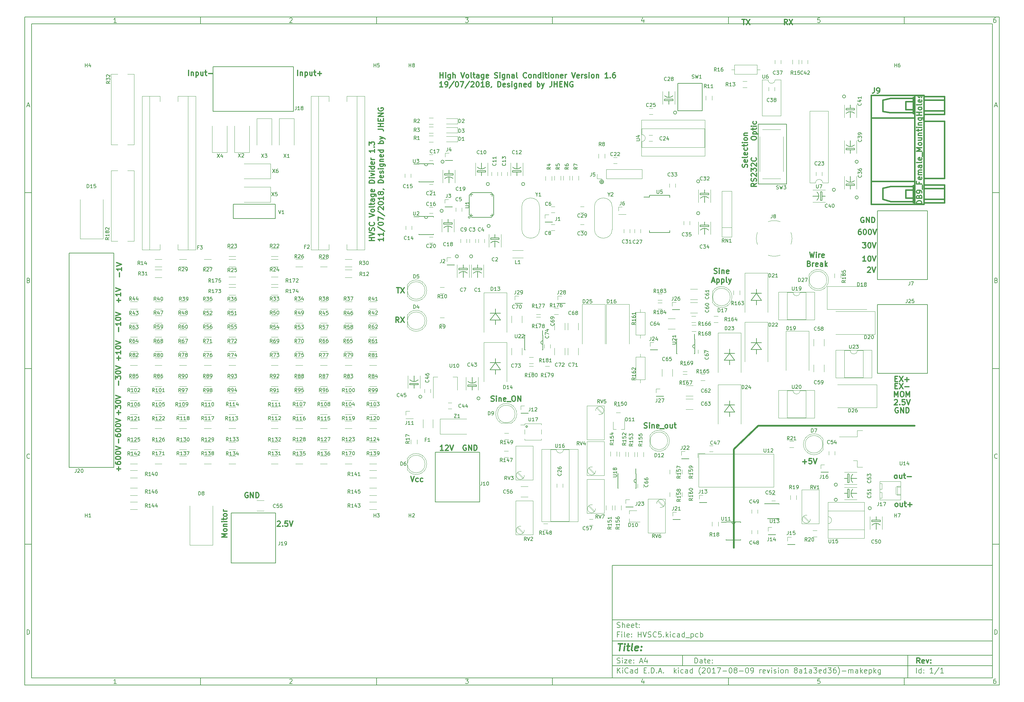
<source format=gbr>
G04 #@! TF.GenerationSoftware,KiCad,Pcbnew,(2017-08-09 revision 8a1a3ed36)-makepkg*
G04 #@! TF.CreationDate,2018-07-19T13:50:02+02:00*
G04 #@! TF.ProjectId,HVSC5,48565343352E6B696361645F70636200,rev?*
G04 #@! TF.SameCoordinates,Original*
G04 #@! TF.FileFunction,Legend,Top*
G04 #@! TF.FilePolarity,Positive*
%FSLAX46Y46*%
G04 Gerber Fmt 4.6, Leading zero omitted, Abs format (unit mm)*
G04 Created by KiCad (PCBNEW (2017-08-09 revision 8a1a3ed36)-makepkg) date 07/19/18 13:50:02*
%MOMM*%
%LPD*%
G01*
G04 APERTURE LIST*
%ADD10C,0.100000*%
%ADD11C,0.150000*%
%ADD12C,0.300000*%
%ADD13C,0.400000*%
%ADD14C,0.500000*%
%ADD15C,0.200000*%
%ADD16C,0.120000*%
%ADD17C,0.381000*%
%ADD18C,0.304800*%
G04 APERTURE END LIST*
D10*
D11*
X177002200Y-166007200D02*
X177002200Y-198007200D01*
X285002200Y-198007200D01*
X285002200Y-166007200D01*
X177002200Y-166007200D01*
D10*
D11*
X10000000Y-10000000D02*
X10000000Y-200007200D01*
X287002200Y-200007200D01*
X287002200Y-10000000D01*
X10000000Y-10000000D01*
D10*
D11*
X12000000Y-12000000D02*
X12000000Y-198007200D01*
X285002200Y-198007200D01*
X285002200Y-12000000D01*
X12000000Y-12000000D01*
D10*
D11*
X60000000Y-12000000D02*
X60000000Y-10000000D01*
D10*
D11*
X110000000Y-12000000D02*
X110000000Y-10000000D01*
D10*
D11*
X160000000Y-12000000D02*
X160000000Y-10000000D01*
D10*
D11*
X210000000Y-12000000D02*
X210000000Y-10000000D01*
D10*
D11*
X260000000Y-12000000D02*
X260000000Y-10000000D01*
D10*
D11*
X36065476Y-11588095D02*
X35322619Y-11588095D01*
X35694047Y-11588095D02*
X35694047Y-10288095D01*
X35570238Y-10473809D01*
X35446428Y-10597619D01*
X35322619Y-10659523D01*
D10*
D11*
X85322619Y-10411904D02*
X85384523Y-10350000D01*
X85508333Y-10288095D01*
X85817857Y-10288095D01*
X85941666Y-10350000D01*
X86003571Y-10411904D01*
X86065476Y-10535714D01*
X86065476Y-10659523D01*
X86003571Y-10845238D01*
X85260714Y-11588095D01*
X86065476Y-11588095D01*
D10*
D11*
X135260714Y-10288095D02*
X136065476Y-10288095D01*
X135632142Y-10783333D01*
X135817857Y-10783333D01*
X135941666Y-10845238D01*
X136003571Y-10907142D01*
X136065476Y-11030952D01*
X136065476Y-11340476D01*
X136003571Y-11464285D01*
X135941666Y-11526190D01*
X135817857Y-11588095D01*
X135446428Y-11588095D01*
X135322619Y-11526190D01*
X135260714Y-11464285D01*
D10*
D11*
X185941666Y-10721428D02*
X185941666Y-11588095D01*
X185632142Y-10226190D02*
X185322619Y-11154761D01*
X186127380Y-11154761D01*
D10*
D11*
X236003571Y-10288095D02*
X235384523Y-10288095D01*
X235322619Y-10907142D01*
X235384523Y-10845238D01*
X235508333Y-10783333D01*
X235817857Y-10783333D01*
X235941666Y-10845238D01*
X236003571Y-10907142D01*
X236065476Y-11030952D01*
X236065476Y-11340476D01*
X236003571Y-11464285D01*
X235941666Y-11526190D01*
X235817857Y-11588095D01*
X235508333Y-11588095D01*
X235384523Y-11526190D01*
X235322619Y-11464285D01*
D10*
D11*
X285941666Y-10288095D02*
X285694047Y-10288095D01*
X285570238Y-10350000D01*
X285508333Y-10411904D01*
X285384523Y-10597619D01*
X285322619Y-10845238D01*
X285322619Y-11340476D01*
X285384523Y-11464285D01*
X285446428Y-11526190D01*
X285570238Y-11588095D01*
X285817857Y-11588095D01*
X285941666Y-11526190D01*
X286003571Y-11464285D01*
X286065476Y-11340476D01*
X286065476Y-11030952D01*
X286003571Y-10907142D01*
X285941666Y-10845238D01*
X285817857Y-10783333D01*
X285570238Y-10783333D01*
X285446428Y-10845238D01*
X285384523Y-10907142D01*
X285322619Y-11030952D01*
D10*
D11*
X60000000Y-198007200D02*
X60000000Y-200007200D01*
D10*
D11*
X110000000Y-198007200D02*
X110000000Y-200007200D01*
D10*
D11*
X160000000Y-198007200D02*
X160000000Y-200007200D01*
D10*
D11*
X210000000Y-198007200D02*
X210000000Y-200007200D01*
D10*
D11*
X260000000Y-198007200D02*
X260000000Y-200007200D01*
D10*
D11*
X36065476Y-199595295D02*
X35322619Y-199595295D01*
X35694047Y-199595295D02*
X35694047Y-198295295D01*
X35570238Y-198481009D01*
X35446428Y-198604819D01*
X35322619Y-198666723D01*
D10*
D11*
X85322619Y-198419104D02*
X85384523Y-198357200D01*
X85508333Y-198295295D01*
X85817857Y-198295295D01*
X85941666Y-198357200D01*
X86003571Y-198419104D01*
X86065476Y-198542914D01*
X86065476Y-198666723D01*
X86003571Y-198852438D01*
X85260714Y-199595295D01*
X86065476Y-199595295D01*
D10*
D11*
X135260714Y-198295295D02*
X136065476Y-198295295D01*
X135632142Y-198790533D01*
X135817857Y-198790533D01*
X135941666Y-198852438D01*
X136003571Y-198914342D01*
X136065476Y-199038152D01*
X136065476Y-199347676D01*
X136003571Y-199471485D01*
X135941666Y-199533390D01*
X135817857Y-199595295D01*
X135446428Y-199595295D01*
X135322619Y-199533390D01*
X135260714Y-199471485D01*
D10*
D11*
X185941666Y-198728628D02*
X185941666Y-199595295D01*
X185632142Y-198233390D02*
X185322619Y-199161961D01*
X186127380Y-199161961D01*
D10*
D11*
X236003571Y-198295295D02*
X235384523Y-198295295D01*
X235322619Y-198914342D01*
X235384523Y-198852438D01*
X235508333Y-198790533D01*
X235817857Y-198790533D01*
X235941666Y-198852438D01*
X236003571Y-198914342D01*
X236065476Y-199038152D01*
X236065476Y-199347676D01*
X236003571Y-199471485D01*
X235941666Y-199533390D01*
X235817857Y-199595295D01*
X235508333Y-199595295D01*
X235384523Y-199533390D01*
X235322619Y-199471485D01*
D10*
D11*
X285941666Y-198295295D02*
X285694047Y-198295295D01*
X285570238Y-198357200D01*
X285508333Y-198419104D01*
X285384523Y-198604819D01*
X285322619Y-198852438D01*
X285322619Y-199347676D01*
X285384523Y-199471485D01*
X285446428Y-199533390D01*
X285570238Y-199595295D01*
X285817857Y-199595295D01*
X285941666Y-199533390D01*
X286003571Y-199471485D01*
X286065476Y-199347676D01*
X286065476Y-199038152D01*
X286003571Y-198914342D01*
X285941666Y-198852438D01*
X285817857Y-198790533D01*
X285570238Y-198790533D01*
X285446428Y-198852438D01*
X285384523Y-198914342D01*
X285322619Y-199038152D01*
D10*
D11*
X10000000Y-60000000D02*
X12000000Y-60000000D01*
D10*
D11*
X10000000Y-110000000D02*
X12000000Y-110000000D01*
D10*
D11*
X10000000Y-160000000D02*
X12000000Y-160000000D01*
D10*
D11*
X10690476Y-35216666D02*
X11309523Y-35216666D01*
X10566666Y-35588095D02*
X11000000Y-34288095D01*
X11433333Y-35588095D01*
D10*
D11*
X11092857Y-84907142D02*
X11278571Y-84969047D01*
X11340476Y-85030952D01*
X11402380Y-85154761D01*
X11402380Y-85340476D01*
X11340476Y-85464285D01*
X11278571Y-85526190D01*
X11154761Y-85588095D01*
X10659523Y-85588095D01*
X10659523Y-84288095D01*
X11092857Y-84288095D01*
X11216666Y-84350000D01*
X11278571Y-84411904D01*
X11340476Y-84535714D01*
X11340476Y-84659523D01*
X11278571Y-84783333D01*
X11216666Y-84845238D01*
X11092857Y-84907142D01*
X10659523Y-84907142D01*
D10*
D11*
X11402380Y-135464285D02*
X11340476Y-135526190D01*
X11154761Y-135588095D01*
X11030952Y-135588095D01*
X10845238Y-135526190D01*
X10721428Y-135402380D01*
X10659523Y-135278571D01*
X10597619Y-135030952D01*
X10597619Y-134845238D01*
X10659523Y-134597619D01*
X10721428Y-134473809D01*
X10845238Y-134350000D01*
X11030952Y-134288095D01*
X11154761Y-134288095D01*
X11340476Y-134350000D01*
X11402380Y-134411904D01*
D10*
D11*
X10659523Y-185588095D02*
X10659523Y-184288095D01*
X10969047Y-184288095D01*
X11154761Y-184350000D01*
X11278571Y-184473809D01*
X11340476Y-184597619D01*
X11402380Y-184845238D01*
X11402380Y-185030952D01*
X11340476Y-185278571D01*
X11278571Y-185402380D01*
X11154761Y-185526190D01*
X10969047Y-185588095D01*
X10659523Y-185588095D01*
D10*
D11*
X287002200Y-60000000D02*
X285002200Y-60000000D01*
D10*
D11*
X287002200Y-110000000D02*
X285002200Y-110000000D01*
D10*
D11*
X287002200Y-160000000D02*
X285002200Y-160000000D01*
D10*
D11*
X285692676Y-35216666D02*
X286311723Y-35216666D01*
X285568866Y-35588095D02*
X286002200Y-34288095D01*
X286435533Y-35588095D01*
D10*
D11*
X286095057Y-84907142D02*
X286280771Y-84969047D01*
X286342676Y-85030952D01*
X286404580Y-85154761D01*
X286404580Y-85340476D01*
X286342676Y-85464285D01*
X286280771Y-85526190D01*
X286156961Y-85588095D01*
X285661723Y-85588095D01*
X285661723Y-84288095D01*
X286095057Y-84288095D01*
X286218866Y-84350000D01*
X286280771Y-84411904D01*
X286342676Y-84535714D01*
X286342676Y-84659523D01*
X286280771Y-84783333D01*
X286218866Y-84845238D01*
X286095057Y-84907142D01*
X285661723Y-84907142D01*
D10*
D11*
X286404580Y-135464285D02*
X286342676Y-135526190D01*
X286156961Y-135588095D01*
X286033152Y-135588095D01*
X285847438Y-135526190D01*
X285723628Y-135402380D01*
X285661723Y-135278571D01*
X285599819Y-135030952D01*
X285599819Y-134845238D01*
X285661723Y-134597619D01*
X285723628Y-134473809D01*
X285847438Y-134350000D01*
X286033152Y-134288095D01*
X286156961Y-134288095D01*
X286342676Y-134350000D01*
X286404580Y-134411904D01*
D10*
D11*
X285661723Y-185588095D02*
X285661723Y-184288095D01*
X285971247Y-184288095D01*
X286156961Y-184350000D01*
X286280771Y-184473809D01*
X286342676Y-184597619D01*
X286404580Y-184845238D01*
X286404580Y-185030952D01*
X286342676Y-185278571D01*
X286280771Y-185402380D01*
X286156961Y-185526190D01*
X285971247Y-185588095D01*
X285661723Y-185588095D01*
D10*
D11*
X200434342Y-193785771D02*
X200434342Y-192285771D01*
X200791485Y-192285771D01*
X201005771Y-192357200D01*
X201148628Y-192500057D01*
X201220057Y-192642914D01*
X201291485Y-192928628D01*
X201291485Y-193142914D01*
X201220057Y-193428628D01*
X201148628Y-193571485D01*
X201005771Y-193714342D01*
X200791485Y-193785771D01*
X200434342Y-193785771D01*
X202577200Y-193785771D02*
X202577200Y-193000057D01*
X202505771Y-192857200D01*
X202362914Y-192785771D01*
X202077200Y-192785771D01*
X201934342Y-192857200D01*
X202577200Y-193714342D02*
X202434342Y-193785771D01*
X202077200Y-193785771D01*
X201934342Y-193714342D01*
X201862914Y-193571485D01*
X201862914Y-193428628D01*
X201934342Y-193285771D01*
X202077200Y-193214342D01*
X202434342Y-193214342D01*
X202577200Y-193142914D01*
X203077200Y-192785771D02*
X203648628Y-192785771D01*
X203291485Y-192285771D02*
X203291485Y-193571485D01*
X203362914Y-193714342D01*
X203505771Y-193785771D01*
X203648628Y-193785771D01*
X204720057Y-193714342D02*
X204577200Y-193785771D01*
X204291485Y-193785771D01*
X204148628Y-193714342D01*
X204077200Y-193571485D01*
X204077200Y-193000057D01*
X204148628Y-192857200D01*
X204291485Y-192785771D01*
X204577200Y-192785771D01*
X204720057Y-192857200D01*
X204791485Y-193000057D01*
X204791485Y-193142914D01*
X204077200Y-193285771D01*
X205434342Y-193642914D02*
X205505771Y-193714342D01*
X205434342Y-193785771D01*
X205362914Y-193714342D01*
X205434342Y-193642914D01*
X205434342Y-193785771D01*
X205434342Y-192857200D02*
X205505771Y-192928628D01*
X205434342Y-193000057D01*
X205362914Y-192928628D01*
X205434342Y-192857200D01*
X205434342Y-193000057D01*
D10*
D11*
X177002200Y-194507200D02*
X285002200Y-194507200D01*
D10*
D11*
X178434342Y-196585771D02*
X178434342Y-195085771D01*
X179291485Y-196585771D02*
X178648628Y-195728628D01*
X179291485Y-195085771D02*
X178434342Y-195942914D01*
X179934342Y-196585771D02*
X179934342Y-195585771D01*
X179934342Y-195085771D02*
X179862914Y-195157200D01*
X179934342Y-195228628D01*
X180005771Y-195157200D01*
X179934342Y-195085771D01*
X179934342Y-195228628D01*
X181505771Y-196442914D02*
X181434342Y-196514342D01*
X181220057Y-196585771D01*
X181077200Y-196585771D01*
X180862914Y-196514342D01*
X180720057Y-196371485D01*
X180648628Y-196228628D01*
X180577200Y-195942914D01*
X180577200Y-195728628D01*
X180648628Y-195442914D01*
X180720057Y-195300057D01*
X180862914Y-195157200D01*
X181077200Y-195085771D01*
X181220057Y-195085771D01*
X181434342Y-195157200D01*
X181505771Y-195228628D01*
X182791485Y-196585771D02*
X182791485Y-195800057D01*
X182720057Y-195657200D01*
X182577200Y-195585771D01*
X182291485Y-195585771D01*
X182148628Y-195657200D01*
X182791485Y-196514342D02*
X182648628Y-196585771D01*
X182291485Y-196585771D01*
X182148628Y-196514342D01*
X182077200Y-196371485D01*
X182077200Y-196228628D01*
X182148628Y-196085771D01*
X182291485Y-196014342D01*
X182648628Y-196014342D01*
X182791485Y-195942914D01*
X184148628Y-196585771D02*
X184148628Y-195085771D01*
X184148628Y-196514342D02*
X184005771Y-196585771D01*
X183720057Y-196585771D01*
X183577200Y-196514342D01*
X183505771Y-196442914D01*
X183434342Y-196300057D01*
X183434342Y-195871485D01*
X183505771Y-195728628D01*
X183577200Y-195657200D01*
X183720057Y-195585771D01*
X184005771Y-195585771D01*
X184148628Y-195657200D01*
X186005771Y-195800057D02*
X186505771Y-195800057D01*
X186720057Y-196585771D02*
X186005771Y-196585771D01*
X186005771Y-195085771D01*
X186720057Y-195085771D01*
X187362914Y-196442914D02*
X187434342Y-196514342D01*
X187362914Y-196585771D01*
X187291485Y-196514342D01*
X187362914Y-196442914D01*
X187362914Y-196585771D01*
X188077200Y-196585771D02*
X188077200Y-195085771D01*
X188434342Y-195085771D01*
X188648628Y-195157200D01*
X188791485Y-195300057D01*
X188862914Y-195442914D01*
X188934342Y-195728628D01*
X188934342Y-195942914D01*
X188862914Y-196228628D01*
X188791485Y-196371485D01*
X188648628Y-196514342D01*
X188434342Y-196585771D01*
X188077200Y-196585771D01*
X189577200Y-196442914D02*
X189648628Y-196514342D01*
X189577200Y-196585771D01*
X189505771Y-196514342D01*
X189577200Y-196442914D01*
X189577200Y-196585771D01*
X190220057Y-196157200D02*
X190934342Y-196157200D01*
X190077200Y-196585771D02*
X190577200Y-195085771D01*
X191077200Y-196585771D01*
X191577200Y-196442914D02*
X191648628Y-196514342D01*
X191577200Y-196585771D01*
X191505771Y-196514342D01*
X191577200Y-196442914D01*
X191577200Y-196585771D01*
X194577200Y-196585771D02*
X194577200Y-195085771D01*
X194720057Y-196014342D02*
X195148628Y-196585771D01*
X195148628Y-195585771D02*
X194577200Y-196157200D01*
X195791485Y-196585771D02*
X195791485Y-195585771D01*
X195791485Y-195085771D02*
X195720057Y-195157200D01*
X195791485Y-195228628D01*
X195862914Y-195157200D01*
X195791485Y-195085771D01*
X195791485Y-195228628D01*
X197148628Y-196514342D02*
X197005771Y-196585771D01*
X196720057Y-196585771D01*
X196577200Y-196514342D01*
X196505771Y-196442914D01*
X196434342Y-196300057D01*
X196434342Y-195871485D01*
X196505771Y-195728628D01*
X196577200Y-195657200D01*
X196720057Y-195585771D01*
X197005771Y-195585771D01*
X197148628Y-195657200D01*
X198434342Y-196585771D02*
X198434342Y-195800057D01*
X198362914Y-195657200D01*
X198220057Y-195585771D01*
X197934342Y-195585771D01*
X197791485Y-195657200D01*
X198434342Y-196514342D02*
X198291485Y-196585771D01*
X197934342Y-196585771D01*
X197791485Y-196514342D01*
X197720057Y-196371485D01*
X197720057Y-196228628D01*
X197791485Y-196085771D01*
X197934342Y-196014342D01*
X198291485Y-196014342D01*
X198434342Y-195942914D01*
X199791485Y-196585771D02*
X199791485Y-195085771D01*
X199791485Y-196514342D02*
X199648628Y-196585771D01*
X199362914Y-196585771D01*
X199220057Y-196514342D01*
X199148628Y-196442914D01*
X199077200Y-196300057D01*
X199077200Y-195871485D01*
X199148628Y-195728628D01*
X199220057Y-195657200D01*
X199362914Y-195585771D01*
X199648628Y-195585771D01*
X199791485Y-195657200D01*
X202077200Y-197157200D02*
X202005771Y-197085771D01*
X201862914Y-196871485D01*
X201791485Y-196728628D01*
X201720057Y-196514342D01*
X201648628Y-196157200D01*
X201648628Y-195871485D01*
X201720057Y-195514342D01*
X201791485Y-195300057D01*
X201862914Y-195157200D01*
X202005771Y-194942914D01*
X202077200Y-194871485D01*
X202577200Y-195228628D02*
X202648628Y-195157200D01*
X202791485Y-195085771D01*
X203148628Y-195085771D01*
X203291485Y-195157200D01*
X203362914Y-195228628D01*
X203434342Y-195371485D01*
X203434342Y-195514342D01*
X203362914Y-195728628D01*
X202505771Y-196585771D01*
X203434342Y-196585771D01*
X204362914Y-195085771D02*
X204505771Y-195085771D01*
X204648628Y-195157200D01*
X204720057Y-195228628D01*
X204791485Y-195371485D01*
X204862914Y-195657200D01*
X204862914Y-196014342D01*
X204791485Y-196300057D01*
X204720057Y-196442914D01*
X204648628Y-196514342D01*
X204505771Y-196585771D01*
X204362914Y-196585771D01*
X204220057Y-196514342D01*
X204148628Y-196442914D01*
X204077200Y-196300057D01*
X204005771Y-196014342D01*
X204005771Y-195657200D01*
X204077200Y-195371485D01*
X204148628Y-195228628D01*
X204220057Y-195157200D01*
X204362914Y-195085771D01*
X206291485Y-196585771D02*
X205434342Y-196585771D01*
X205862914Y-196585771D02*
X205862914Y-195085771D01*
X205720057Y-195300057D01*
X205577200Y-195442914D01*
X205434342Y-195514342D01*
X206791485Y-195085771D02*
X207791485Y-195085771D01*
X207148628Y-196585771D01*
X208362914Y-196014342D02*
X209505771Y-196014342D01*
X210505771Y-195085771D02*
X210648628Y-195085771D01*
X210791485Y-195157200D01*
X210862914Y-195228628D01*
X210934342Y-195371485D01*
X211005771Y-195657200D01*
X211005771Y-196014342D01*
X210934342Y-196300057D01*
X210862914Y-196442914D01*
X210791485Y-196514342D01*
X210648628Y-196585771D01*
X210505771Y-196585771D01*
X210362914Y-196514342D01*
X210291485Y-196442914D01*
X210220057Y-196300057D01*
X210148628Y-196014342D01*
X210148628Y-195657200D01*
X210220057Y-195371485D01*
X210291485Y-195228628D01*
X210362914Y-195157200D01*
X210505771Y-195085771D01*
X211862914Y-195728628D02*
X211720057Y-195657200D01*
X211648628Y-195585771D01*
X211577200Y-195442914D01*
X211577200Y-195371485D01*
X211648628Y-195228628D01*
X211720057Y-195157200D01*
X211862914Y-195085771D01*
X212148628Y-195085771D01*
X212291485Y-195157200D01*
X212362914Y-195228628D01*
X212434342Y-195371485D01*
X212434342Y-195442914D01*
X212362914Y-195585771D01*
X212291485Y-195657200D01*
X212148628Y-195728628D01*
X211862914Y-195728628D01*
X211720057Y-195800057D01*
X211648628Y-195871485D01*
X211577200Y-196014342D01*
X211577200Y-196300057D01*
X211648628Y-196442914D01*
X211720057Y-196514342D01*
X211862914Y-196585771D01*
X212148628Y-196585771D01*
X212291485Y-196514342D01*
X212362914Y-196442914D01*
X212434342Y-196300057D01*
X212434342Y-196014342D01*
X212362914Y-195871485D01*
X212291485Y-195800057D01*
X212148628Y-195728628D01*
X213077200Y-196014342D02*
X214220057Y-196014342D01*
X215220057Y-195085771D02*
X215362914Y-195085771D01*
X215505771Y-195157200D01*
X215577200Y-195228628D01*
X215648628Y-195371485D01*
X215720057Y-195657200D01*
X215720057Y-196014342D01*
X215648628Y-196300057D01*
X215577200Y-196442914D01*
X215505771Y-196514342D01*
X215362914Y-196585771D01*
X215220057Y-196585771D01*
X215077200Y-196514342D01*
X215005771Y-196442914D01*
X214934342Y-196300057D01*
X214862914Y-196014342D01*
X214862914Y-195657200D01*
X214934342Y-195371485D01*
X215005771Y-195228628D01*
X215077200Y-195157200D01*
X215220057Y-195085771D01*
X216434342Y-196585771D02*
X216720057Y-196585771D01*
X216862914Y-196514342D01*
X216934342Y-196442914D01*
X217077200Y-196228628D01*
X217148628Y-195942914D01*
X217148628Y-195371485D01*
X217077200Y-195228628D01*
X217005771Y-195157200D01*
X216862914Y-195085771D01*
X216577200Y-195085771D01*
X216434342Y-195157200D01*
X216362914Y-195228628D01*
X216291485Y-195371485D01*
X216291485Y-195728628D01*
X216362914Y-195871485D01*
X216434342Y-195942914D01*
X216577200Y-196014342D01*
X216862914Y-196014342D01*
X217005771Y-195942914D01*
X217077200Y-195871485D01*
X217148628Y-195728628D01*
X218934342Y-196585771D02*
X218934342Y-195585771D01*
X218934342Y-195871485D02*
X219005771Y-195728628D01*
X219077200Y-195657200D01*
X219220057Y-195585771D01*
X219362914Y-195585771D01*
X220434342Y-196514342D02*
X220291485Y-196585771D01*
X220005771Y-196585771D01*
X219862914Y-196514342D01*
X219791485Y-196371485D01*
X219791485Y-195800057D01*
X219862914Y-195657200D01*
X220005771Y-195585771D01*
X220291485Y-195585771D01*
X220434342Y-195657200D01*
X220505771Y-195800057D01*
X220505771Y-195942914D01*
X219791485Y-196085771D01*
X221005771Y-195585771D02*
X221362914Y-196585771D01*
X221720057Y-195585771D01*
X222291485Y-196585771D02*
X222291485Y-195585771D01*
X222291485Y-195085771D02*
X222220057Y-195157200D01*
X222291485Y-195228628D01*
X222362914Y-195157200D01*
X222291485Y-195085771D01*
X222291485Y-195228628D01*
X222934342Y-196514342D02*
X223077200Y-196585771D01*
X223362914Y-196585771D01*
X223505771Y-196514342D01*
X223577200Y-196371485D01*
X223577200Y-196300057D01*
X223505771Y-196157200D01*
X223362914Y-196085771D01*
X223148628Y-196085771D01*
X223005771Y-196014342D01*
X222934342Y-195871485D01*
X222934342Y-195800057D01*
X223005771Y-195657200D01*
X223148628Y-195585771D01*
X223362914Y-195585771D01*
X223505771Y-195657200D01*
X224220057Y-196585771D02*
X224220057Y-195585771D01*
X224220057Y-195085771D02*
X224148628Y-195157200D01*
X224220057Y-195228628D01*
X224291485Y-195157200D01*
X224220057Y-195085771D01*
X224220057Y-195228628D01*
X225148628Y-196585771D02*
X225005771Y-196514342D01*
X224934342Y-196442914D01*
X224862914Y-196300057D01*
X224862914Y-195871485D01*
X224934342Y-195728628D01*
X225005771Y-195657200D01*
X225148628Y-195585771D01*
X225362914Y-195585771D01*
X225505771Y-195657200D01*
X225577200Y-195728628D01*
X225648628Y-195871485D01*
X225648628Y-196300057D01*
X225577200Y-196442914D01*
X225505771Y-196514342D01*
X225362914Y-196585771D01*
X225148628Y-196585771D01*
X226291485Y-195585771D02*
X226291485Y-196585771D01*
X226291485Y-195728628D02*
X226362914Y-195657200D01*
X226505771Y-195585771D01*
X226720057Y-195585771D01*
X226862914Y-195657200D01*
X226934342Y-195800057D01*
X226934342Y-196585771D01*
X229005771Y-195728628D02*
X228862914Y-195657200D01*
X228791485Y-195585771D01*
X228720057Y-195442914D01*
X228720057Y-195371485D01*
X228791485Y-195228628D01*
X228862914Y-195157200D01*
X229005771Y-195085771D01*
X229291485Y-195085771D01*
X229434342Y-195157200D01*
X229505771Y-195228628D01*
X229577200Y-195371485D01*
X229577200Y-195442914D01*
X229505771Y-195585771D01*
X229434342Y-195657200D01*
X229291485Y-195728628D01*
X229005771Y-195728628D01*
X228862914Y-195800057D01*
X228791485Y-195871485D01*
X228720057Y-196014342D01*
X228720057Y-196300057D01*
X228791485Y-196442914D01*
X228862914Y-196514342D01*
X229005771Y-196585771D01*
X229291485Y-196585771D01*
X229434342Y-196514342D01*
X229505771Y-196442914D01*
X229577200Y-196300057D01*
X229577200Y-196014342D01*
X229505771Y-195871485D01*
X229434342Y-195800057D01*
X229291485Y-195728628D01*
X230862914Y-196585771D02*
X230862914Y-195800057D01*
X230791485Y-195657200D01*
X230648628Y-195585771D01*
X230362914Y-195585771D01*
X230220057Y-195657200D01*
X230862914Y-196514342D02*
X230720057Y-196585771D01*
X230362914Y-196585771D01*
X230220057Y-196514342D01*
X230148628Y-196371485D01*
X230148628Y-196228628D01*
X230220057Y-196085771D01*
X230362914Y-196014342D01*
X230720057Y-196014342D01*
X230862914Y-195942914D01*
X232362914Y-196585771D02*
X231505771Y-196585771D01*
X231934342Y-196585771D02*
X231934342Y-195085771D01*
X231791485Y-195300057D01*
X231648628Y-195442914D01*
X231505771Y-195514342D01*
X233648628Y-196585771D02*
X233648628Y-195800057D01*
X233577200Y-195657200D01*
X233434342Y-195585771D01*
X233148628Y-195585771D01*
X233005771Y-195657200D01*
X233648628Y-196514342D02*
X233505771Y-196585771D01*
X233148628Y-196585771D01*
X233005771Y-196514342D01*
X232934342Y-196371485D01*
X232934342Y-196228628D01*
X233005771Y-196085771D01*
X233148628Y-196014342D01*
X233505771Y-196014342D01*
X233648628Y-195942914D01*
X234220057Y-195085771D02*
X235148628Y-195085771D01*
X234648628Y-195657200D01*
X234862914Y-195657200D01*
X235005771Y-195728628D01*
X235077200Y-195800057D01*
X235148628Y-195942914D01*
X235148628Y-196300057D01*
X235077200Y-196442914D01*
X235005771Y-196514342D01*
X234862914Y-196585771D01*
X234434342Y-196585771D01*
X234291485Y-196514342D01*
X234220057Y-196442914D01*
X236362914Y-196514342D02*
X236220057Y-196585771D01*
X235934342Y-196585771D01*
X235791485Y-196514342D01*
X235720057Y-196371485D01*
X235720057Y-195800057D01*
X235791485Y-195657200D01*
X235934342Y-195585771D01*
X236220057Y-195585771D01*
X236362914Y-195657200D01*
X236434342Y-195800057D01*
X236434342Y-195942914D01*
X235720057Y-196085771D01*
X237720057Y-196585771D02*
X237720057Y-195085771D01*
X237720057Y-196514342D02*
X237577200Y-196585771D01*
X237291485Y-196585771D01*
X237148628Y-196514342D01*
X237077200Y-196442914D01*
X237005771Y-196300057D01*
X237005771Y-195871485D01*
X237077200Y-195728628D01*
X237148628Y-195657200D01*
X237291485Y-195585771D01*
X237577200Y-195585771D01*
X237720057Y-195657200D01*
X238291485Y-195085771D02*
X239220057Y-195085771D01*
X238720057Y-195657200D01*
X238934342Y-195657200D01*
X239077200Y-195728628D01*
X239148628Y-195800057D01*
X239220057Y-195942914D01*
X239220057Y-196300057D01*
X239148628Y-196442914D01*
X239077200Y-196514342D01*
X238934342Y-196585771D01*
X238505771Y-196585771D01*
X238362914Y-196514342D01*
X238291485Y-196442914D01*
X240505771Y-195085771D02*
X240220057Y-195085771D01*
X240077200Y-195157200D01*
X240005771Y-195228628D01*
X239862914Y-195442914D01*
X239791485Y-195728628D01*
X239791485Y-196300057D01*
X239862914Y-196442914D01*
X239934342Y-196514342D01*
X240077200Y-196585771D01*
X240362914Y-196585771D01*
X240505771Y-196514342D01*
X240577200Y-196442914D01*
X240648628Y-196300057D01*
X240648628Y-195942914D01*
X240577200Y-195800057D01*
X240505771Y-195728628D01*
X240362914Y-195657200D01*
X240077200Y-195657200D01*
X239934342Y-195728628D01*
X239862914Y-195800057D01*
X239791485Y-195942914D01*
X241148628Y-197157200D02*
X241220057Y-197085771D01*
X241362914Y-196871485D01*
X241434342Y-196728628D01*
X241505771Y-196514342D01*
X241577199Y-196157200D01*
X241577199Y-195871485D01*
X241505771Y-195514342D01*
X241434342Y-195300057D01*
X241362914Y-195157200D01*
X241220057Y-194942914D01*
X241148628Y-194871485D01*
X242291485Y-196014342D02*
X243434342Y-196014342D01*
X244148628Y-196585771D02*
X244148628Y-195585771D01*
X244148628Y-195728628D02*
X244220057Y-195657200D01*
X244362914Y-195585771D01*
X244577199Y-195585771D01*
X244720057Y-195657200D01*
X244791485Y-195800057D01*
X244791485Y-196585771D01*
X244791485Y-195800057D02*
X244862914Y-195657200D01*
X245005771Y-195585771D01*
X245220057Y-195585771D01*
X245362914Y-195657200D01*
X245434342Y-195800057D01*
X245434342Y-196585771D01*
X246791485Y-196585771D02*
X246791485Y-195800057D01*
X246720057Y-195657200D01*
X246577200Y-195585771D01*
X246291485Y-195585771D01*
X246148628Y-195657200D01*
X246791485Y-196514342D02*
X246648628Y-196585771D01*
X246291485Y-196585771D01*
X246148628Y-196514342D01*
X246077200Y-196371485D01*
X246077200Y-196228628D01*
X246148628Y-196085771D01*
X246291485Y-196014342D01*
X246648628Y-196014342D01*
X246791485Y-195942914D01*
X247505771Y-196585771D02*
X247505771Y-195085771D01*
X247648628Y-196014342D02*
X248077200Y-196585771D01*
X248077200Y-195585771D02*
X247505771Y-196157200D01*
X249291485Y-196514342D02*
X249148628Y-196585771D01*
X248862914Y-196585771D01*
X248720057Y-196514342D01*
X248648628Y-196371485D01*
X248648628Y-195800057D01*
X248720057Y-195657200D01*
X248862914Y-195585771D01*
X249148628Y-195585771D01*
X249291485Y-195657200D01*
X249362914Y-195800057D01*
X249362914Y-195942914D01*
X248648628Y-196085771D01*
X250005771Y-195585771D02*
X250005771Y-197085771D01*
X250005771Y-195657200D02*
X250148628Y-195585771D01*
X250434342Y-195585771D01*
X250577200Y-195657200D01*
X250648628Y-195728628D01*
X250720057Y-195871485D01*
X250720057Y-196300057D01*
X250648628Y-196442914D01*
X250577200Y-196514342D01*
X250434342Y-196585771D01*
X250148628Y-196585771D01*
X250005771Y-196514342D01*
X251362914Y-196585771D02*
X251362914Y-195085771D01*
X251505771Y-196014342D02*
X251934342Y-196585771D01*
X251934342Y-195585771D02*
X251362914Y-196157200D01*
X253220057Y-195585771D02*
X253220057Y-196800057D01*
X253148628Y-196942914D01*
X253077199Y-197014342D01*
X252934342Y-197085771D01*
X252720057Y-197085771D01*
X252577199Y-197014342D01*
X253220057Y-196514342D02*
X253077199Y-196585771D01*
X252791485Y-196585771D01*
X252648628Y-196514342D01*
X252577199Y-196442914D01*
X252505771Y-196300057D01*
X252505771Y-195871485D01*
X252577199Y-195728628D01*
X252648628Y-195657200D01*
X252791485Y-195585771D01*
X253077199Y-195585771D01*
X253220057Y-195657200D01*
D10*
D11*
X177002200Y-191507200D02*
X285002200Y-191507200D01*
D10*
D12*
X264411485Y-193785771D02*
X263911485Y-193071485D01*
X263554342Y-193785771D02*
X263554342Y-192285771D01*
X264125771Y-192285771D01*
X264268628Y-192357200D01*
X264340057Y-192428628D01*
X264411485Y-192571485D01*
X264411485Y-192785771D01*
X264340057Y-192928628D01*
X264268628Y-193000057D01*
X264125771Y-193071485D01*
X263554342Y-193071485D01*
X265625771Y-193714342D02*
X265482914Y-193785771D01*
X265197200Y-193785771D01*
X265054342Y-193714342D01*
X264982914Y-193571485D01*
X264982914Y-193000057D01*
X265054342Y-192857200D01*
X265197200Y-192785771D01*
X265482914Y-192785771D01*
X265625771Y-192857200D01*
X265697200Y-193000057D01*
X265697200Y-193142914D01*
X264982914Y-193285771D01*
X266197200Y-192785771D02*
X266554342Y-193785771D01*
X266911485Y-192785771D01*
X267482914Y-193642914D02*
X267554342Y-193714342D01*
X267482914Y-193785771D01*
X267411485Y-193714342D01*
X267482914Y-193642914D01*
X267482914Y-193785771D01*
X267482914Y-192857200D02*
X267554342Y-192928628D01*
X267482914Y-193000057D01*
X267411485Y-192928628D01*
X267482914Y-192857200D01*
X267482914Y-193000057D01*
D10*
D11*
X178362914Y-193714342D02*
X178577200Y-193785771D01*
X178934342Y-193785771D01*
X179077200Y-193714342D01*
X179148628Y-193642914D01*
X179220057Y-193500057D01*
X179220057Y-193357200D01*
X179148628Y-193214342D01*
X179077200Y-193142914D01*
X178934342Y-193071485D01*
X178648628Y-193000057D01*
X178505771Y-192928628D01*
X178434342Y-192857200D01*
X178362914Y-192714342D01*
X178362914Y-192571485D01*
X178434342Y-192428628D01*
X178505771Y-192357200D01*
X178648628Y-192285771D01*
X179005771Y-192285771D01*
X179220057Y-192357200D01*
X179862914Y-193785771D02*
X179862914Y-192785771D01*
X179862914Y-192285771D02*
X179791485Y-192357200D01*
X179862914Y-192428628D01*
X179934342Y-192357200D01*
X179862914Y-192285771D01*
X179862914Y-192428628D01*
X180434342Y-192785771D02*
X181220057Y-192785771D01*
X180434342Y-193785771D01*
X181220057Y-193785771D01*
X182362914Y-193714342D02*
X182220057Y-193785771D01*
X181934342Y-193785771D01*
X181791485Y-193714342D01*
X181720057Y-193571485D01*
X181720057Y-193000057D01*
X181791485Y-192857200D01*
X181934342Y-192785771D01*
X182220057Y-192785771D01*
X182362914Y-192857200D01*
X182434342Y-193000057D01*
X182434342Y-193142914D01*
X181720057Y-193285771D01*
X183077200Y-193642914D02*
X183148628Y-193714342D01*
X183077200Y-193785771D01*
X183005771Y-193714342D01*
X183077200Y-193642914D01*
X183077200Y-193785771D01*
X183077200Y-192857200D02*
X183148628Y-192928628D01*
X183077200Y-193000057D01*
X183005771Y-192928628D01*
X183077200Y-192857200D01*
X183077200Y-193000057D01*
X184862914Y-193357200D02*
X185577200Y-193357200D01*
X184720057Y-193785771D02*
X185220057Y-192285771D01*
X185720057Y-193785771D01*
X186862914Y-192785771D02*
X186862914Y-193785771D01*
X186505771Y-192214342D02*
X186148628Y-193285771D01*
X187077200Y-193285771D01*
D10*
D11*
X263434342Y-196585771D02*
X263434342Y-195085771D01*
X264791485Y-196585771D02*
X264791485Y-195085771D01*
X264791485Y-196514342D02*
X264648628Y-196585771D01*
X264362914Y-196585771D01*
X264220057Y-196514342D01*
X264148628Y-196442914D01*
X264077200Y-196300057D01*
X264077200Y-195871485D01*
X264148628Y-195728628D01*
X264220057Y-195657200D01*
X264362914Y-195585771D01*
X264648628Y-195585771D01*
X264791485Y-195657200D01*
X265505771Y-196442914D02*
X265577200Y-196514342D01*
X265505771Y-196585771D01*
X265434342Y-196514342D01*
X265505771Y-196442914D01*
X265505771Y-196585771D01*
X265505771Y-195657200D02*
X265577200Y-195728628D01*
X265505771Y-195800057D01*
X265434342Y-195728628D01*
X265505771Y-195657200D01*
X265505771Y-195800057D01*
X268148628Y-196585771D02*
X267291485Y-196585771D01*
X267720057Y-196585771D02*
X267720057Y-195085771D01*
X267577200Y-195300057D01*
X267434342Y-195442914D01*
X267291485Y-195514342D01*
X269862914Y-195014342D02*
X268577200Y-196942914D01*
X271148628Y-196585771D02*
X270291485Y-196585771D01*
X270720057Y-196585771D02*
X270720057Y-195085771D01*
X270577200Y-195300057D01*
X270434342Y-195442914D01*
X270291485Y-195514342D01*
D10*
D11*
X177002200Y-187507200D02*
X285002200Y-187507200D01*
D10*
D13*
X178714580Y-188211961D02*
X179857438Y-188211961D01*
X179036009Y-190211961D02*
X179286009Y-188211961D01*
X180274104Y-190211961D02*
X180440771Y-188878628D01*
X180524104Y-188211961D02*
X180416961Y-188307200D01*
X180500295Y-188402438D01*
X180607438Y-188307200D01*
X180524104Y-188211961D01*
X180500295Y-188402438D01*
X181107438Y-188878628D02*
X181869342Y-188878628D01*
X181476485Y-188211961D02*
X181262200Y-189926247D01*
X181333628Y-190116723D01*
X181512200Y-190211961D01*
X181702676Y-190211961D01*
X182655057Y-190211961D02*
X182476485Y-190116723D01*
X182405057Y-189926247D01*
X182619342Y-188211961D01*
X184190771Y-190116723D02*
X183988390Y-190211961D01*
X183607438Y-190211961D01*
X183428866Y-190116723D01*
X183357438Y-189926247D01*
X183452676Y-189164342D01*
X183571723Y-188973866D01*
X183774104Y-188878628D01*
X184155057Y-188878628D01*
X184333628Y-188973866D01*
X184405057Y-189164342D01*
X184381247Y-189354819D01*
X183405057Y-189545295D01*
X185155057Y-190021485D02*
X185238390Y-190116723D01*
X185131247Y-190211961D01*
X185047914Y-190116723D01*
X185155057Y-190021485D01*
X185131247Y-190211961D01*
X185286009Y-188973866D02*
X185369342Y-189069104D01*
X185262200Y-189164342D01*
X185178866Y-189069104D01*
X185286009Y-188973866D01*
X185262200Y-189164342D01*
D10*
D11*
X178934342Y-185600057D02*
X178434342Y-185600057D01*
X178434342Y-186385771D02*
X178434342Y-184885771D01*
X179148628Y-184885771D01*
X179720057Y-186385771D02*
X179720057Y-185385771D01*
X179720057Y-184885771D02*
X179648628Y-184957200D01*
X179720057Y-185028628D01*
X179791485Y-184957200D01*
X179720057Y-184885771D01*
X179720057Y-185028628D01*
X180648628Y-186385771D02*
X180505771Y-186314342D01*
X180434342Y-186171485D01*
X180434342Y-184885771D01*
X181791485Y-186314342D02*
X181648628Y-186385771D01*
X181362914Y-186385771D01*
X181220057Y-186314342D01*
X181148628Y-186171485D01*
X181148628Y-185600057D01*
X181220057Y-185457200D01*
X181362914Y-185385771D01*
X181648628Y-185385771D01*
X181791485Y-185457200D01*
X181862914Y-185600057D01*
X181862914Y-185742914D01*
X181148628Y-185885771D01*
X182505771Y-186242914D02*
X182577200Y-186314342D01*
X182505771Y-186385771D01*
X182434342Y-186314342D01*
X182505771Y-186242914D01*
X182505771Y-186385771D01*
X182505771Y-185457200D02*
X182577200Y-185528628D01*
X182505771Y-185600057D01*
X182434342Y-185528628D01*
X182505771Y-185457200D01*
X182505771Y-185600057D01*
X184362914Y-186385771D02*
X184362914Y-184885771D01*
X184362914Y-185600057D02*
X185220057Y-185600057D01*
X185220057Y-186385771D02*
X185220057Y-184885771D01*
X185720057Y-184885771D02*
X186220057Y-186385771D01*
X186720057Y-184885771D01*
X187148628Y-186314342D02*
X187362914Y-186385771D01*
X187720057Y-186385771D01*
X187862914Y-186314342D01*
X187934342Y-186242914D01*
X188005771Y-186100057D01*
X188005771Y-185957200D01*
X187934342Y-185814342D01*
X187862914Y-185742914D01*
X187720057Y-185671485D01*
X187434342Y-185600057D01*
X187291485Y-185528628D01*
X187220057Y-185457200D01*
X187148628Y-185314342D01*
X187148628Y-185171485D01*
X187220057Y-185028628D01*
X187291485Y-184957200D01*
X187434342Y-184885771D01*
X187791485Y-184885771D01*
X188005771Y-184957200D01*
X189505771Y-186242914D02*
X189434342Y-186314342D01*
X189220057Y-186385771D01*
X189077200Y-186385771D01*
X188862914Y-186314342D01*
X188720057Y-186171485D01*
X188648628Y-186028628D01*
X188577200Y-185742914D01*
X188577200Y-185528628D01*
X188648628Y-185242914D01*
X188720057Y-185100057D01*
X188862914Y-184957200D01*
X189077200Y-184885771D01*
X189220057Y-184885771D01*
X189434342Y-184957200D01*
X189505771Y-185028628D01*
X190862914Y-184885771D02*
X190148628Y-184885771D01*
X190077200Y-185600057D01*
X190148628Y-185528628D01*
X190291485Y-185457200D01*
X190648628Y-185457200D01*
X190791485Y-185528628D01*
X190862914Y-185600057D01*
X190934342Y-185742914D01*
X190934342Y-186100057D01*
X190862914Y-186242914D01*
X190791485Y-186314342D01*
X190648628Y-186385771D01*
X190291485Y-186385771D01*
X190148628Y-186314342D01*
X190077200Y-186242914D01*
X191577200Y-186242914D02*
X191648628Y-186314342D01*
X191577200Y-186385771D01*
X191505771Y-186314342D01*
X191577200Y-186242914D01*
X191577200Y-186385771D01*
X192291485Y-186385771D02*
X192291485Y-184885771D01*
X192434342Y-185814342D02*
X192862914Y-186385771D01*
X192862914Y-185385771D02*
X192291485Y-185957200D01*
X193505771Y-186385771D02*
X193505771Y-185385771D01*
X193505771Y-184885771D02*
X193434342Y-184957200D01*
X193505771Y-185028628D01*
X193577200Y-184957200D01*
X193505771Y-184885771D01*
X193505771Y-185028628D01*
X194862914Y-186314342D02*
X194720057Y-186385771D01*
X194434342Y-186385771D01*
X194291485Y-186314342D01*
X194220057Y-186242914D01*
X194148628Y-186100057D01*
X194148628Y-185671485D01*
X194220057Y-185528628D01*
X194291485Y-185457200D01*
X194434342Y-185385771D01*
X194720057Y-185385771D01*
X194862914Y-185457200D01*
X196148628Y-186385771D02*
X196148628Y-185600057D01*
X196077200Y-185457200D01*
X195934342Y-185385771D01*
X195648628Y-185385771D01*
X195505771Y-185457200D01*
X196148628Y-186314342D02*
X196005771Y-186385771D01*
X195648628Y-186385771D01*
X195505771Y-186314342D01*
X195434342Y-186171485D01*
X195434342Y-186028628D01*
X195505771Y-185885771D01*
X195648628Y-185814342D01*
X196005771Y-185814342D01*
X196148628Y-185742914D01*
X197505771Y-186385771D02*
X197505771Y-184885771D01*
X197505771Y-186314342D02*
X197362914Y-186385771D01*
X197077200Y-186385771D01*
X196934342Y-186314342D01*
X196862914Y-186242914D01*
X196791485Y-186100057D01*
X196791485Y-185671485D01*
X196862914Y-185528628D01*
X196934342Y-185457200D01*
X197077200Y-185385771D01*
X197362914Y-185385771D01*
X197505771Y-185457200D01*
X197862914Y-186528628D02*
X199005771Y-186528628D01*
X199362914Y-185385771D02*
X199362914Y-186885771D01*
X199362914Y-185457200D02*
X199505771Y-185385771D01*
X199791485Y-185385771D01*
X199934342Y-185457200D01*
X200005771Y-185528628D01*
X200077200Y-185671485D01*
X200077200Y-186100057D01*
X200005771Y-186242914D01*
X199934342Y-186314342D01*
X199791485Y-186385771D01*
X199505771Y-186385771D01*
X199362914Y-186314342D01*
X201362914Y-186314342D02*
X201220057Y-186385771D01*
X200934342Y-186385771D01*
X200791485Y-186314342D01*
X200720057Y-186242914D01*
X200648628Y-186100057D01*
X200648628Y-185671485D01*
X200720057Y-185528628D01*
X200791485Y-185457200D01*
X200934342Y-185385771D01*
X201220057Y-185385771D01*
X201362914Y-185457200D01*
X202005771Y-186385771D02*
X202005771Y-184885771D01*
X202005771Y-185457200D02*
X202148628Y-185385771D01*
X202434342Y-185385771D01*
X202577200Y-185457200D01*
X202648628Y-185528628D01*
X202720057Y-185671485D01*
X202720057Y-186100057D01*
X202648628Y-186242914D01*
X202577200Y-186314342D01*
X202434342Y-186385771D01*
X202148628Y-186385771D01*
X202005771Y-186314342D01*
D10*
D11*
X177002200Y-181507200D02*
X285002200Y-181507200D01*
D10*
D11*
X178362914Y-183614342D02*
X178577200Y-183685771D01*
X178934342Y-183685771D01*
X179077200Y-183614342D01*
X179148628Y-183542914D01*
X179220057Y-183400057D01*
X179220057Y-183257200D01*
X179148628Y-183114342D01*
X179077200Y-183042914D01*
X178934342Y-182971485D01*
X178648628Y-182900057D01*
X178505771Y-182828628D01*
X178434342Y-182757200D01*
X178362914Y-182614342D01*
X178362914Y-182471485D01*
X178434342Y-182328628D01*
X178505771Y-182257200D01*
X178648628Y-182185771D01*
X179005771Y-182185771D01*
X179220057Y-182257200D01*
X179862914Y-183685771D02*
X179862914Y-182185771D01*
X180505771Y-183685771D02*
X180505771Y-182900057D01*
X180434342Y-182757200D01*
X180291485Y-182685771D01*
X180077200Y-182685771D01*
X179934342Y-182757200D01*
X179862914Y-182828628D01*
X181791485Y-183614342D02*
X181648628Y-183685771D01*
X181362914Y-183685771D01*
X181220057Y-183614342D01*
X181148628Y-183471485D01*
X181148628Y-182900057D01*
X181220057Y-182757200D01*
X181362914Y-182685771D01*
X181648628Y-182685771D01*
X181791485Y-182757200D01*
X181862914Y-182900057D01*
X181862914Y-183042914D01*
X181148628Y-183185771D01*
X183077200Y-183614342D02*
X182934342Y-183685771D01*
X182648628Y-183685771D01*
X182505771Y-183614342D01*
X182434342Y-183471485D01*
X182434342Y-182900057D01*
X182505771Y-182757200D01*
X182648628Y-182685771D01*
X182934342Y-182685771D01*
X183077200Y-182757200D01*
X183148628Y-182900057D01*
X183148628Y-183042914D01*
X182434342Y-183185771D01*
X183577200Y-182685771D02*
X184148628Y-182685771D01*
X183791485Y-182185771D02*
X183791485Y-183471485D01*
X183862914Y-183614342D01*
X184005771Y-183685771D01*
X184148628Y-183685771D01*
X184648628Y-183542914D02*
X184720057Y-183614342D01*
X184648628Y-183685771D01*
X184577200Y-183614342D01*
X184648628Y-183542914D01*
X184648628Y-183685771D01*
X184648628Y-182757200D02*
X184720057Y-182828628D01*
X184648628Y-182900057D01*
X184577200Y-182828628D01*
X184648628Y-182757200D01*
X184648628Y-182900057D01*
D10*
D11*
X197002200Y-191507200D02*
X197002200Y-194507200D01*
D10*
D11*
X261002200Y-191507200D02*
X261002200Y-198007200D01*
D12*
X233096857Y-76897571D02*
X233454000Y-78397571D01*
X233739714Y-77326142D01*
X234025428Y-78397571D01*
X234382571Y-76897571D01*
X234954000Y-78397571D02*
X234954000Y-77397571D01*
X234954000Y-76897571D02*
X234882571Y-76969000D01*
X234954000Y-77040428D01*
X235025428Y-76969000D01*
X234954000Y-76897571D01*
X234954000Y-77040428D01*
X235668285Y-78397571D02*
X235668285Y-77397571D01*
X235668285Y-77683285D02*
X235739714Y-77540428D01*
X235811142Y-77469000D01*
X235954000Y-77397571D01*
X236096857Y-77397571D01*
X237168285Y-78326142D02*
X237025428Y-78397571D01*
X236739714Y-78397571D01*
X236596857Y-78326142D01*
X236525428Y-78183285D01*
X236525428Y-77611857D01*
X236596857Y-77469000D01*
X236739714Y-77397571D01*
X237025428Y-77397571D01*
X237168285Y-77469000D01*
X237239714Y-77611857D01*
X237239714Y-77754714D01*
X236525428Y-77897571D01*
X232918285Y-80161857D02*
X233132571Y-80233285D01*
X233204000Y-80304714D01*
X233275428Y-80447571D01*
X233275428Y-80661857D01*
X233204000Y-80804714D01*
X233132571Y-80876142D01*
X232989714Y-80947571D01*
X232418285Y-80947571D01*
X232418285Y-79447571D01*
X232918285Y-79447571D01*
X233061142Y-79519000D01*
X233132571Y-79590428D01*
X233204000Y-79733285D01*
X233204000Y-79876142D01*
X233132571Y-80019000D01*
X233061142Y-80090428D01*
X232918285Y-80161857D01*
X232418285Y-80161857D01*
X233918285Y-80947571D02*
X233918285Y-79947571D01*
X233918285Y-80233285D02*
X233989714Y-80090428D01*
X234061142Y-80019000D01*
X234204000Y-79947571D01*
X234346857Y-79947571D01*
X235418285Y-80876142D02*
X235275428Y-80947571D01*
X234989714Y-80947571D01*
X234846857Y-80876142D01*
X234775428Y-80733285D01*
X234775428Y-80161857D01*
X234846857Y-80019000D01*
X234989714Y-79947571D01*
X235275428Y-79947571D01*
X235418285Y-80019000D01*
X235489714Y-80161857D01*
X235489714Y-80304714D01*
X234775428Y-80447571D01*
X236775428Y-80947571D02*
X236775428Y-80161857D01*
X236704000Y-80019000D01*
X236561142Y-79947571D01*
X236275428Y-79947571D01*
X236132571Y-80019000D01*
X236775428Y-80876142D02*
X236632571Y-80947571D01*
X236275428Y-80947571D01*
X236132571Y-80876142D01*
X236061142Y-80733285D01*
X236061142Y-80590428D01*
X236132571Y-80447571D01*
X236275428Y-80376142D01*
X236632571Y-80376142D01*
X236775428Y-80304714D01*
X237489714Y-80947571D02*
X237489714Y-79447571D01*
X237632571Y-80376142D02*
X238061142Y-80947571D01*
X238061142Y-79947571D02*
X237489714Y-80519000D01*
X109385571Y-73615857D02*
X107885571Y-73615857D01*
X108599857Y-73615857D02*
X108599857Y-72758714D01*
X109385571Y-72758714D02*
X107885571Y-72758714D01*
X107885571Y-72258714D02*
X109385571Y-71758714D01*
X107885571Y-71258714D01*
X109314142Y-70830142D02*
X109385571Y-70615857D01*
X109385571Y-70258714D01*
X109314142Y-70115857D01*
X109242714Y-70044428D01*
X109099857Y-69973000D01*
X108957000Y-69973000D01*
X108814142Y-70044428D01*
X108742714Y-70115857D01*
X108671285Y-70258714D01*
X108599857Y-70544428D01*
X108528428Y-70687285D01*
X108457000Y-70758714D01*
X108314142Y-70830142D01*
X108171285Y-70830142D01*
X108028428Y-70758714D01*
X107957000Y-70687285D01*
X107885571Y-70544428D01*
X107885571Y-70187285D01*
X107957000Y-69973000D01*
X109242714Y-68473000D02*
X109314142Y-68544428D01*
X109385571Y-68758714D01*
X109385571Y-68901571D01*
X109314142Y-69115857D01*
X109171285Y-69258714D01*
X109028428Y-69330142D01*
X108742714Y-69401571D01*
X108528428Y-69401571D01*
X108242714Y-69330142D01*
X108099857Y-69258714D01*
X107957000Y-69115857D01*
X107885571Y-68901571D01*
X107885571Y-68758714D01*
X107957000Y-68544428D01*
X108028428Y-68473000D01*
X107885571Y-66901571D02*
X109385571Y-66401571D01*
X107885571Y-65901571D01*
X109385571Y-65187285D02*
X109314142Y-65330142D01*
X109242714Y-65401571D01*
X109099857Y-65473000D01*
X108671285Y-65473000D01*
X108528428Y-65401571D01*
X108457000Y-65330142D01*
X108385571Y-65187285D01*
X108385571Y-64973000D01*
X108457000Y-64830142D01*
X108528428Y-64758714D01*
X108671285Y-64687285D01*
X109099857Y-64687285D01*
X109242714Y-64758714D01*
X109314142Y-64830142D01*
X109385571Y-64973000D01*
X109385571Y-65187285D01*
X109385571Y-63830142D02*
X109314142Y-63973000D01*
X109171285Y-64044428D01*
X107885571Y-64044428D01*
X108385571Y-63473000D02*
X108385571Y-62901571D01*
X107885571Y-63258714D02*
X109171285Y-63258714D01*
X109314142Y-63187285D01*
X109385571Y-63044428D01*
X109385571Y-62901571D01*
X109385571Y-61758714D02*
X108599857Y-61758714D01*
X108457000Y-61830142D01*
X108385571Y-61973000D01*
X108385571Y-62258714D01*
X108457000Y-62401571D01*
X109314142Y-61758714D02*
X109385571Y-61901571D01*
X109385571Y-62258714D01*
X109314142Y-62401571D01*
X109171285Y-62473000D01*
X109028428Y-62473000D01*
X108885571Y-62401571D01*
X108814142Y-62258714D01*
X108814142Y-61901571D01*
X108742714Y-61758714D01*
X108385571Y-60401571D02*
X109599857Y-60401571D01*
X109742714Y-60473000D01*
X109814142Y-60544428D01*
X109885571Y-60687285D01*
X109885571Y-60901571D01*
X109814142Y-61044428D01*
X109314142Y-60401571D02*
X109385571Y-60544428D01*
X109385571Y-60830142D01*
X109314142Y-60973000D01*
X109242714Y-61044428D01*
X109099857Y-61115857D01*
X108671285Y-61115857D01*
X108528428Y-61044428D01*
X108457000Y-60973000D01*
X108385571Y-60830142D01*
X108385571Y-60544428D01*
X108457000Y-60401571D01*
X109314142Y-59115857D02*
X109385571Y-59258714D01*
X109385571Y-59544428D01*
X109314142Y-59687285D01*
X109171285Y-59758714D01*
X108599857Y-59758714D01*
X108457000Y-59687285D01*
X108385571Y-59544428D01*
X108385571Y-59258714D01*
X108457000Y-59115857D01*
X108599857Y-59044428D01*
X108742714Y-59044428D01*
X108885571Y-59758714D01*
X109385571Y-57258714D02*
X107885571Y-57258714D01*
X107885571Y-56901571D01*
X107957000Y-56687285D01*
X108099857Y-56544428D01*
X108242714Y-56473000D01*
X108528428Y-56401571D01*
X108742714Y-56401571D01*
X109028428Y-56473000D01*
X109171285Y-56544428D01*
X109314142Y-56687285D01*
X109385571Y-56901571D01*
X109385571Y-57258714D01*
X109385571Y-55758714D02*
X108385571Y-55758714D01*
X107885571Y-55758714D02*
X107957000Y-55830142D01*
X108028428Y-55758714D01*
X107957000Y-55687285D01*
X107885571Y-55758714D01*
X108028428Y-55758714D01*
X108385571Y-55187285D02*
X109385571Y-54830142D01*
X108385571Y-54473000D01*
X109385571Y-53901571D02*
X108385571Y-53901571D01*
X107885571Y-53901571D02*
X107957000Y-53973000D01*
X108028428Y-53901571D01*
X107957000Y-53830142D01*
X107885571Y-53901571D01*
X108028428Y-53901571D01*
X109385571Y-52544428D02*
X107885571Y-52544428D01*
X109314142Y-52544428D02*
X109385571Y-52687285D01*
X109385571Y-52973000D01*
X109314142Y-53115857D01*
X109242714Y-53187285D01*
X109099857Y-53258714D01*
X108671285Y-53258714D01*
X108528428Y-53187285D01*
X108457000Y-53115857D01*
X108385571Y-52973000D01*
X108385571Y-52687285D01*
X108457000Y-52544428D01*
X109314142Y-51258714D02*
X109385571Y-51401571D01*
X109385571Y-51687285D01*
X109314142Y-51830142D01*
X109171285Y-51901571D01*
X108599857Y-51901571D01*
X108457000Y-51830142D01*
X108385571Y-51687285D01*
X108385571Y-51401571D01*
X108457000Y-51258714D01*
X108599857Y-51187285D01*
X108742714Y-51187285D01*
X108885571Y-51901571D01*
X109385571Y-50544428D02*
X108385571Y-50544428D01*
X108671285Y-50544428D02*
X108528428Y-50473000D01*
X108457000Y-50401571D01*
X108385571Y-50258714D01*
X108385571Y-50115857D01*
X109385571Y-47687285D02*
X109385571Y-48544428D01*
X109385571Y-48115857D02*
X107885571Y-48115857D01*
X108099857Y-48258714D01*
X108242714Y-48401571D01*
X108314142Y-48544428D01*
X109242714Y-47044428D02*
X109314142Y-46973000D01*
X109385571Y-47044428D01*
X109314142Y-47115857D01*
X109242714Y-47044428D01*
X109385571Y-47044428D01*
X107885571Y-46473000D02*
X107885571Y-45544428D01*
X108457000Y-46044428D01*
X108457000Y-45830142D01*
X108528428Y-45687285D01*
X108599857Y-45615857D01*
X108742714Y-45544428D01*
X109099857Y-45544428D01*
X109242714Y-45615857D01*
X109314142Y-45687285D01*
X109385571Y-45830142D01*
X109385571Y-46258714D01*
X109314142Y-46401571D01*
X109242714Y-46473000D01*
X111935571Y-72830142D02*
X111935571Y-73687285D01*
X111935571Y-73258714D02*
X110435571Y-73258714D01*
X110649857Y-73401571D01*
X110792714Y-73544428D01*
X110864142Y-73687285D01*
X111935571Y-71401571D02*
X111935571Y-72258714D01*
X111935571Y-71830142D02*
X110435571Y-71830142D01*
X110649857Y-71973000D01*
X110792714Y-72115857D01*
X110864142Y-72258714D01*
X110364142Y-69687285D02*
X112292714Y-70973000D01*
X110435571Y-68901571D02*
X110435571Y-68758714D01*
X110507000Y-68615857D01*
X110578428Y-68544428D01*
X110721285Y-68473000D01*
X111007000Y-68401571D01*
X111364142Y-68401571D01*
X111649857Y-68473000D01*
X111792714Y-68544428D01*
X111864142Y-68615857D01*
X111935571Y-68758714D01*
X111935571Y-68901571D01*
X111864142Y-69044428D01*
X111792714Y-69115857D01*
X111649857Y-69187285D01*
X111364142Y-69258714D01*
X111007000Y-69258714D01*
X110721285Y-69187285D01*
X110578428Y-69115857D01*
X110507000Y-69044428D01*
X110435571Y-68901571D01*
X110435571Y-67901571D02*
X110435571Y-66901571D01*
X111935571Y-67544428D01*
X110364142Y-65258714D02*
X112292714Y-66544428D01*
X110578428Y-64830142D02*
X110507000Y-64758714D01*
X110435571Y-64615857D01*
X110435571Y-64258714D01*
X110507000Y-64115857D01*
X110578428Y-64044428D01*
X110721285Y-63973000D01*
X110864142Y-63973000D01*
X111078428Y-64044428D01*
X111935571Y-64901571D01*
X111935571Y-63973000D01*
X110435571Y-63044428D02*
X110435571Y-62901571D01*
X110507000Y-62758714D01*
X110578428Y-62687285D01*
X110721285Y-62615857D01*
X111007000Y-62544428D01*
X111364142Y-62544428D01*
X111649857Y-62615857D01*
X111792714Y-62687285D01*
X111864142Y-62758714D01*
X111935571Y-62901571D01*
X111935571Y-63044428D01*
X111864142Y-63187285D01*
X111792714Y-63258714D01*
X111649857Y-63330142D01*
X111364142Y-63401571D01*
X111007000Y-63401571D01*
X110721285Y-63330142D01*
X110578428Y-63258714D01*
X110507000Y-63187285D01*
X110435571Y-63044428D01*
X111935571Y-61115857D02*
X111935571Y-61973000D01*
X111935571Y-61544428D02*
X110435571Y-61544428D01*
X110649857Y-61687285D01*
X110792714Y-61830142D01*
X110864142Y-61973000D01*
X111078428Y-60258714D02*
X111007000Y-60401571D01*
X110935571Y-60473000D01*
X110792714Y-60544428D01*
X110721285Y-60544428D01*
X110578428Y-60473000D01*
X110507000Y-60401571D01*
X110435571Y-60258714D01*
X110435571Y-59973000D01*
X110507000Y-59830142D01*
X110578428Y-59758714D01*
X110721285Y-59687285D01*
X110792714Y-59687285D01*
X110935571Y-59758714D01*
X111007000Y-59830142D01*
X111078428Y-59973000D01*
X111078428Y-60258714D01*
X111149857Y-60401571D01*
X111221285Y-60473000D01*
X111364142Y-60544428D01*
X111649857Y-60544428D01*
X111792714Y-60473000D01*
X111864142Y-60401571D01*
X111935571Y-60258714D01*
X111935571Y-59973000D01*
X111864142Y-59830142D01*
X111792714Y-59758714D01*
X111649857Y-59687285D01*
X111364142Y-59687285D01*
X111221285Y-59758714D01*
X111149857Y-59830142D01*
X111078428Y-59973000D01*
X111864142Y-58973000D02*
X111935571Y-58973000D01*
X112078428Y-59044428D01*
X112149857Y-59115857D01*
X111935571Y-57187285D02*
X110435571Y-57187285D01*
X110435571Y-56830142D01*
X110507000Y-56615857D01*
X110649857Y-56473000D01*
X110792714Y-56401571D01*
X111078428Y-56330142D01*
X111292714Y-56330142D01*
X111578428Y-56401571D01*
X111721285Y-56473000D01*
X111864142Y-56615857D01*
X111935571Y-56830142D01*
X111935571Y-57187285D01*
X111864142Y-55115857D02*
X111935571Y-55258714D01*
X111935571Y-55544428D01*
X111864142Y-55687285D01*
X111721285Y-55758714D01*
X111149857Y-55758714D01*
X111007000Y-55687285D01*
X110935571Y-55544428D01*
X110935571Y-55258714D01*
X111007000Y-55115857D01*
X111149857Y-55044428D01*
X111292714Y-55044428D01*
X111435571Y-55758714D01*
X111864142Y-54473000D02*
X111935571Y-54330142D01*
X111935571Y-54044428D01*
X111864142Y-53901571D01*
X111721285Y-53830142D01*
X111649857Y-53830142D01*
X111507000Y-53901571D01*
X111435571Y-54044428D01*
X111435571Y-54258714D01*
X111364142Y-54401571D01*
X111221285Y-54473000D01*
X111149857Y-54473000D01*
X111007000Y-54401571D01*
X110935571Y-54258714D01*
X110935571Y-54044428D01*
X111007000Y-53901571D01*
X111935571Y-53187285D02*
X110935571Y-53187285D01*
X110435571Y-53187285D02*
X110507000Y-53258714D01*
X110578428Y-53187285D01*
X110507000Y-53115857D01*
X110435571Y-53187285D01*
X110578428Y-53187285D01*
X110935571Y-51830142D02*
X112149857Y-51830142D01*
X112292714Y-51901571D01*
X112364142Y-51973000D01*
X112435571Y-52115857D01*
X112435571Y-52330142D01*
X112364142Y-52473000D01*
X111864142Y-51830142D02*
X111935571Y-51973000D01*
X111935571Y-52258714D01*
X111864142Y-52401571D01*
X111792714Y-52473000D01*
X111649857Y-52544428D01*
X111221285Y-52544428D01*
X111078428Y-52473000D01*
X111007000Y-52401571D01*
X110935571Y-52258714D01*
X110935571Y-51973000D01*
X111007000Y-51830142D01*
X110935571Y-51115857D02*
X111935571Y-51115857D01*
X111078428Y-51115857D02*
X111007000Y-51044428D01*
X110935571Y-50901571D01*
X110935571Y-50687285D01*
X111007000Y-50544428D01*
X111149857Y-50473000D01*
X111935571Y-50473000D01*
X111864142Y-49187285D02*
X111935571Y-49330142D01*
X111935571Y-49615857D01*
X111864142Y-49758714D01*
X111721285Y-49830142D01*
X111149857Y-49830142D01*
X111007000Y-49758714D01*
X110935571Y-49615857D01*
X110935571Y-49330142D01*
X111007000Y-49187285D01*
X111149857Y-49115857D01*
X111292714Y-49115857D01*
X111435571Y-49830142D01*
X111935571Y-47830142D02*
X110435571Y-47830142D01*
X111864142Y-47830142D02*
X111935571Y-47973000D01*
X111935571Y-48258714D01*
X111864142Y-48401571D01*
X111792714Y-48473000D01*
X111649857Y-48544428D01*
X111221285Y-48544428D01*
X111078428Y-48473000D01*
X111007000Y-48401571D01*
X110935571Y-48258714D01*
X110935571Y-47973000D01*
X111007000Y-47830142D01*
X111935571Y-45973000D02*
X110435571Y-45973000D01*
X111007000Y-45973000D02*
X110935571Y-45830142D01*
X110935571Y-45544428D01*
X111007000Y-45401571D01*
X111078428Y-45330142D01*
X111221285Y-45258714D01*
X111649857Y-45258714D01*
X111792714Y-45330142D01*
X111864142Y-45401571D01*
X111935571Y-45544428D01*
X111935571Y-45830142D01*
X111864142Y-45973000D01*
X110935571Y-44758714D02*
X111935571Y-44401571D01*
X110935571Y-44044428D02*
X111935571Y-44401571D01*
X112292714Y-44544428D01*
X112364142Y-44615857D01*
X112435571Y-44758714D01*
X110435571Y-41901571D02*
X111507000Y-41901571D01*
X111721285Y-41973000D01*
X111864142Y-42115857D01*
X111935571Y-42330142D01*
X111935571Y-42473000D01*
X111935571Y-41187285D02*
X110435571Y-41187285D01*
X111149857Y-41187285D02*
X111149857Y-40330142D01*
X111935571Y-40330142D02*
X110435571Y-40330142D01*
X111149857Y-39615857D02*
X111149857Y-39115857D01*
X111935571Y-38901571D02*
X111935571Y-39615857D01*
X110435571Y-39615857D01*
X110435571Y-38901571D01*
X111935571Y-38258714D02*
X110435571Y-38258714D01*
X111935571Y-37401571D01*
X110435571Y-37401571D01*
X110507000Y-35901571D02*
X110435571Y-36044428D01*
X110435571Y-36258714D01*
X110507000Y-36473000D01*
X110649857Y-36615857D01*
X110792714Y-36687285D01*
X111078428Y-36758714D01*
X111292714Y-36758714D01*
X111578428Y-36687285D01*
X111721285Y-36615857D01*
X111864142Y-36473000D01*
X111935571Y-36258714D01*
X111935571Y-36115857D01*
X111864142Y-35901571D01*
X111792714Y-35830142D01*
X111292714Y-35830142D01*
X111292714Y-36115857D01*
D14*
X218440000Y-126238000D02*
X262890000Y-126238000D01*
X211582000Y-132842000D02*
X218440000Y-126238000D01*
D12*
X213857142Y-10678571D02*
X214714285Y-10678571D01*
X214285714Y-12178571D02*
X214285714Y-10678571D01*
X215071428Y-10678571D02*
X216071428Y-12178571D01*
X216071428Y-10678571D02*
X215071428Y-12178571D01*
X226750000Y-12178571D02*
X226250000Y-11464285D01*
X225892857Y-12178571D02*
X225892857Y-10678571D01*
X226464285Y-10678571D01*
X226607142Y-10750000D01*
X226678571Y-10821428D01*
X226750000Y-10964285D01*
X226750000Y-11178571D01*
X226678571Y-11321428D01*
X226607142Y-11392857D01*
X226464285Y-11464285D01*
X225892857Y-11464285D01*
X227250000Y-10678571D02*
X228250000Y-12178571D01*
X228250000Y-10678571D02*
X227250000Y-12178571D01*
X128992857Y-133266571D02*
X128135714Y-133266571D01*
X128564285Y-133266571D02*
X128564285Y-131766571D01*
X128421428Y-131980857D01*
X128278571Y-132123714D01*
X128135714Y-132195142D01*
X129564285Y-131909428D02*
X129635714Y-131838000D01*
X129778571Y-131766571D01*
X130135714Y-131766571D01*
X130278571Y-131838000D01*
X130350000Y-131909428D01*
X130421428Y-132052285D01*
X130421428Y-132195142D01*
X130350000Y-132409428D01*
X129492857Y-133266571D01*
X130421428Y-133266571D01*
X130850000Y-131766571D02*
X131350000Y-133266571D01*
X131850000Y-131766571D01*
X135421428Y-131838000D02*
X135278571Y-131766571D01*
X135064285Y-131766571D01*
X134850000Y-131838000D01*
X134707142Y-131980857D01*
X134635714Y-132123714D01*
X134564285Y-132409428D01*
X134564285Y-132623714D01*
X134635714Y-132909428D01*
X134707142Y-133052285D01*
X134850000Y-133195142D01*
X135064285Y-133266571D01*
X135207142Y-133266571D01*
X135421428Y-133195142D01*
X135492857Y-133123714D01*
X135492857Y-132623714D01*
X135207142Y-132623714D01*
X136135714Y-133266571D02*
X136135714Y-131766571D01*
X136992857Y-133266571D01*
X136992857Y-131766571D01*
X137707142Y-133266571D02*
X137707142Y-131766571D01*
X138064285Y-131766571D01*
X138278571Y-131838000D01*
X138421428Y-131980857D01*
X138492857Y-132123714D01*
X138564285Y-132409428D01*
X138564285Y-132623714D01*
X138492857Y-132909428D01*
X138421428Y-133052285D01*
X138278571Y-133195142D01*
X138064285Y-133266571D01*
X137707142Y-133266571D01*
D15*
X174000000Y-57300000D02*
X174000000Y-57400000D01*
X174000000Y-56400000D02*
X174000000Y-57300000D01*
X173500000Y-56900000D02*
X174500000Y-56900000D01*
D12*
X73423142Y-145316000D02*
X73280285Y-145244571D01*
X73066000Y-145244571D01*
X72851714Y-145316000D01*
X72708857Y-145458857D01*
X72637428Y-145601714D01*
X72566000Y-145887428D01*
X72566000Y-146101714D01*
X72637428Y-146387428D01*
X72708857Y-146530285D01*
X72851714Y-146673142D01*
X73066000Y-146744571D01*
X73208857Y-146744571D01*
X73423142Y-146673142D01*
X73494571Y-146601714D01*
X73494571Y-146101714D01*
X73208857Y-146101714D01*
X74137428Y-146744571D02*
X74137428Y-145244571D01*
X74994571Y-146744571D01*
X74994571Y-145244571D01*
X75708857Y-146744571D02*
X75708857Y-145244571D01*
X76066000Y-145244571D01*
X76280285Y-145316000D01*
X76423142Y-145458857D01*
X76494571Y-145601714D01*
X76566000Y-145887428D01*
X76566000Y-146101714D01*
X76494571Y-146387428D01*
X76423142Y-146530285D01*
X76280285Y-146673142D01*
X76066000Y-146744571D01*
X75708857Y-146744571D01*
X67480571Y-157963714D02*
X65980571Y-157963714D01*
X67052000Y-157463714D01*
X65980571Y-156963714D01*
X67480571Y-156963714D01*
X67480571Y-156035142D02*
X67409142Y-156178000D01*
X67337714Y-156249428D01*
X67194857Y-156320857D01*
X66766285Y-156320857D01*
X66623428Y-156249428D01*
X66552000Y-156178000D01*
X66480571Y-156035142D01*
X66480571Y-155820857D01*
X66552000Y-155678000D01*
X66623428Y-155606571D01*
X66766285Y-155535142D01*
X67194857Y-155535142D01*
X67337714Y-155606571D01*
X67409142Y-155678000D01*
X67480571Y-155820857D01*
X67480571Y-156035142D01*
X66480571Y-154892285D02*
X67480571Y-154892285D01*
X66623428Y-154892285D02*
X66552000Y-154820857D01*
X66480571Y-154678000D01*
X66480571Y-154463714D01*
X66552000Y-154320857D01*
X66694857Y-154249428D01*
X67480571Y-154249428D01*
X67480571Y-153535142D02*
X66480571Y-153535142D01*
X65980571Y-153535142D02*
X66052000Y-153606571D01*
X66123428Y-153535142D01*
X66052000Y-153463714D01*
X65980571Y-153535142D01*
X66123428Y-153535142D01*
X66480571Y-153035142D02*
X66480571Y-152463714D01*
X65980571Y-152820857D02*
X67266285Y-152820857D01*
X67409142Y-152749428D01*
X67480571Y-152606571D01*
X67480571Y-152463714D01*
X67480571Y-151749428D02*
X67409142Y-151892285D01*
X67337714Y-151963714D01*
X67194857Y-152035142D01*
X66766285Y-152035142D01*
X66623428Y-151963714D01*
X66552000Y-151892285D01*
X66480571Y-151749428D01*
X66480571Y-151535142D01*
X66552000Y-151392285D01*
X66623428Y-151320857D01*
X66766285Y-151249428D01*
X67194857Y-151249428D01*
X67337714Y-151320857D01*
X67409142Y-151392285D01*
X67480571Y-151535142D01*
X67480571Y-151749428D01*
X67480571Y-150606571D02*
X66480571Y-150606571D01*
X66766285Y-150606571D02*
X66623428Y-150535142D01*
X66552000Y-150463714D01*
X66480571Y-150320857D01*
X66480571Y-150178000D01*
X81821142Y-153515428D02*
X81892571Y-153444000D01*
X82035428Y-153372571D01*
X82392571Y-153372571D01*
X82535428Y-153444000D01*
X82606857Y-153515428D01*
X82678285Y-153658285D01*
X82678285Y-153801142D01*
X82606857Y-154015428D01*
X81749714Y-154872571D01*
X82678285Y-154872571D01*
X83321142Y-154729714D02*
X83392571Y-154801142D01*
X83321142Y-154872571D01*
X83249714Y-154801142D01*
X83321142Y-154729714D01*
X83321142Y-154872571D01*
X84749714Y-153372571D02*
X84035428Y-153372571D01*
X83964000Y-154086857D01*
X84035428Y-154015428D01*
X84178285Y-153944000D01*
X84535428Y-153944000D01*
X84678285Y-154015428D01*
X84749714Y-154086857D01*
X84821142Y-154229714D01*
X84821142Y-154586857D01*
X84749714Y-154729714D01*
X84678285Y-154801142D01*
X84535428Y-154872571D01*
X84178285Y-154872571D01*
X84035428Y-154801142D01*
X83964000Y-154729714D01*
X85249714Y-153372571D02*
X85749714Y-154872571D01*
X86249714Y-153372571D01*
X36733142Y-139073142D02*
X36733142Y-137930285D01*
X37304571Y-138501714D02*
X36161714Y-138501714D01*
X35804571Y-136573142D02*
X35804571Y-136858857D01*
X35876000Y-137001714D01*
X35947428Y-137073142D01*
X36161714Y-137216000D01*
X36447428Y-137287428D01*
X37018857Y-137287428D01*
X37161714Y-137216000D01*
X37233142Y-137144571D01*
X37304571Y-137001714D01*
X37304571Y-136716000D01*
X37233142Y-136573142D01*
X37161714Y-136501714D01*
X37018857Y-136430285D01*
X36661714Y-136430285D01*
X36518857Y-136501714D01*
X36447428Y-136573142D01*
X36376000Y-136716000D01*
X36376000Y-137001714D01*
X36447428Y-137144571D01*
X36518857Y-137216000D01*
X36661714Y-137287428D01*
X35804571Y-135501714D02*
X35804571Y-135358857D01*
X35876000Y-135216000D01*
X35947428Y-135144571D01*
X36090285Y-135073142D01*
X36376000Y-135001714D01*
X36733142Y-135001714D01*
X37018857Y-135073142D01*
X37161714Y-135144571D01*
X37233142Y-135216000D01*
X37304571Y-135358857D01*
X37304571Y-135501714D01*
X37233142Y-135644571D01*
X37161714Y-135716000D01*
X37018857Y-135787428D01*
X36733142Y-135858857D01*
X36376000Y-135858857D01*
X36090285Y-135787428D01*
X35947428Y-135716000D01*
X35876000Y-135644571D01*
X35804571Y-135501714D01*
X35804571Y-134073142D02*
X35804571Y-133930285D01*
X35876000Y-133787428D01*
X35947428Y-133716000D01*
X36090285Y-133644571D01*
X36376000Y-133573142D01*
X36733142Y-133573142D01*
X37018857Y-133644571D01*
X37161714Y-133716000D01*
X37233142Y-133787428D01*
X37304571Y-133930285D01*
X37304571Y-134073142D01*
X37233142Y-134216000D01*
X37161714Y-134287428D01*
X37018857Y-134358857D01*
X36733142Y-134430285D01*
X36376000Y-134430285D01*
X36090285Y-134358857D01*
X35947428Y-134287428D01*
X35876000Y-134216000D01*
X35804571Y-134073142D01*
X35804571Y-133144571D02*
X37304571Y-132644571D01*
X35804571Y-132144571D01*
X36733142Y-131199142D02*
X36733142Y-130056285D01*
X35804571Y-128699142D02*
X35804571Y-128984857D01*
X35876000Y-129127714D01*
X35947428Y-129199142D01*
X36161714Y-129342000D01*
X36447428Y-129413428D01*
X37018857Y-129413428D01*
X37161714Y-129342000D01*
X37233142Y-129270571D01*
X37304571Y-129127714D01*
X37304571Y-128842000D01*
X37233142Y-128699142D01*
X37161714Y-128627714D01*
X37018857Y-128556285D01*
X36661714Y-128556285D01*
X36518857Y-128627714D01*
X36447428Y-128699142D01*
X36376000Y-128842000D01*
X36376000Y-129127714D01*
X36447428Y-129270571D01*
X36518857Y-129342000D01*
X36661714Y-129413428D01*
X35804571Y-127627714D02*
X35804571Y-127484857D01*
X35876000Y-127342000D01*
X35947428Y-127270571D01*
X36090285Y-127199142D01*
X36376000Y-127127714D01*
X36733142Y-127127714D01*
X37018857Y-127199142D01*
X37161714Y-127270571D01*
X37233142Y-127342000D01*
X37304571Y-127484857D01*
X37304571Y-127627714D01*
X37233142Y-127770571D01*
X37161714Y-127842000D01*
X37018857Y-127913428D01*
X36733142Y-127984857D01*
X36376000Y-127984857D01*
X36090285Y-127913428D01*
X35947428Y-127842000D01*
X35876000Y-127770571D01*
X35804571Y-127627714D01*
X35804571Y-126199142D02*
X35804571Y-126056285D01*
X35876000Y-125913428D01*
X35947428Y-125842000D01*
X36090285Y-125770571D01*
X36376000Y-125699142D01*
X36733142Y-125699142D01*
X37018857Y-125770571D01*
X37161714Y-125842000D01*
X37233142Y-125913428D01*
X37304571Y-126056285D01*
X37304571Y-126199142D01*
X37233142Y-126342000D01*
X37161714Y-126413428D01*
X37018857Y-126484857D01*
X36733142Y-126556285D01*
X36376000Y-126556285D01*
X36090285Y-126484857D01*
X35947428Y-126413428D01*
X35876000Y-126342000D01*
X35804571Y-126199142D01*
X35804571Y-125270571D02*
X37304571Y-124770571D01*
X35804571Y-124270571D01*
X36733142Y-123118857D02*
X36733142Y-121976000D01*
X37304571Y-122547428D02*
X36161714Y-122547428D01*
X35804571Y-121404571D02*
X35804571Y-120476000D01*
X36376000Y-120976000D01*
X36376000Y-120761714D01*
X36447428Y-120618857D01*
X36518857Y-120547428D01*
X36661714Y-120476000D01*
X37018857Y-120476000D01*
X37161714Y-120547428D01*
X37233142Y-120618857D01*
X37304571Y-120761714D01*
X37304571Y-121190285D01*
X37233142Y-121333142D01*
X37161714Y-121404571D01*
X35804571Y-119547428D02*
X35804571Y-119404571D01*
X35876000Y-119261714D01*
X35947428Y-119190285D01*
X36090285Y-119118857D01*
X36376000Y-119047428D01*
X36733142Y-119047428D01*
X37018857Y-119118857D01*
X37161714Y-119190285D01*
X37233142Y-119261714D01*
X37304571Y-119404571D01*
X37304571Y-119547428D01*
X37233142Y-119690285D01*
X37161714Y-119761714D01*
X37018857Y-119833142D01*
X36733142Y-119904571D01*
X36376000Y-119904571D01*
X36090285Y-119833142D01*
X35947428Y-119761714D01*
X35876000Y-119690285D01*
X35804571Y-119547428D01*
X35804571Y-118618857D02*
X37304571Y-118118857D01*
X35804571Y-117618857D01*
X36733142Y-114736857D02*
X36733142Y-113594000D01*
X35804571Y-113022571D02*
X35804571Y-112094000D01*
X36376000Y-112594000D01*
X36376000Y-112379714D01*
X36447428Y-112236857D01*
X36518857Y-112165428D01*
X36661714Y-112094000D01*
X37018857Y-112094000D01*
X37161714Y-112165428D01*
X37233142Y-112236857D01*
X37304571Y-112379714D01*
X37304571Y-112808285D01*
X37233142Y-112951142D01*
X37161714Y-113022571D01*
X35804571Y-111165428D02*
X35804571Y-111022571D01*
X35876000Y-110879714D01*
X35947428Y-110808285D01*
X36090285Y-110736857D01*
X36376000Y-110665428D01*
X36733142Y-110665428D01*
X37018857Y-110736857D01*
X37161714Y-110808285D01*
X37233142Y-110879714D01*
X37304571Y-111022571D01*
X37304571Y-111165428D01*
X37233142Y-111308285D01*
X37161714Y-111379714D01*
X37018857Y-111451142D01*
X36733142Y-111522571D01*
X36376000Y-111522571D01*
X36090285Y-111451142D01*
X35947428Y-111379714D01*
X35876000Y-111308285D01*
X35804571Y-111165428D01*
X35804571Y-110236857D02*
X37304571Y-109736857D01*
X35804571Y-109236857D01*
X36733142Y-107624857D02*
X36733142Y-106482000D01*
X37304571Y-107053428D02*
X36161714Y-107053428D01*
X37304571Y-104982000D02*
X37304571Y-105839142D01*
X37304571Y-105410571D02*
X35804571Y-105410571D01*
X36018857Y-105553428D01*
X36161714Y-105696285D01*
X36233142Y-105839142D01*
X35804571Y-104053428D02*
X35804571Y-103910571D01*
X35876000Y-103767714D01*
X35947428Y-103696285D01*
X36090285Y-103624857D01*
X36376000Y-103553428D01*
X36733142Y-103553428D01*
X37018857Y-103624857D01*
X37161714Y-103696285D01*
X37233142Y-103767714D01*
X37304571Y-103910571D01*
X37304571Y-104053428D01*
X37233142Y-104196285D01*
X37161714Y-104267714D01*
X37018857Y-104339142D01*
X36733142Y-104410571D01*
X36376000Y-104410571D01*
X36090285Y-104339142D01*
X35947428Y-104267714D01*
X35876000Y-104196285D01*
X35804571Y-104053428D01*
X35804571Y-103124857D02*
X37304571Y-102624857D01*
X35804571Y-102124857D01*
X36733142Y-99496857D02*
X36733142Y-98354000D01*
X37304571Y-96854000D02*
X37304571Y-97711142D01*
X37304571Y-97282571D02*
X35804571Y-97282571D01*
X36018857Y-97425428D01*
X36161714Y-97568285D01*
X36233142Y-97711142D01*
X35804571Y-95925428D02*
X35804571Y-95782571D01*
X35876000Y-95639714D01*
X35947428Y-95568285D01*
X36090285Y-95496857D01*
X36376000Y-95425428D01*
X36733142Y-95425428D01*
X37018857Y-95496857D01*
X37161714Y-95568285D01*
X37233142Y-95639714D01*
X37304571Y-95782571D01*
X37304571Y-95925428D01*
X37233142Y-96068285D01*
X37161714Y-96139714D01*
X37018857Y-96211142D01*
X36733142Y-96282571D01*
X36376000Y-96282571D01*
X36090285Y-96211142D01*
X35947428Y-96139714D01*
X35876000Y-96068285D01*
X35804571Y-95925428D01*
X35804571Y-94996857D02*
X37304571Y-94496857D01*
X35804571Y-93996857D01*
X36733142Y-91162571D02*
X36733142Y-90019714D01*
X37304571Y-90591142D02*
X36161714Y-90591142D01*
X37304571Y-88519714D02*
X37304571Y-89376857D01*
X37304571Y-88948285D02*
X35804571Y-88948285D01*
X36018857Y-89091142D01*
X36161714Y-89234000D01*
X36233142Y-89376857D01*
X35804571Y-88091142D02*
X37304571Y-87591142D01*
X35804571Y-87091142D01*
X36987142Y-83928571D02*
X36987142Y-82785714D01*
X37558571Y-81285714D02*
X37558571Y-82142857D01*
X37558571Y-81714285D02*
X36058571Y-81714285D01*
X36272857Y-81857142D01*
X36415714Y-82000000D01*
X36487142Y-82142857D01*
X36058571Y-80857142D02*
X37558571Y-80357142D01*
X36058571Y-79857142D01*
X56607142Y-26678571D02*
X56607142Y-25178571D01*
X57321428Y-25678571D02*
X57321428Y-26678571D01*
X57321428Y-25821428D02*
X57392857Y-25750000D01*
X57535714Y-25678571D01*
X57750000Y-25678571D01*
X57892857Y-25750000D01*
X57964285Y-25892857D01*
X57964285Y-26678571D01*
X58678571Y-25678571D02*
X58678571Y-27178571D01*
X58678571Y-25750000D02*
X58821428Y-25678571D01*
X59107142Y-25678571D01*
X59250000Y-25750000D01*
X59321428Y-25821428D01*
X59392857Y-25964285D01*
X59392857Y-26392857D01*
X59321428Y-26535714D01*
X59250000Y-26607142D01*
X59107142Y-26678571D01*
X58821428Y-26678571D01*
X58678571Y-26607142D01*
X60678571Y-25678571D02*
X60678571Y-26678571D01*
X60035714Y-25678571D02*
X60035714Y-26464285D01*
X60107142Y-26607142D01*
X60250000Y-26678571D01*
X60464285Y-26678571D01*
X60607142Y-26607142D01*
X60678571Y-26535714D01*
X61178571Y-25678571D02*
X61750000Y-25678571D01*
X61392857Y-25178571D02*
X61392857Y-26464285D01*
X61464285Y-26607142D01*
X61607142Y-26678571D01*
X61750000Y-26678571D01*
X62250000Y-26107142D02*
X63392857Y-26107142D01*
X87607142Y-26678571D02*
X87607142Y-25178571D01*
X88321428Y-25678571D02*
X88321428Y-26678571D01*
X88321428Y-25821428D02*
X88392857Y-25750000D01*
X88535714Y-25678571D01*
X88750000Y-25678571D01*
X88892857Y-25750000D01*
X88964285Y-25892857D01*
X88964285Y-26678571D01*
X89678571Y-25678571D02*
X89678571Y-27178571D01*
X89678571Y-25750000D02*
X89821428Y-25678571D01*
X90107142Y-25678571D01*
X90250000Y-25750000D01*
X90321428Y-25821428D01*
X90392857Y-25964285D01*
X90392857Y-26392857D01*
X90321428Y-26535714D01*
X90250000Y-26607142D01*
X90107142Y-26678571D01*
X89821428Y-26678571D01*
X89678571Y-26607142D01*
X91678571Y-25678571D02*
X91678571Y-26678571D01*
X91035714Y-25678571D02*
X91035714Y-26464285D01*
X91107142Y-26607142D01*
X91250000Y-26678571D01*
X91464285Y-26678571D01*
X91607142Y-26607142D01*
X91678571Y-26535714D01*
X92178571Y-25678571D02*
X92750000Y-25678571D01*
X92392857Y-25178571D02*
X92392857Y-26464285D01*
X92464285Y-26607142D01*
X92607142Y-26678571D01*
X92750000Y-26678571D01*
X93250000Y-26107142D02*
X94392857Y-26107142D01*
X93821428Y-26678571D02*
X93821428Y-25535714D01*
D15*
X152908000Y-126492000D02*
G75*
G03X152908000Y-126492000I-254000J0D01*
G01*
X174557961Y-56896000D02*
G75*
G03X174557961Y-56896000I-567961J0D01*
G01*
D14*
X211500000Y-161000000D02*
X211500000Y-133000000D01*
D12*
X205918857Y-82898142D02*
X206133142Y-82969571D01*
X206490285Y-82969571D01*
X206633142Y-82898142D01*
X206704571Y-82826714D01*
X206776000Y-82683857D01*
X206776000Y-82541000D01*
X206704571Y-82398142D01*
X206633142Y-82326714D01*
X206490285Y-82255285D01*
X206204571Y-82183857D01*
X206061714Y-82112428D01*
X205990285Y-82041000D01*
X205918857Y-81898142D01*
X205918857Y-81755285D01*
X205990285Y-81612428D01*
X206061714Y-81541000D01*
X206204571Y-81469571D01*
X206561714Y-81469571D01*
X206776000Y-81541000D01*
X207418857Y-82969571D02*
X207418857Y-81969571D01*
X207418857Y-81469571D02*
X207347428Y-81541000D01*
X207418857Y-81612428D01*
X207490285Y-81541000D01*
X207418857Y-81469571D01*
X207418857Y-81612428D01*
X208133142Y-81969571D02*
X208133142Y-82969571D01*
X208133142Y-82112428D02*
X208204571Y-82041000D01*
X208347428Y-81969571D01*
X208561714Y-81969571D01*
X208704571Y-82041000D01*
X208776000Y-82183857D01*
X208776000Y-82969571D01*
X210061714Y-82898142D02*
X209918857Y-82969571D01*
X209633142Y-82969571D01*
X209490285Y-82898142D01*
X209418857Y-82755285D01*
X209418857Y-82183857D01*
X209490285Y-82041000D01*
X209633142Y-81969571D01*
X209918857Y-81969571D01*
X210061714Y-82041000D01*
X210133142Y-82183857D01*
X210133142Y-82326714D01*
X209418857Y-82469571D01*
X205347428Y-85091000D02*
X206061714Y-85091000D01*
X205204571Y-85519571D02*
X205704571Y-84019571D01*
X206204571Y-85519571D01*
X206704571Y-84519571D02*
X206704571Y-86019571D01*
X206704571Y-84591000D02*
X206847428Y-84519571D01*
X207133142Y-84519571D01*
X207276000Y-84591000D01*
X207347428Y-84662428D01*
X207418857Y-84805285D01*
X207418857Y-85233857D01*
X207347428Y-85376714D01*
X207276000Y-85448142D01*
X207133142Y-85519571D01*
X206847428Y-85519571D01*
X206704571Y-85448142D01*
X208061714Y-84519571D02*
X208061714Y-86019571D01*
X208061714Y-84591000D02*
X208204571Y-84519571D01*
X208490285Y-84519571D01*
X208633142Y-84591000D01*
X208704571Y-84662428D01*
X208776000Y-84805285D01*
X208776000Y-85233857D01*
X208704571Y-85376714D01*
X208633142Y-85448142D01*
X208490285Y-85519571D01*
X208204571Y-85519571D01*
X208061714Y-85448142D01*
X209633142Y-85519571D02*
X209490285Y-85448142D01*
X209418857Y-85305285D01*
X209418857Y-84019571D01*
X210061714Y-84519571D02*
X210418857Y-85519571D01*
X210776000Y-84519571D02*
X210418857Y-85519571D01*
X210276000Y-85876714D01*
X210204571Y-85948142D01*
X210061714Y-86019571D01*
X186060714Y-126882142D02*
X186275000Y-126953571D01*
X186632142Y-126953571D01*
X186775000Y-126882142D01*
X186846428Y-126810714D01*
X186917857Y-126667857D01*
X186917857Y-126525000D01*
X186846428Y-126382142D01*
X186775000Y-126310714D01*
X186632142Y-126239285D01*
X186346428Y-126167857D01*
X186203571Y-126096428D01*
X186132142Y-126025000D01*
X186060714Y-125882142D01*
X186060714Y-125739285D01*
X186132142Y-125596428D01*
X186203571Y-125525000D01*
X186346428Y-125453571D01*
X186703571Y-125453571D01*
X186917857Y-125525000D01*
X187560714Y-126953571D02*
X187560714Y-125953571D01*
X187560714Y-125453571D02*
X187489285Y-125525000D01*
X187560714Y-125596428D01*
X187632142Y-125525000D01*
X187560714Y-125453571D01*
X187560714Y-125596428D01*
X188275000Y-125953571D02*
X188275000Y-126953571D01*
X188275000Y-126096428D02*
X188346428Y-126025000D01*
X188489285Y-125953571D01*
X188703571Y-125953571D01*
X188846428Y-126025000D01*
X188917857Y-126167857D01*
X188917857Y-126953571D01*
X190203571Y-126882142D02*
X190060714Y-126953571D01*
X189775000Y-126953571D01*
X189632142Y-126882142D01*
X189560714Y-126739285D01*
X189560714Y-126167857D01*
X189632142Y-126025000D01*
X189775000Y-125953571D01*
X190060714Y-125953571D01*
X190203571Y-126025000D01*
X190275000Y-126167857D01*
X190275000Y-126310714D01*
X189560714Y-126453571D01*
X190560714Y-127096428D02*
X191703571Y-127096428D01*
X192275000Y-126953571D02*
X192132142Y-126882142D01*
X192060714Y-126810714D01*
X191989285Y-126667857D01*
X191989285Y-126239285D01*
X192060714Y-126096428D01*
X192132142Y-126025000D01*
X192275000Y-125953571D01*
X192489285Y-125953571D01*
X192632142Y-126025000D01*
X192703571Y-126096428D01*
X192775000Y-126239285D01*
X192775000Y-126667857D01*
X192703571Y-126810714D01*
X192632142Y-126882142D01*
X192489285Y-126953571D01*
X192275000Y-126953571D01*
X194060714Y-125953571D02*
X194060714Y-126953571D01*
X193417857Y-125953571D02*
X193417857Y-126739285D01*
X193489285Y-126882142D01*
X193632142Y-126953571D01*
X193846428Y-126953571D01*
X193989285Y-126882142D01*
X194060714Y-126810714D01*
X194560714Y-125953571D02*
X195132142Y-125953571D01*
X194775000Y-125453571D02*
X194775000Y-126739285D01*
X194846428Y-126882142D01*
X194989285Y-126953571D01*
X195132142Y-126953571D01*
X142562000Y-119225142D02*
X142776285Y-119296571D01*
X143133428Y-119296571D01*
X143276285Y-119225142D01*
X143347714Y-119153714D01*
X143419142Y-119010857D01*
X143419142Y-118868000D01*
X143347714Y-118725142D01*
X143276285Y-118653714D01*
X143133428Y-118582285D01*
X142847714Y-118510857D01*
X142704857Y-118439428D01*
X142633428Y-118368000D01*
X142562000Y-118225142D01*
X142562000Y-118082285D01*
X142633428Y-117939428D01*
X142704857Y-117868000D01*
X142847714Y-117796571D01*
X143204857Y-117796571D01*
X143419142Y-117868000D01*
X144062000Y-119296571D02*
X144062000Y-118296571D01*
X144062000Y-117796571D02*
X143990571Y-117868000D01*
X144062000Y-117939428D01*
X144133428Y-117868000D01*
X144062000Y-117796571D01*
X144062000Y-117939428D01*
X144776285Y-118296571D02*
X144776285Y-119296571D01*
X144776285Y-118439428D02*
X144847714Y-118368000D01*
X144990571Y-118296571D01*
X145204857Y-118296571D01*
X145347714Y-118368000D01*
X145419142Y-118510857D01*
X145419142Y-119296571D01*
X146704857Y-119225142D02*
X146562000Y-119296571D01*
X146276285Y-119296571D01*
X146133428Y-119225142D01*
X146062000Y-119082285D01*
X146062000Y-118510857D01*
X146133428Y-118368000D01*
X146276285Y-118296571D01*
X146562000Y-118296571D01*
X146704857Y-118368000D01*
X146776285Y-118510857D01*
X146776285Y-118653714D01*
X146062000Y-118796571D01*
X147062000Y-119439428D02*
X148204857Y-119439428D01*
X148847714Y-117796571D02*
X149133428Y-117796571D01*
X149276285Y-117868000D01*
X149419142Y-118010857D01*
X149490571Y-118296571D01*
X149490571Y-118796571D01*
X149419142Y-119082285D01*
X149276285Y-119225142D01*
X149133428Y-119296571D01*
X148847714Y-119296571D01*
X148704857Y-119225142D01*
X148562000Y-119082285D01*
X148490571Y-118796571D01*
X148490571Y-118296571D01*
X148562000Y-118010857D01*
X148704857Y-117868000D01*
X148847714Y-117796571D01*
X150133428Y-119296571D02*
X150133428Y-117796571D01*
X150990571Y-119296571D01*
X150990571Y-117796571D01*
X119714285Y-140678571D02*
X120214285Y-142178571D01*
X120714285Y-140678571D01*
X121857142Y-142107142D02*
X121714285Y-142178571D01*
X121428571Y-142178571D01*
X121285714Y-142107142D01*
X121214285Y-142035714D01*
X121142857Y-141892857D01*
X121142857Y-141464285D01*
X121214285Y-141321428D01*
X121285714Y-141250000D01*
X121428571Y-141178571D01*
X121714285Y-141178571D01*
X121857142Y-141250000D01*
X123142857Y-142107142D02*
X123000000Y-142178571D01*
X122714285Y-142178571D01*
X122571428Y-142107142D01*
X122500000Y-142035714D01*
X122428571Y-141892857D01*
X122428571Y-141464285D01*
X122500000Y-141321428D01*
X122571428Y-141250000D01*
X122714285Y-141178571D01*
X123000000Y-141178571D01*
X123142857Y-141250000D01*
X116350000Y-96878571D02*
X115850000Y-96164285D01*
X115492857Y-96878571D02*
X115492857Y-95378571D01*
X116064285Y-95378571D01*
X116207142Y-95450000D01*
X116278571Y-95521428D01*
X116350000Y-95664285D01*
X116350000Y-95878571D01*
X116278571Y-96021428D01*
X116207142Y-96092857D01*
X116064285Y-96164285D01*
X115492857Y-96164285D01*
X116850000Y-95378571D02*
X117850000Y-96878571D01*
X117850000Y-95378571D02*
X116850000Y-96878571D01*
X115657142Y-86978571D02*
X116514285Y-86978571D01*
X116085714Y-88478571D02*
X116085714Y-86978571D01*
X116871428Y-86978571D02*
X117871428Y-88478571D01*
X117871428Y-86978571D02*
X116871428Y-88478571D01*
X231071428Y-136507142D02*
X232214285Y-136507142D01*
X231642857Y-137078571D02*
X231642857Y-135935714D01*
X233642857Y-135578571D02*
X232928571Y-135578571D01*
X232857142Y-136292857D01*
X232928571Y-136221428D01*
X233071428Y-136150000D01*
X233428571Y-136150000D01*
X233571428Y-136221428D01*
X233642857Y-136292857D01*
X233714285Y-136435714D01*
X233714285Y-136792857D01*
X233642857Y-136935714D01*
X233571428Y-137007142D01*
X233428571Y-137078571D01*
X233071428Y-137078571D01*
X232928571Y-137007142D01*
X232857142Y-136935714D01*
X234142857Y-135578571D02*
X234642857Y-137078571D01*
X235142857Y-135578571D01*
X257457142Y-141278571D02*
X257314285Y-141207142D01*
X257242857Y-141135714D01*
X257171428Y-140992857D01*
X257171428Y-140564285D01*
X257242857Y-140421428D01*
X257314285Y-140350000D01*
X257457142Y-140278571D01*
X257671428Y-140278571D01*
X257814285Y-140350000D01*
X257885714Y-140421428D01*
X257957142Y-140564285D01*
X257957142Y-140992857D01*
X257885714Y-141135714D01*
X257814285Y-141207142D01*
X257671428Y-141278571D01*
X257457142Y-141278571D01*
X259242857Y-140278571D02*
X259242857Y-141278571D01*
X258600000Y-140278571D02*
X258600000Y-141064285D01*
X258671428Y-141207142D01*
X258814285Y-141278571D01*
X259028571Y-141278571D01*
X259171428Y-141207142D01*
X259242857Y-141135714D01*
X259742857Y-140278571D02*
X260314285Y-140278571D01*
X259957142Y-139778571D02*
X259957142Y-141064285D01*
X260028571Y-141207142D01*
X260171428Y-141278571D01*
X260314285Y-141278571D01*
X260814285Y-140707142D02*
X261957142Y-140707142D01*
X257657142Y-149278571D02*
X257514285Y-149207142D01*
X257442857Y-149135714D01*
X257371428Y-148992857D01*
X257371428Y-148564285D01*
X257442857Y-148421428D01*
X257514285Y-148350000D01*
X257657142Y-148278571D01*
X257871428Y-148278571D01*
X258014285Y-148350000D01*
X258085714Y-148421428D01*
X258157142Y-148564285D01*
X258157142Y-148992857D01*
X258085714Y-149135714D01*
X258014285Y-149207142D01*
X257871428Y-149278571D01*
X257657142Y-149278571D01*
X259442857Y-148278571D02*
X259442857Y-149278571D01*
X258800000Y-148278571D02*
X258800000Y-149064285D01*
X258871428Y-149207142D01*
X259014285Y-149278571D01*
X259228571Y-149278571D01*
X259371428Y-149207142D01*
X259442857Y-149135714D01*
X259942857Y-148278571D02*
X260514285Y-148278571D01*
X260157142Y-147778571D02*
X260157142Y-149064285D01*
X260228571Y-149207142D01*
X260371428Y-149278571D01*
X260514285Y-149278571D01*
X261014285Y-148707142D02*
X262157142Y-148707142D01*
X261585714Y-149278571D02*
X261585714Y-148135714D01*
X258191142Y-121170000D02*
X258048285Y-121098571D01*
X257834000Y-121098571D01*
X257619714Y-121170000D01*
X257476857Y-121312857D01*
X257405428Y-121455714D01*
X257334000Y-121741428D01*
X257334000Y-121955714D01*
X257405428Y-122241428D01*
X257476857Y-122384285D01*
X257619714Y-122527142D01*
X257834000Y-122598571D01*
X257976857Y-122598571D01*
X258191142Y-122527142D01*
X258262571Y-122455714D01*
X258262571Y-121955714D01*
X257976857Y-121955714D01*
X258905428Y-122598571D02*
X258905428Y-121098571D01*
X259762571Y-122598571D01*
X259762571Y-121098571D01*
X260476857Y-122598571D02*
X260476857Y-121098571D01*
X260834000Y-121098571D01*
X261048285Y-121170000D01*
X261191142Y-121312857D01*
X261262571Y-121455714D01*
X261334000Y-121741428D01*
X261334000Y-121955714D01*
X261262571Y-122241428D01*
X261191142Y-122384285D01*
X261048285Y-122527142D01*
X260834000Y-122598571D01*
X260476857Y-122598571D01*
X257191142Y-118955428D02*
X257262571Y-118884000D01*
X257405428Y-118812571D01*
X257762571Y-118812571D01*
X257905428Y-118884000D01*
X257976857Y-118955428D01*
X258048285Y-119098285D01*
X258048285Y-119241142D01*
X257976857Y-119455428D01*
X257119714Y-120312571D01*
X258048285Y-120312571D01*
X258691142Y-120169714D02*
X258762571Y-120241142D01*
X258691142Y-120312571D01*
X258619714Y-120241142D01*
X258691142Y-120169714D01*
X258691142Y-120312571D01*
X260119714Y-118812571D02*
X259405428Y-118812571D01*
X259334000Y-119526857D01*
X259405428Y-119455428D01*
X259548285Y-119384000D01*
X259905428Y-119384000D01*
X260048285Y-119455428D01*
X260119714Y-119526857D01*
X260191142Y-119669714D01*
X260191142Y-120026857D01*
X260119714Y-120169714D01*
X260048285Y-120241142D01*
X259905428Y-120312571D01*
X259548285Y-120312571D01*
X259405428Y-120241142D01*
X259334000Y-120169714D01*
X260619714Y-118812571D02*
X261119714Y-120312571D01*
X261619714Y-118812571D01*
X257191142Y-118026571D02*
X257191142Y-116526571D01*
X257691142Y-117598000D01*
X258191142Y-116526571D01*
X258191142Y-118026571D01*
X259191142Y-116526571D02*
X259476857Y-116526571D01*
X259619714Y-116598000D01*
X259762571Y-116740857D01*
X259834000Y-117026571D01*
X259834000Y-117526571D01*
X259762571Y-117812285D01*
X259619714Y-117955142D01*
X259476857Y-118026571D01*
X259191142Y-118026571D01*
X259048285Y-117955142D01*
X258905428Y-117812285D01*
X258834000Y-117526571D01*
X258834000Y-117026571D01*
X258905428Y-116740857D01*
X259048285Y-116598000D01*
X259191142Y-116526571D01*
X260476857Y-118026571D02*
X260476857Y-116526571D01*
X260976857Y-117598000D01*
X261476857Y-116526571D01*
X261476857Y-118026571D01*
X257369714Y-114954857D02*
X257869714Y-114954857D01*
X258084000Y-115740571D02*
X257369714Y-115740571D01*
X257369714Y-114240571D01*
X258084000Y-114240571D01*
X258584000Y-114240571D02*
X259584000Y-115740571D01*
X259584000Y-114240571D02*
X258584000Y-115740571D01*
X260155428Y-115169142D02*
X261298285Y-115169142D01*
X257369714Y-112922857D02*
X257869714Y-112922857D01*
X258084000Y-113708571D02*
X257369714Y-113708571D01*
X257369714Y-112208571D01*
X258084000Y-112208571D01*
X258584000Y-112208571D02*
X259584000Y-113708571D01*
X259584000Y-112208571D02*
X258584000Y-113708571D01*
X260155428Y-113137142D02*
X261298285Y-113137142D01*
X260726857Y-113708571D02*
X260726857Y-112565714D01*
X249528571Y-81321428D02*
X249600000Y-81250000D01*
X249742857Y-81178571D01*
X250100000Y-81178571D01*
X250242857Y-81250000D01*
X250314285Y-81321428D01*
X250385714Y-81464285D01*
X250385714Y-81607142D01*
X250314285Y-81821428D01*
X249457142Y-82678571D01*
X250385714Y-82678571D01*
X250814285Y-81178571D02*
X251314285Y-82678571D01*
X251814285Y-81178571D01*
X249071428Y-79478571D02*
X248214285Y-79478571D01*
X248642857Y-79478571D02*
X248642857Y-77978571D01*
X248500000Y-78192857D01*
X248357142Y-78335714D01*
X248214285Y-78407142D01*
X250000000Y-77978571D02*
X250142857Y-77978571D01*
X250285714Y-78050000D01*
X250357142Y-78121428D01*
X250428571Y-78264285D01*
X250500000Y-78550000D01*
X250500000Y-78907142D01*
X250428571Y-79192857D01*
X250357142Y-79335714D01*
X250285714Y-79407142D01*
X250142857Y-79478571D01*
X250000000Y-79478571D01*
X249857142Y-79407142D01*
X249785714Y-79335714D01*
X249714285Y-79192857D01*
X249642857Y-78907142D01*
X249642857Y-78550000D01*
X249714285Y-78264285D01*
X249785714Y-78121428D01*
X249857142Y-78050000D01*
X250000000Y-77978571D01*
X250928571Y-77978571D02*
X251428571Y-79478571D01*
X251928571Y-77978571D01*
X248142857Y-74178571D02*
X249071428Y-74178571D01*
X248571428Y-74750000D01*
X248785714Y-74750000D01*
X248928571Y-74821428D01*
X249000000Y-74892857D01*
X249071428Y-75035714D01*
X249071428Y-75392857D01*
X249000000Y-75535714D01*
X248928571Y-75607142D01*
X248785714Y-75678571D01*
X248357142Y-75678571D01*
X248214285Y-75607142D01*
X248142857Y-75535714D01*
X250000000Y-74178571D02*
X250142857Y-74178571D01*
X250285714Y-74250000D01*
X250357142Y-74321428D01*
X250428571Y-74464285D01*
X250500000Y-74750000D01*
X250500000Y-75107142D01*
X250428571Y-75392857D01*
X250357142Y-75535714D01*
X250285714Y-75607142D01*
X250142857Y-75678571D01*
X250000000Y-75678571D01*
X249857142Y-75607142D01*
X249785714Y-75535714D01*
X249714285Y-75392857D01*
X249642857Y-75107142D01*
X249642857Y-74750000D01*
X249714285Y-74464285D01*
X249785714Y-74321428D01*
X249857142Y-74250000D01*
X250000000Y-74178571D01*
X250928571Y-74178571D02*
X251428571Y-75678571D01*
X251928571Y-74178571D01*
X247614285Y-70378571D02*
X247328571Y-70378571D01*
X247185714Y-70450000D01*
X247114285Y-70521428D01*
X246971428Y-70735714D01*
X246900000Y-71021428D01*
X246900000Y-71592857D01*
X246971428Y-71735714D01*
X247042857Y-71807142D01*
X247185714Y-71878571D01*
X247471428Y-71878571D01*
X247614285Y-71807142D01*
X247685714Y-71735714D01*
X247757142Y-71592857D01*
X247757142Y-71235714D01*
X247685714Y-71092857D01*
X247614285Y-71021428D01*
X247471428Y-70950000D01*
X247185714Y-70950000D01*
X247042857Y-71021428D01*
X246971428Y-71092857D01*
X246900000Y-71235714D01*
X248685714Y-70378571D02*
X248828571Y-70378571D01*
X248971428Y-70450000D01*
X249042857Y-70521428D01*
X249114285Y-70664285D01*
X249185714Y-70950000D01*
X249185714Y-71307142D01*
X249114285Y-71592857D01*
X249042857Y-71735714D01*
X248971428Y-71807142D01*
X248828571Y-71878571D01*
X248685714Y-71878571D01*
X248542857Y-71807142D01*
X248471428Y-71735714D01*
X248400000Y-71592857D01*
X248328571Y-71307142D01*
X248328571Y-70950000D01*
X248400000Y-70664285D01*
X248471428Y-70521428D01*
X248542857Y-70450000D01*
X248685714Y-70378571D01*
X250114285Y-70378571D02*
X250257142Y-70378571D01*
X250400000Y-70450000D01*
X250471428Y-70521428D01*
X250542857Y-70664285D01*
X250614285Y-70950000D01*
X250614285Y-71307142D01*
X250542857Y-71592857D01*
X250471428Y-71735714D01*
X250400000Y-71807142D01*
X250257142Y-71878571D01*
X250114285Y-71878571D01*
X249971428Y-71807142D01*
X249900000Y-71735714D01*
X249828571Y-71592857D01*
X249757142Y-71307142D01*
X249757142Y-70950000D01*
X249828571Y-70664285D01*
X249900000Y-70521428D01*
X249971428Y-70450000D01*
X250114285Y-70378571D01*
X251042857Y-70378571D02*
X251542857Y-71878571D01*
X252042857Y-70378571D01*
X248457142Y-67050000D02*
X248314285Y-66978571D01*
X248100000Y-66978571D01*
X247885714Y-67050000D01*
X247742857Y-67192857D01*
X247671428Y-67335714D01*
X247600000Y-67621428D01*
X247600000Y-67835714D01*
X247671428Y-68121428D01*
X247742857Y-68264285D01*
X247885714Y-68407142D01*
X248100000Y-68478571D01*
X248242857Y-68478571D01*
X248457142Y-68407142D01*
X248528571Y-68335714D01*
X248528571Y-67835714D01*
X248242857Y-67835714D01*
X249171428Y-68478571D02*
X249171428Y-66978571D01*
X250028571Y-68478571D01*
X250028571Y-66978571D01*
X250742857Y-68478571D02*
X250742857Y-66978571D01*
X251100000Y-66978571D01*
X251314285Y-67050000D01*
X251457142Y-67192857D01*
X251528571Y-67335714D01*
X251600000Y-67621428D01*
X251600000Y-67835714D01*
X251528571Y-68121428D01*
X251457142Y-68264285D01*
X251314285Y-68407142D01*
X251100000Y-68478571D01*
X250742857Y-68478571D01*
X215332142Y-52750000D02*
X215403571Y-52535714D01*
X215403571Y-52178571D01*
X215332142Y-52035714D01*
X215260714Y-51964285D01*
X215117857Y-51892857D01*
X214975000Y-51892857D01*
X214832142Y-51964285D01*
X214760714Y-52035714D01*
X214689285Y-52178571D01*
X214617857Y-52464285D01*
X214546428Y-52607142D01*
X214475000Y-52678571D01*
X214332142Y-52750000D01*
X214189285Y-52750000D01*
X214046428Y-52678571D01*
X213975000Y-52607142D01*
X213903571Y-52464285D01*
X213903571Y-52107142D01*
X213975000Y-51892857D01*
X215332142Y-50678571D02*
X215403571Y-50821428D01*
X215403571Y-51107142D01*
X215332142Y-51250000D01*
X215189285Y-51321428D01*
X214617857Y-51321428D01*
X214475000Y-51250000D01*
X214403571Y-51107142D01*
X214403571Y-50821428D01*
X214475000Y-50678571D01*
X214617857Y-50607142D01*
X214760714Y-50607142D01*
X214903571Y-51321428D01*
X215403571Y-49750000D02*
X215332142Y-49892857D01*
X215189285Y-49964285D01*
X213903571Y-49964285D01*
X215332142Y-48607142D02*
X215403571Y-48750000D01*
X215403571Y-49035714D01*
X215332142Y-49178571D01*
X215189285Y-49250000D01*
X214617857Y-49250000D01*
X214475000Y-49178571D01*
X214403571Y-49035714D01*
X214403571Y-48750000D01*
X214475000Y-48607142D01*
X214617857Y-48535714D01*
X214760714Y-48535714D01*
X214903571Y-49250000D01*
X215332142Y-47250000D02*
X215403571Y-47392857D01*
X215403571Y-47678571D01*
X215332142Y-47821428D01*
X215260714Y-47892857D01*
X215117857Y-47964285D01*
X214689285Y-47964285D01*
X214546428Y-47892857D01*
X214475000Y-47821428D01*
X214403571Y-47678571D01*
X214403571Y-47392857D01*
X214475000Y-47250000D01*
X214403571Y-46821428D02*
X214403571Y-46250000D01*
X213903571Y-46607142D02*
X215189285Y-46607142D01*
X215332142Y-46535714D01*
X215403571Y-46392857D01*
X215403571Y-46250000D01*
X215403571Y-45750000D02*
X214403571Y-45750000D01*
X213903571Y-45750000D02*
X213975000Y-45821428D01*
X214046428Y-45750000D01*
X213975000Y-45678571D01*
X213903571Y-45750000D01*
X214046428Y-45750000D01*
X215403571Y-44821428D02*
X215332142Y-44964285D01*
X215260714Y-45035714D01*
X215117857Y-45107142D01*
X214689285Y-45107142D01*
X214546428Y-45035714D01*
X214475000Y-44964285D01*
X214403571Y-44821428D01*
X214403571Y-44607142D01*
X214475000Y-44464285D01*
X214546428Y-44392857D01*
X214689285Y-44321428D01*
X215117857Y-44321428D01*
X215260714Y-44392857D01*
X215332142Y-44464285D01*
X215403571Y-44607142D01*
X215403571Y-44821428D01*
X214403571Y-43678571D02*
X215403571Y-43678571D01*
X214546428Y-43678571D02*
X214475000Y-43607142D01*
X214403571Y-43464285D01*
X214403571Y-43250000D01*
X214475000Y-43107142D01*
X214617857Y-43035714D01*
X215403571Y-43035714D01*
X217953571Y-57321428D02*
X217239285Y-57821428D01*
X217953571Y-58178571D02*
X216453571Y-58178571D01*
X216453571Y-57607142D01*
X216525000Y-57464285D01*
X216596428Y-57392857D01*
X216739285Y-57321428D01*
X216953571Y-57321428D01*
X217096428Y-57392857D01*
X217167857Y-57464285D01*
X217239285Y-57607142D01*
X217239285Y-58178571D01*
X217882142Y-56750000D02*
X217953571Y-56535714D01*
X217953571Y-56178571D01*
X217882142Y-56035714D01*
X217810714Y-55964285D01*
X217667857Y-55892857D01*
X217525000Y-55892857D01*
X217382142Y-55964285D01*
X217310714Y-56035714D01*
X217239285Y-56178571D01*
X217167857Y-56464285D01*
X217096428Y-56607142D01*
X217025000Y-56678571D01*
X216882142Y-56750000D01*
X216739285Y-56750000D01*
X216596428Y-56678571D01*
X216525000Y-56607142D01*
X216453571Y-56464285D01*
X216453571Y-56107142D01*
X216525000Y-55892857D01*
X216596428Y-55321428D02*
X216525000Y-55250000D01*
X216453571Y-55107142D01*
X216453571Y-54750000D01*
X216525000Y-54607142D01*
X216596428Y-54535714D01*
X216739285Y-54464285D01*
X216882142Y-54464285D01*
X217096428Y-54535714D01*
X217953571Y-55392857D01*
X217953571Y-54464285D01*
X216453571Y-53964285D02*
X216453571Y-53035714D01*
X217025000Y-53535714D01*
X217025000Y-53321428D01*
X217096428Y-53178571D01*
X217167857Y-53107142D01*
X217310714Y-53035714D01*
X217667857Y-53035714D01*
X217810714Y-53107142D01*
X217882142Y-53178571D01*
X217953571Y-53321428D01*
X217953571Y-53750000D01*
X217882142Y-53892857D01*
X217810714Y-53964285D01*
X216596428Y-52464285D02*
X216525000Y-52392857D01*
X216453571Y-52250000D01*
X216453571Y-51892857D01*
X216525000Y-51750000D01*
X216596428Y-51678571D01*
X216739285Y-51607142D01*
X216882142Y-51607142D01*
X217096428Y-51678571D01*
X217953571Y-52535714D01*
X217953571Y-51607142D01*
X217810714Y-50107142D02*
X217882142Y-50178571D01*
X217953571Y-50392857D01*
X217953571Y-50535714D01*
X217882142Y-50750000D01*
X217739285Y-50892857D01*
X217596428Y-50964285D01*
X217310714Y-51035714D01*
X217096428Y-51035714D01*
X216810714Y-50964285D01*
X216667857Y-50892857D01*
X216525000Y-50750000D01*
X216453571Y-50535714D01*
X216453571Y-50392857D01*
X216525000Y-50178571D01*
X216596428Y-50107142D01*
X216453571Y-44607142D02*
X216453571Y-44321428D01*
X216525000Y-44178571D01*
X216667857Y-44035714D01*
X216953571Y-43964285D01*
X217453571Y-43964285D01*
X217739285Y-44035714D01*
X217882142Y-44178571D01*
X217953571Y-44321428D01*
X217953571Y-44607142D01*
X217882142Y-44750000D01*
X217739285Y-44892857D01*
X217453571Y-44964285D01*
X216953571Y-44964285D01*
X216667857Y-44892857D01*
X216525000Y-44750000D01*
X216453571Y-44607142D01*
X216953571Y-43321428D02*
X218453571Y-43321428D01*
X217025000Y-43321428D02*
X216953571Y-43178571D01*
X216953571Y-42892857D01*
X217025000Y-42750000D01*
X217096428Y-42678571D01*
X217239285Y-42607142D01*
X217667857Y-42607142D01*
X217810714Y-42678571D01*
X217882142Y-42750000D01*
X217953571Y-42892857D01*
X217953571Y-43178571D01*
X217882142Y-43321428D01*
X216953571Y-42178571D02*
X216953571Y-41607142D01*
X216453571Y-41964285D02*
X217739285Y-41964285D01*
X217882142Y-41892857D01*
X217953571Y-41750000D01*
X217953571Y-41607142D01*
X217953571Y-41107142D02*
X216953571Y-41107142D01*
X216453571Y-41107142D02*
X216525000Y-41178571D01*
X216596428Y-41107142D01*
X216525000Y-41035714D01*
X216453571Y-41107142D01*
X216596428Y-41107142D01*
X217882142Y-39750000D02*
X217953571Y-39892857D01*
X217953571Y-40178571D01*
X217882142Y-40321428D01*
X217810714Y-40392857D01*
X217667857Y-40464285D01*
X217239285Y-40464285D01*
X217096428Y-40392857D01*
X217025000Y-40321428D01*
X216953571Y-40178571D01*
X216953571Y-39892857D01*
X217025000Y-39750000D01*
X128060142Y-27343571D02*
X128060142Y-25843571D01*
X128060142Y-26557857D02*
X128917285Y-26557857D01*
X128917285Y-27343571D02*
X128917285Y-25843571D01*
X129631571Y-27343571D02*
X129631571Y-26343571D01*
X129631571Y-25843571D02*
X129560142Y-25915000D01*
X129631571Y-25986428D01*
X129703000Y-25915000D01*
X129631571Y-25843571D01*
X129631571Y-25986428D01*
X130988714Y-26343571D02*
X130988714Y-27557857D01*
X130917285Y-27700714D01*
X130845857Y-27772142D01*
X130703000Y-27843571D01*
X130488714Y-27843571D01*
X130345857Y-27772142D01*
X130988714Y-27272142D02*
X130845857Y-27343571D01*
X130560142Y-27343571D01*
X130417285Y-27272142D01*
X130345857Y-27200714D01*
X130274428Y-27057857D01*
X130274428Y-26629285D01*
X130345857Y-26486428D01*
X130417285Y-26415000D01*
X130560142Y-26343571D01*
X130845857Y-26343571D01*
X130988714Y-26415000D01*
X131703000Y-27343571D02*
X131703000Y-25843571D01*
X132345857Y-27343571D02*
X132345857Y-26557857D01*
X132274428Y-26415000D01*
X132131571Y-26343571D01*
X131917285Y-26343571D01*
X131774428Y-26415000D01*
X131703000Y-26486428D01*
X133988714Y-25843571D02*
X134488714Y-27343571D01*
X134988714Y-25843571D01*
X135703000Y-27343571D02*
X135560142Y-27272142D01*
X135488714Y-27200714D01*
X135417285Y-27057857D01*
X135417285Y-26629285D01*
X135488714Y-26486428D01*
X135560142Y-26415000D01*
X135703000Y-26343571D01*
X135917285Y-26343571D01*
X136060142Y-26415000D01*
X136131571Y-26486428D01*
X136203000Y-26629285D01*
X136203000Y-27057857D01*
X136131571Y-27200714D01*
X136060142Y-27272142D01*
X135917285Y-27343571D01*
X135703000Y-27343571D01*
X137060142Y-27343571D02*
X136917285Y-27272142D01*
X136845857Y-27129285D01*
X136845857Y-25843571D01*
X137417285Y-26343571D02*
X137988714Y-26343571D01*
X137631571Y-25843571D02*
X137631571Y-27129285D01*
X137703000Y-27272142D01*
X137845857Y-27343571D01*
X137988714Y-27343571D01*
X139131571Y-27343571D02*
X139131571Y-26557857D01*
X139060142Y-26415000D01*
X138917285Y-26343571D01*
X138631571Y-26343571D01*
X138488714Y-26415000D01*
X139131571Y-27272142D02*
X138988714Y-27343571D01*
X138631571Y-27343571D01*
X138488714Y-27272142D01*
X138417285Y-27129285D01*
X138417285Y-26986428D01*
X138488714Y-26843571D01*
X138631571Y-26772142D01*
X138988714Y-26772142D01*
X139131571Y-26700714D01*
X140488714Y-26343571D02*
X140488714Y-27557857D01*
X140417285Y-27700714D01*
X140345857Y-27772142D01*
X140203000Y-27843571D01*
X139988714Y-27843571D01*
X139845857Y-27772142D01*
X140488714Y-27272142D02*
X140345857Y-27343571D01*
X140060142Y-27343571D01*
X139917285Y-27272142D01*
X139845857Y-27200714D01*
X139774428Y-27057857D01*
X139774428Y-26629285D01*
X139845857Y-26486428D01*
X139917285Y-26415000D01*
X140060142Y-26343571D01*
X140345857Y-26343571D01*
X140488714Y-26415000D01*
X141774428Y-27272142D02*
X141631571Y-27343571D01*
X141345857Y-27343571D01*
X141203000Y-27272142D01*
X141131571Y-27129285D01*
X141131571Y-26557857D01*
X141203000Y-26415000D01*
X141345857Y-26343571D01*
X141631571Y-26343571D01*
X141774428Y-26415000D01*
X141845857Y-26557857D01*
X141845857Y-26700714D01*
X141131571Y-26843571D01*
X143560142Y-27272142D02*
X143774428Y-27343571D01*
X144131571Y-27343571D01*
X144274428Y-27272142D01*
X144345857Y-27200714D01*
X144417285Y-27057857D01*
X144417285Y-26915000D01*
X144345857Y-26772142D01*
X144274428Y-26700714D01*
X144131571Y-26629285D01*
X143845857Y-26557857D01*
X143703000Y-26486428D01*
X143631571Y-26415000D01*
X143560142Y-26272142D01*
X143560142Y-26129285D01*
X143631571Y-25986428D01*
X143703000Y-25915000D01*
X143845857Y-25843571D01*
X144203000Y-25843571D01*
X144417285Y-25915000D01*
X145060142Y-27343571D02*
X145060142Y-26343571D01*
X145060142Y-25843571D02*
X144988714Y-25915000D01*
X145060142Y-25986428D01*
X145131571Y-25915000D01*
X145060142Y-25843571D01*
X145060142Y-25986428D01*
X146417285Y-26343571D02*
X146417285Y-27557857D01*
X146345857Y-27700714D01*
X146274428Y-27772142D01*
X146131571Y-27843571D01*
X145917285Y-27843571D01*
X145774428Y-27772142D01*
X146417285Y-27272142D02*
X146274428Y-27343571D01*
X145988714Y-27343571D01*
X145845857Y-27272142D01*
X145774428Y-27200714D01*
X145703000Y-27057857D01*
X145703000Y-26629285D01*
X145774428Y-26486428D01*
X145845857Y-26415000D01*
X145988714Y-26343571D01*
X146274428Y-26343571D01*
X146417285Y-26415000D01*
X147131571Y-26343571D02*
X147131571Y-27343571D01*
X147131571Y-26486428D02*
X147203000Y-26415000D01*
X147345857Y-26343571D01*
X147560142Y-26343571D01*
X147703000Y-26415000D01*
X147774428Y-26557857D01*
X147774428Y-27343571D01*
X149131571Y-27343571D02*
X149131571Y-26557857D01*
X149060142Y-26415000D01*
X148917285Y-26343571D01*
X148631571Y-26343571D01*
X148488714Y-26415000D01*
X149131571Y-27272142D02*
X148988714Y-27343571D01*
X148631571Y-27343571D01*
X148488714Y-27272142D01*
X148417285Y-27129285D01*
X148417285Y-26986428D01*
X148488714Y-26843571D01*
X148631571Y-26772142D01*
X148988714Y-26772142D01*
X149131571Y-26700714D01*
X150060142Y-27343571D02*
X149917285Y-27272142D01*
X149845857Y-27129285D01*
X149845857Y-25843571D01*
X152631571Y-27200714D02*
X152560142Y-27272142D01*
X152345857Y-27343571D01*
X152203000Y-27343571D01*
X151988714Y-27272142D01*
X151845857Y-27129285D01*
X151774428Y-26986428D01*
X151703000Y-26700714D01*
X151703000Y-26486428D01*
X151774428Y-26200714D01*
X151845857Y-26057857D01*
X151988714Y-25915000D01*
X152203000Y-25843571D01*
X152345857Y-25843571D01*
X152560142Y-25915000D01*
X152631571Y-25986428D01*
X153488714Y-27343571D02*
X153345857Y-27272142D01*
X153274428Y-27200714D01*
X153203000Y-27057857D01*
X153203000Y-26629285D01*
X153274428Y-26486428D01*
X153345857Y-26415000D01*
X153488714Y-26343571D01*
X153703000Y-26343571D01*
X153845857Y-26415000D01*
X153917285Y-26486428D01*
X153988714Y-26629285D01*
X153988714Y-27057857D01*
X153917285Y-27200714D01*
X153845857Y-27272142D01*
X153703000Y-27343571D01*
X153488714Y-27343571D01*
X154631571Y-26343571D02*
X154631571Y-27343571D01*
X154631571Y-26486428D02*
X154703000Y-26415000D01*
X154845857Y-26343571D01*
X155060142Y-26343571D01*
X155203000Y-26415000D01*
X155274428Y-26557857D01*
X155274428Y-27343571D01*
X156631571Y-27343571D02*
X156631571Y-25843571D01*
X156631571Y-27272142D02*
X156488714Y-27343571D01*
X156203000Y-27343571D01*
X156060142Y-27272142D01*
X155988714Y-27200714D01*
X155917285Y-27057857D01*
X155917285Y-26629285D01*
X155988714Y-26486428D01*
X156060142Y-26415000D01*
X156203000Y-26343571D01*
X156488714Y-26343571D01*
X156631571Y-26415000D01*
X157345857Y-27343571D02*
X157345857Y-26343571D01*
X157345857Y-25843571D02*
X157274428Y-25915000D01*
X157345857Y-25986428D01*
X157417285Y-25915000D01*
X157345857Y-25843571D01*
X157345857Y-25986428D01*
X157845857Y-26343571D02*
X158417285Y-26343571D01*
X158060142Y-25843571D02*
X158060142Y-27129285D01*
X158131571Y-27272142D01*
X158274428Y-27343571D01*
X158417285Y-27343571D01*
X158917285Y-27343571D02*
X158917285Y-26343571D01*
X158917285Y-25843571D02*
X158845857Y-25915000D01*
X158917285Y-25986428D01*
X158988714Y-25915000D01*
X158917285Y-25843571D01*
X158917285Y-25986428D01*
X159845857Y-27343571D02*
X159703000Y-27272142D01*
X159631571Y-27200714D01*
X159560142Y-27057857D01*
X159560142Y-26629285D01*
X159631571Y-26486428D01*
X159703000Y-26415000D01*
X159845857Y-26343571D01*
X160060142Y-26343571D01*
X160203000Y-26415000D01*
X160274428Y-26486428D01*
X160345857Y-26629285D01*
X160345857Y-27057857D01*
X160274428Y-27200714D01*
X160203000Y-27272142D01*
X160060142Y-27343571D01*
X159845857Y-27343571D01*
X160988714Y-26343571D02*
X160988714Y-27343571D01*
X160988714Y-26486428D02*
X161060142Y-26415000D01*
X161203000Y-26343571D01*
X161417285Y-26343571D01*
X161560142Y-26415000D01*
X161631571Y-26557857D01*
X161631571Y-27343571D01*
X162917285Y-27272142D02*
X162774428Y-27343571D01*
X162488714Y-27343571D01*
X162345857Y-27272142D01*
X162274428Y-27129285D01*
X162274428Y-26557857D01*
X162345857Y-26415000D01*
X162488714Y-26343571D01*
X162774428Y-26343571D01*
X162917285Y-26415000D01*
X162988714Y-26557857D01*
X162988714Y-26700714D01*
X162274428Y-26843571D01*
X163631571Y-27343571D02*
X163631571Y-26343571D01*
X163631571Y-26629285D02*
X163703000Y-26486428D01*
X163774428Y-26415000D01*
X163917285Y-26343571D01*
X164060142Y-26343571D01*
X165488714Y-25843571D02*
X165988714Y-27343571D01*
X166488714Y-25843571D01*
X167560142Y-27272142D02*
X167417285Y-27343571D01*
X167131571Y-27343571D01*
X166988714Y-27272142D01*
X166917285Y-27129285D01*
X166917285Y-26557857D01*
X166988714Y-26415000D01*
X167131571Y-26343571D01*
X167417285Y-26343571D01*
X167560142Y-26415000D01*
X167631571Y-26557857D01*
X167631571Y-26700714D01*
X166917285Y-26843571D01*
X168274428Y-27343571D02*
X168274428Y-26343571D01*
X168274428Y-26629285D02*
X168345857Y-26486428D01*
X168417285Y-26415000D01*
X168560142Y-26343571D01*
X168703000Y-26343571D01*
X169131571Y-27272142D02*
X169274428Y-27343571D01*
X169560142Y-27343571D01*
X169703000Y-27272142D01*
X169774428Y-27129285D01*
X169774428Y-27057857D01*
X169703000Y-26915000D01*
X169560142Y-26843571D01*
X169345857Y-26843571D01*
X169203000Y-26772142D01*
X169131571Y-26629285D01*
X169131571Y-26557857D01*
X169203000Y-26415000D01*
X169345857Y-26343571D01*
X169560142Y-26343571D01*
X169703000Y-26415000D01*
X170417285Y-27343571D02*
X170417285Y-26343571D01*
X170417285Y-25843571D02*
X170345857Y-25915000D01*
X170417285Y-25986428D01*
X170488714Y-25915000D01*
X170417285Y-25843571D01*
X170417285Y-25986428D01*
X171345857Y-27343571D02*
X171203000Y-27272142D01*
X171131571Y-27200714D01*
X171060142Y-27057857D01*
X171060142Y-26629285D01*
X171131571Y-26486428D01*
X171203000Y-26415000D01*
X171345857Y-26343571D01*
X171560142Y-26343571D01*
X171703000Y-26415000D01*
X171774428Y-26486428D01*
X171845857Y-26629285D01*
X171845857Y-27057857D01*
X171774428Y-27200714D01*
X171703000Y-27272142D01*
X171560142Y-27343571D01*
X171345857Y-27343571D01*
X172488714Y-26343571D02*
X172488714Y-27343571D01*
X172488714Y-26486428D02*
X172560142Y-26415000D01*
X172703000Y-26343571D01*
X172917285Y-26343571D01*
X173060142Y-26415000D01*
X173131571Y-26557857D01*
X173131571Y-27343571D01*
X175774428Y-27343571D02*
X174917285Y-27343571D01*
X175345857Y-27343571D02*
X175345857Y-25843571D01*
X175203000Y-26057857D01*
X175060142Y-26200714D01*
X174917285Y-26272142D01*
X176417285Y-27200714D02*
X176488714Y-27272142D01*
X176417285Y-27343571D01*
X176345857Y-27272142D01*
X176417285Y-27200714D01*
X176417285Y-27343571D01*
X177774428Y-25843571D02*
X177488714Y-25843571D01*
X177345857Y-25915000D01*
X177274428Y-25986428D01*
X177131571Y-26200714D01*
X177060142Y-26486428D01*
X177060142Y-27057857D01*
X177131571Y-27200714D01*
X177203000Y-27272142D01*
X177345857Y-27343571D01*
X177631571Y-27343571D01*
X177774428Y-27272142D01*
X177845857Y-27200714D01*
X177917285Y-27057857D01*
X177917285Y-26700714D01*
X177845857Y-26557857D01*
X177774428Y-26486428D01*
X177631571Y-26415000D01*
X177345857Y-26415000D01*
X177203000Y-26486428D01*
X177131571Y-26557857D01*
X177060142Y-26700714D01*
X128845857Y-29893571D02*
X127988714Y-29893571D01*
X128417285Y-29893571D02*
X128417285Y-28393571D01*
X128274428Y-28607857D01*
X128131571Y-28750714D01*
X127988714Y-28822142D01*
X129560142Y-29893571D02*
X129845857Y-29893571D01*
X129988714Y-29822142D01*
X130060142Y-29750714D01*
X130203000Y-29536428D01*
X130274428Y-29250714D01*
X130274428Y-28679285D01*
X130203000Y-28536428D01*
X130131571Y-28465000D01*
X129988714Y-28393571D01*
X129703000Y-28393571D01*
X129560142Y-28465000D01*
X129488714Y-28536428D01*
X129417285Y-28679285D01*
X129417285Y-29036428D01*
X129488714Y-29179285D01*
X129560142Y-29250714D01*
X129703000Y-29322142D01*
X129988714Y-29322142D01*
X130131571Y-29250714D01*
X130203000Y-29179285D01*
X130274428Y-29036428D01*
X131988714Y-28322142D02*
X130703000Y-30250714D01*
X132774428Y-28393571D02*
X132917285Y-28393571D01*
X133060142Y-28465000D01*
X133131571Y-28536428D01*
X133203000Y-28679285D01*
X133274428Y-28965000D01*
X133274428Y-29322142D01*
X133203000Y-29607857D01*
X133131571Y-29750714D01*
X133060142Y-29822142D01*
X132917285Y-29893571D01*
X132774428Y-29893571D01*
X132631571Y-29822142D01*
X132560142Y-29750714D01*
X132488714Y-29607857D01*
X132417285Y-29322142D01*
X132417285Y-28965000D01*
X132488714Y-28679285D01*
X132560142Y-28536428D01*
X132631571Y-28465000D01*
X132774428Y-28393571D01*
X133774428Y-28393571D02*
X134774428Y-28393571D01*
X134131571Y-29893571D01*
X136417285Y-28322142D02*
X135131571Y-30250714D01*
X136845857Y-28536428D02*
X136917285Y-28465000D01*
X137060142Y-28393571D01*
X137417285Y-28393571D01*
X137560142Y-28465000D01*
X137631571Y-28536428D01*
X137703000Y-28679285D01*
X137703000Y-28822142D01*
X137631571Y-29036428D01*
X136774428Y-29893571D01*
X137703000Y-29893571D01*
X138631571Y-28393571D02*
X138774428Y-28393571D01*
X138917285Y-28465000D01*
X138988714Y-28536428D01*
X139060142Y-28679285D01*
X139131571Y-28965000D01*
X139131571Y-29322142D01*
X139060142Y-29607857D01*
X138988714Y-29750714D01*
X138917285Y-29822142D01*
X138774428Y-29893571D01*
X138631571Y-29893571D01*
X138488714Y-29822142D01*
X138417285Y-29750714D01*
X138345857Y-29607857D01*
X138274428Y-29322142D01*
X138274428Y-28965000D01*
X138345857Y-28679285D01*
X138417285Y-28536428D01*
X138488714Y-28465000D01*
X138631571Y-28393571D01*
X140560142Y-29893571D02*
X139703000Y-29893571D01*
X140131571Y-29893571D02*
X140131571Y-28393571D01*
X139988714Y-28607857D01*
X139845857Y-28750714D01*
X139703000Y-28822142D01*
X141417285Y-29036428D02*
X141274428Y-28965000D01*
X141203000Y-28893571D01*
X141131571Y-28750714D01*
X141131571Y-28679285D01*
X141203000Y-28536428D01*
X141274428Y-28465000D01*
X141417285Y-28393571D01*
X141703000Y-28393571D01*
X141845857Y-28465000D01*
X141917285Y-28536428D01*
X141988714Y-28679285D01*
X141988714Y-28750714D01*
X141917285Y-28893571D01*
X141845857Y-28965000D01*
X141703000Y-29036428D01*
X141417285Y-29036428D01*
X141274428Y-29107857D01*
X141203000Y-29179285D01*
X141131571Y-29322142D01*
X141131571Y-29607857D01*
X141203000Y-29750714D01*
X141274428Y-29822142D01*
X141417285Y-29893571D01*
X141703000Y-29893571D01*
X141845857Y-29822142D01*
X141917285Y-29750714D01*
X141988714Y-29607857D01*
X141988714Y-29322142D01*
X141917285Y-29179285D01*
X141845857Y-29107857D01*
X141703000Y-29036428D01*
X142703000Y-29822142D02*
X142703000Y-29893571D01*
X142631571Y-30036428D01*
X142560142Y-30107857D01*
X144488714Y-29893571D02*
X144488714Y-28393571D01*
X144845857Y-28393571D01*
X145060142Y-28465000D01*
X145203000Y-28607857D01*
X145274428Y-28750714D01*
X145345857Y-29036428D01*
X145345857Y-29250714D01*
X145274428Y-29536428D01*
X145203000Y-29679285D01*
X145060142Y-29822142D01*
X144845857Y-29893571D01*
X144488714Y-29893571D01*
X146560142Y-29822142D02*
X146417285Y-29893571D01*
X146131571Y-29893571D01*
X145988714Y-29822142D01*
X145917285Y-29679285D01*
X145917285Y-29107857D01*
X145988714Y-28965000D01*
X146131571Y-28893571D01*
X146417285Y-28893571D01*
X146560142Y-28965000D01*
X146631571Y-29107857D01*
X146631571Y-29250714D01*
X145917285Y-29393571D01*
X147203000Y-29822142D02*
X147345857Y-29893571D01*
X147631571Y-29893571D01*
X147774428Y-29822142D01*
X147845857Y-29679285D01*
X147845857Y-29607857D01*
X147774428Y-29465000D01*
X147631571Y-29393571D01*
X147417285Y-29393571D01*
X147274428Y-29322142D01*
X147203000Y-29179285D01*
X147203000Y-29107857D01*
X147274428Y-28965000D01*
X147417285Y-28893571D01*
X147631571Y-28893571D01*
X147774428Y-28965000D01*
X148488714Y-29893571D02*
X148488714Y-28893571D01*
X148488714Y-28393571D02*
X148417285Y-28465000D01*
X148488714Y-28536428D01*
X148560142Y-28465000D01*
X148488714Y-28393571D01*
X148488714Y-28536428D01*
X149845857Y-28893571D02*
X149845857Y-30107857D01*
X149774428Y-30250714D01*
X149703000Y-30322142D01*
X149560142Y-30393571D01*
X149345857Y-30393571D01*
X149203000Y-30322142D01*
X149845857Y-29822142D02*
X149703000Y-29893571D01*
X149417285Y-29893571D01*
X149274428Y-29822142D01*
X149203000Y-29750714D01*
X149131571Y-29607857D01*
X149131571Y-29179285D01*
X149203000Y-29036428D01*
X149274428Y-28965000D01*
X149417285Y-28893571D01*
X149703000Y-28893571D01*
X149845857Y-28965000D01*
X150560142Y-28893571D02*
X150560142Y-29893571D01*
X150560142Y-29036428D02*
X150631571Y-28965000D01*
X150774428Y-28893571D01*
X150988714Y-28893571D01*
X151131571Y-28965000D01*
X151203000Y-29107857D01*
X151203000Y-29893571D01*
X152488714Y-29822142D02*
X152345857Y-29893571D01*
X152060142Y-29893571D01*
X151917285Y-29822142D01*
X151845857Y-29679285D01*
X151845857Y-29107857D01*
X151917285Y-28965000D01*
X152060142Y-28893571D01*
X152345857Y-28893571D01*
X152488714Y-28965000D01*
X152560142Y-29107857D01*
X152560142Y-29250714D01*
X151845857Y-29393571D01*
X153845857Y-29893571D02*
X153845857Y-28393571D01*
X153845857Y-29822142D02*
X153703000Y-29893571D01*
X153417285Y-29893571D01*
X153274428Y-29822142D01*
X153203000Y-29750714D01*
X153131571Y-29607857D01*
X153131571Y-29179285D01*
X153203000Y-29036428D01*
X153274428Y-28965000D01*
X153417285Y-28893571D01*
X153703000Y-28893571D01*
X153845857Y-28965000D01*
X155703000Y-29893571D02*
X155703000Y-28393571D01*
X155703000Y-28965000D02*
X155845857Y-28893571D01*
X156131571Y-28893571D01*
X156274428Y-28965000D01*
X156345857Y-29036428D01*
X156417285Y-29179285D01*
X156417285Y-29607857D01*
X156345857Y-29750714D01*
X156274428Y-29822142D01*
X156131571Y-29893571D01*
X155845857Y-29893571D01*
X155703000Y-29822142D01*
X156917285Y-28893571D02*
X157274428Y-29893571D01*
X157631571Y-28893571D02*
X157274428Y-29893571D01*
X157131571Y-30250714D01*
X157060142Y-30322142D01*
X156917285Y-30393571D01*
X159774428Y-28393571D02*
X159774428Y-29465000D01*
X159703000Y-29679285D01*
X159560142Y-29822142D01*
X159345857Y-29893571D01*
X159203000Y-29893571D01*
X160488714Y-29893571D02*
X160488714Y-28393571D01*
X160488714Y-29107857D02*
X161345857Y-29107857D01*
X161345857Y-29893571D02*
X161345857Y-28393571D01*
X162060142Y-29107857D02*
X162560142Y-29107857D01*
X162774428Y-29893571D02*
X162060142Y-29893571D01*
X162060142Y-28393571D01*
X162774428Y-28393571D01*
X163417285Y-29893571D02*
X163417285Y-28393571D01*
X164274428Y-29893571D01*
X164274428Y-28393571D01*
X165774428Y-28465000D02*
X165631571Y-28393571D01*
X165417285Y-28393571D01*
X165203000Y-28465000D01*
X165060142Y-28607857D01*
X164988714Y-28750714D01*
X164917285Y-29036428D01*
X164917285Y-29250714D01*
X164988714Y-29536428D01*
X165060142Y-29679285D01*
X165203000Y-29822142D01*
X165417285Y-29893571D01*
X165560142Y-29893571D01*
X165774428Y-29822142D01*
X165845857Y-29750714D01*
X165845857Y-29250714D01*
X165560142Y-29250714D01*
D16*
X148380000Y-95012000D02*
X148380000Y-97012000D01*
X151340000Y-97012000D02*
X151340000Y-95012000D01*
X156830000Y-128620000D02*
X156830000Y-127380000D01*
X152130000Y-128620000D02*
X152130000Y-127380000D01*
X152130000Y-126050000D02*
X152130000Y-125700000D01*
X152130000Y-125700000D02*
X156830000Y-125700000D01*
X156830000Y-125700000D02*
X156830000Y-126050000D01*
X152130000Y-126050000D02*
X150880000Y-126050000D01*
X152130000Y-129950000D02*
X152130000Y-130300000D01*
X152130000Y-130300000D02*
X156830000Y-130300000D01*
X156830000Y-130300000D02*
X156830000Y-129950000D01*
X252164000Y-121106000D02*
X240964000Y-121106000D01*
X252164000Y-114606000D02*
X240964000Y-114606000D01*
X252164000Y-114606000D02*
X252164000Y-121106000D01*
X250758000Y-104782000D02*
X240478000Y-104782000D01*
X250758000Y-112642000D02*
X250758000Y-104782000D01*
X240478000Y-112642000D02*
X250758000Y-112642000D01*
X240478000Y-104782000D02*
X240478000Y-112642000D01*
X248268000Y-104842000D02*
X246618000Y-104842000D01*
X248268000Y-112582000D02*
X248268000Y-104842000D01*
X242968000Y-112582000D02*
X248268000Y-112582000D01*
X242968000Y-104842000D02*
X242968000Y-112582000D01*
X244618000Y-104842000D02*
X242968000Y-104842000D01*
X246618000Y-104842000D02*
G75*
G02X244618000Y-104842000I-1000000J0D01*
G01*
X232898000Y-83291000D02*
X232898000Y-86381000D01*
X237958000Y-84836000D02*
G75*
G03X237958000Y-84836000I-2500000J0D01*
G01*
X238448000Y-84835538D02*
G75*
G02X232898000Y-86380830I-2990000J-462D01*
G01*
X238448000Y-84836462D02*
G75*
G03X232898000Y-83291170I-2990000J462D01*
G01*
X240166000Y-84166000D02*
X240166000Y-82966000D01*
X241926000Y-82966000D02*
X241926000Y-84166000D01*
X168454000Y-91752000D02*
X174954000Y-91752000D01*
X168454000Y-91752000D02*
X168454000Y-102952000D01*
X174954000Y-91752000D02*
X174954000Y-102952000D01*
X32250000Y-73094000D02*
X25750000Y-73094000D01*
X32250000Y-73094000D02*
X32250000Y-61894000D01*
X25750000Y-73094000D02*
X25750000Y-61894000D01*
X181812000Y-91752000D02*
X181812000Y-102952000D01*
X175312000Y-91752000D02*
X175312000Y-102952000D01*
X175312000Y-91752000D02*
X181812000Y-91752000D01*
X191100000Y-90542000D02*
X189900000Y-90542000D01*
X189900000Y-88782000D02*
X191100000Y-88782000D01*
X189900000Y-91322000D02*
X191100000Y-91322000D01*
X191100000Y-93082000D02*
X189900000Y-93082000D01*
X41106000Y-53670000D02*
X39226000Y-53670000D01*
X41106000Y-73790000D02*
X41106000Y-53670000D01*
X39226000Y-73790000D02*
X41106000Y-73790000D01*
X34586000Y-53670000D02*
X36466000Y-53670000D01*
X34586000Y-73790000D02*
X34586000Y-53670000D01*
X36466000Y-73790000D02*
X34586000Y-73790000D01*
D11*
X195590000Y-28880000D02*
X202590000Y-28880000D01*
X195590000Y-36680000D02*
X195590000Y-28880000D01*
X202590000Y-36680000D02*
X195590000Y-36680000D01*
X202590000Y-28880000D02*
X202590000Y-36680000D01*
D16*
X63000000Y-101070000D02*
X61000000Y-101070000D01*
X61000000Y-98930000D02*
X63000000Y-98930000D01*
X96000000Y-133070000D02*
X94000000Y-133070000D01*
X94000000Y-130930000D02*
X96000000Y-130930000D01*
X133056000Y-40374000D02*
X133056000Y-38874000D01*
X133056000Y-40374000D02*
X129856000Y-40374000D01*
X129856000Y-38874000D02*
X133056000Y-38874000D01*
X129856000Y-43954000D02*
X133056000Y-43954000D01*
X133056000Y-45454000D02*
X129856000Y-45454000D01*
X133056000Y-45454000D02*
X133056000Y-43954000D01*
X133056000Y-42914000D02*
X133056000Y-41414000D01*
X133056000Y-42914000D02*
X129856000Y-42914000D01*
X129856000Y-41414000D02*
X133056000Y-41414000D01*
X49000000Y-81070000D02*
X47000000Y-81070000D01*
X47000000Y-78930000D02*
X49000000Y-78930000D01*
X87000000Y-78930000D02*
X89000000Y-78930000D01*
X89000000Y-81070000D02*
X87000000Y-81070000D01*
X68000000Y-90930000D02*
X70000000Y-90930000D01*
X70000000Y-93070000D02*
X68000000Y-93070000D01*
X101000000Y-81930000D02*
X103000000Y-81930000D01*
X103000000Y-84070000D02*
X101000000Y-84070000D01*
X82000000Y-78070000D02*
X80000000Y-78070000D01*
X80000000Y-75930000D02*
X82000000Y-75930000D01*
X70000000Y-78070000D02*
X68000000Y-78070000D01*
X68000000Y-75930000D02*
X70000000Y-75930000D01*
X80000000Y-78930000D02*
X82000000Y-78930000D01*
X82000000Y-81070000D02*
X80000000Y-81070000D01*
X68000000Y-78930000D02*
X70000000Y-78930000D01*
X70000000Y-81070000D02*
X68000000Y-81070000D01*
X56000000Y-81070000D02*
X54000000Y-81070000D01*
X54000000Y-78930000D02*
X56000000Y-78930000D01*
X101000000Y-78930000D02*
X103000000Y-78930000D01*
X103000000Y-81070000D02*
X101000000Y-81070000D01*
X47000000Y-81930000D02*
X49000000Y-81930000D01*
X49000000Y-84070000D02*
X47000000Y-84070000D01*
X80000000Y-90930000D02*
X82000000Y-90930000D01*
X82000000Y-93070000D02*
X80000000Y-93070000D01*
X61000000Y-78930000D02*
X63000000Y-78930000D01*
X63000000Y-81070000D02*
X61000000Y-81070000D01*
X87000000Y-90930000D02*
X89000000Y-90930000D01*
X89000000Y-93070000D02*
X87000000Y-93070000D01*
X87000000Y-124930000D02*
X89000000Y-124930000D01*
X89000000Y-127070000D02*
X87000000Y-127070000D01*
X63000000Y-93070000D02*
X61000000Y-93070000D01*
X61000000Y-90930000D02*
X63000000Y-90930000D01*
X40000000Y-134930000D02*
X42000000Y-134930000D01*
X42000000Y-137070000D02*
X40000000Y-137070000D01*
X101000000Y-120930000D02*
X103000000Y-120930000D01*
X103000000Y-123070000D02*
X101000000Y-123070000D01*
X56000000Y-115070000D02*
X54000000Y-115070000D01*
X54000000Y-112930000D02*
X56000000Y-112930000D01*
X42000000Y-123070000D02*
X40000000Y-123070000D01*
X40000000Y-120930000D02*
X42000000Y-120930000D01*
X89000000Y-123070000D02*
X87000000Y-123070000D01*
X87000000Y-120930000D02*
X89000000Y-120930000D01*
X68000000Y-86930000D02*
X70000000Y-86930000D01*
X70000000Y-89070000D02*
X68000000Y-89070000D01*
X96000000Y-123070000D02*
X94000000Y-123070000D01*
X94000000Y-120930000D02*
X96000000Y-120930000D01*
X96000000Y-127070000D02*
X94000000Y-127070000D01*
X94000000Y-124930000D02*
X96000000Y-124930000D01*
X49000000Y-137070000D02*
X47000000Y-137070000D01*
X47000000Y-134930000D02*
X49000000Y-134930000D01*
X55650000Y-123070000D02*
X53650000Y-123070000D01*
X53650000Y-120930000D02*
X55650000Y-120930000D01*
X61000000Y-120930000D02*
X63000000Y-120930000D01*
X63000000Y-123070000D02*
X61000000Y-123070000D01*
X82000000Y-123070000D02*
X80000000Y-123070000D01*
X80000000Y-120930000D02*
X82000000Y-120930000D01*
X82000000Y-127070000D02*
X80000000Y-127070000D01*
X80000000Y-124930000D02*
X82000000Y-124930000D01*
X70000000Y-127070000D02*
X68000000Y-127070000D01*
X68000000Y-124930000D02*
X70000000Y-124930000D01*
X70000000Y-123070000D02*
X68000000Y-123070000D01*
X68000000Y-120930000D02*
X70000000Y-120930000D01*
X68000000Y-83930000D02*
X70000000Y-83930000D01*
X70000000Y-86070000D02*
X68000000Y-86070000D01*
X80000000Y-83930000D02*
X82000000Y-83930000D01*
X82000000Y-86070000D02*
X80000000Y-86070000D01*
X108000000Y-143930000D02*
X110000000Y-143930000D01*
X110000000Y-146070000D02*
X108000000Y-146070000D01*
X40000000Y-143930000D02*
X42000000Y-143930000D01*
X42000000Y-146070000D02*
X40000000Y-146070000D01*
X49000000Y-123070000D02*
X47000000Y-123070000D01*
X47000000Y-120930000D02*
X49000000Y-120930000D01*
X80000000Y-116930000D02*
X82000000Y-116930000D01*
X82000000Y-119070000D02*
X80000000Y-119070000D01*
X80000000Y-112930000D02*
X82000000Y-112930000D01*
X82000000Y-115070000D02*
X80000000Y-115070000D01*
X68000000Y-112930000D02*
X70000000Y-112930000D01*
X70000000Y-115070000D02*
X68000000Y-115070000D01*
X87000000Y-116930000D02*
X89000000Y-116930000D01*
X89000000Y-119070000D02*
X87000000Y-119070000D01*
X80000000Y-86930000D02*
X82000000Y-86930000D01*
X82000000Y-89070000D02*
X80000000Y-89070000D01*
X108000000Y-120930000D02*
X110000000Y-120930000D01*
X110000000Y-123070000D02*
X108000000Y-123070000D01*
X54000000Y-116930000D02*
X56000000Y-116930000D01*
X56000000Y-119070000D02*
X54000000Y-119070000D01*
X63000000Y-119070000D02*
X61000000Y-119070000D01*
X61000000Y-116930000D02*
X63000000Y-116930000D01*
X108000000Y-116930000D02*
X110000000Y-116930000D01*
X110000000Y-119070000D02*
X108000000Y-119070000D01*
X103000000Y-119070000D02*
X101000000Y-119070000D01*
X101000000Y-116930000D02*
X103000000Y-116930000D01*
X49000000Y-119070000D02*
X47000000Y-119070000D01*
X47000000Y-116930000D02*
X49000000Y-116930000D01*
X40000000Y-116930000D02*
X42000000Y-116930000D01*
X42000000Y-119070000D02*
X40000000Y-119070000D01*
X96000000Y-93070000D02*
X94000000Y-93070000D01*
X94000000Y-90930000D02*
X96000000Y-90930000D01*
X94000000Y-116930000D02*
X96000000Y-116930000D01*
X96000000Y-119070000D02*
X94000000Y-119070000D01*
X110000000Y-141070000D02*
X108000000Y-141070000D01*
X108000000Y-138930000D02*
X110000000Y-138930000D01*
X42000000Y-141070000D02*
X40000000Y-141070000D01*
X40000000Y-138930000D02*
X42000000Y-138930000D01*
X103000000Y-137070000D02*
X101000000Y-137070000D01*
X101000000Y-134930000D02*
X103000000Y-134930000D01*
X108000000Y-134930000D02*
X110000000Y-134930000D01*
X110000000Y-137070000D02*
X108000000Y-137070000D01*
X63000000Y-137070000D02*
X61000000Y-137070000D01*
X61000000Y-134930000D02*
X63000000Y-134930000D01*
X54000000Y-134930000D02*
X56000000Y-134930000D01*
X56000000Y-137070000D02*
X54000000Y-137070000D01*
X110000000Y-150070000D02*
X108000000Y-150070000D01*
X108000000Y-147930000D02*
X110000000Y-147930000D01*
X42000000Y-150070000D02*
X40000000Y-150070000D01*
X40000000Y-147930000D02*
X42000000Y-147930000D01*
X68000000Y-134930000D02*
X70000000Y-134930000D01*
X70000000Y-137070000D02*
X68000000Y-137070000D01*
X61000000Y-124930000D02*
X63000000Y-124930000D01*
X63000000Y-127070000D02*
X61000000Y-127070000D01*
X80000000Y-130930000D02*
X82000000Y-130930000D01*
X82000000Y-133070000D02*
X80000000Y-133070000D01*
X80000000Y-134930000D02*
X82000000Y-134930000D01*
X82000000Y-137070000D02*
X80000000Y-137070000D01*
X54000000Y-130930000D02*
X56000000Y-130930000D01*
X56000000Y-133070000D02*
X54000000Y-133070000D01*
X96000000Y-81070000D02*
X94000000Y-81070000D01*
X94000000Y-78930000D02*
X96000000Y-78930000D01*
X61000000Y-130930000D02*
X63000000Y-130930000D01*
X63000000Y-133070000D02*
X61000000Y-133070000D01*
X96000000Y-137070000D02*
X94000000Y-137070000D01*
X94000000Y-134930000D02*
X96000000Y-134930000D01*
X87000000Y-134930000D02*
X89000000Y-134930000D01*
X89000000Y-137070000D02*
X87000000Y-137070000D01*
X108000000Y-124930000D02*
X110000000Y-124930000D01*
X110000000Y-127070000D02*
X108000000Y-127070000D01*
X40000000Y-98930000D02*
X42000000Y-98930000D01*
X42000000Y-101070000D02*
X40000000Y-101070000D01*
X40000000Y-102930000D02*
X42000000Y-102930000D01*
X42000000Y-105070000D02*
X40000000Y-105070000D01*
X70000000Y-119070000D02*
X68000000Y-119070000D01*
X68000000Y-116930000D02*
X70000000Y-116930000D01*
X94000000Y-102930000D02*
X96000000Y-102930000D01*
X96000000Y-105070000D02*
X94000000Y-105070000D01*
X54000000Y-102930000D02*
X56000000Y-102930000D01*
X56000000Y-105070000D02*
X54000000Y-105070000D01*
X68000000Y-130930000D02*
X70000000Y-130930000D01*
X70000000Y-133070000D02*
X68000000Y-133070000D01*
X56000000Y-127070000D02*
X54000000Y-127070000D01*
X54000000Y-124930000D02*
X56000000Y-124930000D01*
X101000000Y-124930000D02*
X103000000Y-124930000D01*
X103000000Y-127070000D02*
X101000000Y-127070000D01*
X49000000Y-97070000D02*
X47000000Y-97070000D01*
X47000000Y-94930000D02*
X49000000Y-94930000D01*
X42000000Y-127070000D02*
X40000000Y-127070000D01*
X40000000Y-124930000D02*
X42000000Y-124930000D01*
X47000000Y-124930000D02*
X49000000Y-124930000D01*
X49000000Y-127070000D02*
X47000000Y-127070000D01*
X101000000Y-130930000D02*
X103000000Y-130930000D01*
X103000000Y-133070000D02*
X101000000Y-133070000D01*
X110000000Y-133070000D02*
X108000000Y-133070000D01*
X108000000Y-130930000D02*
X110000000Y-130930000D01*
X42000000Y-133070000D02*
X40000000Y-133070000D01*
X40000000Y-130930000D02*
X42000000Y-130930000D01*
X42000000Y-109070000D02*
X40000000Y-109070000D01*
X40000000Y-106930000D02*
X42000000Y-106930000D01*
X102966000Y-97070000D02*
X100966000Y-97070000D01*
X100966000Y-94930000D02*
X102966000Y-94930000D01*
X108000000Y-102930000D02*
X110000000Y-102930000D01*
X110000000Y-105070000D02*
X108000000Y-105070000D01*
X108000000Y-98930000D02*
X110000000Y-98930000D01*
X110000000Y-101070000D02*
X108000000Y-101070000D01*
X56000000Y-97070000D02*
X54000000Y-97070000D01*
X54000000Y-94930000D02*
X56000000Y-94930000D01*
X87000000Y-94930000D02*
X89000000Y-94930000D01*
X89000000Y-97070000D02*
X87000000Y-97070000D01*
X82000000Y-97070000D02*
X80000000Y-97070000D01*
X80000000Y-94930000D02*
X82000000Y-94930000D01*
X70000000Y-97070000D02*
X68000000Y-97070000D01*
X68000000Y-94930000D02*
X70000000Y-94930000D01*
X47000000Y-102930000D02*
X49000000Y-102930000D01*
X49000000Y-105070000D02*
X47000000Y-105070000D01*
X89000000Y-101070000D02*
X87000000Y-101070000D01*
X87000000Y-98930000D02*
X89000000Y-98930000D01*
X96000000Y-101070000D02*
X94000000Y-101070000D01*
X94000000Y-98930000D02*
X96000000Y-98930000D01*
X101000000Y-98930000D02*
X103000000Y-98930000D01*
X103000000Y-101070000D02*
X101000000Y-101070000D01*
X47000000Y-98930000D02*
X49000000Y-98930000D01*
X49000000Y-101070000D02*
X47000000Y-101070000D01*
X56000000Y-101070000D02*
X54000000Y-101070000D01*
X54000000Y-98930000D02*
X56000000Y-98930000D01*
X82000000Y-101070000D02*
X80000000Y-101070000D01*
X80000000Y-98930000D02*
X82000000Y-98930000D01*
X47000000Y-130930000D02*
X49000000Y-130930000D01*
X49000000Y-133070000D02*
X47000000Y-133070000D01*
X40000000Y-90930000D02*
X42000000Y-90930000D01*
X42000000Y-93070000D02*
X40000000Y-93070000D01*
X40000000Y-94930000D02*
X42000000Y-94930000D01*
X42000000Y-97070000D02*
X40000000Y-97070000D01*
X108000000Y-94930000D02*
X110000000Y-94930000D01*
X110000000Y-97070000D02*
X108000000Y-97070000D01*
X108000000Y-90930000D02*
X110000000Y-90930000D01*
X110000000Y-93070000D02*
X108000000Y-93070000D01*
X49000000Y-93070000D02*
X47000000Y-93070000D01*
X47000000Y-90930000D02*
X49000000Y-90930000D01*
X54000000Y-90930000D02*
X56000000Y-90930000D01*
X56000000Y-93070000D02*
X54000000Y-93070000D01*
X103000000Y-115070000D02*
X101000000Y-115070000D01*
X101000000Y-112930000D02*
X103000000Y-112930000D01*
X94000000Y-94930000D02*
X96000000Y-94930000D01*
X96000000Y-97070000D02*
X94000000Y-97070000D01*
X63000000Y-97070000D02*
X61000000Y-97070000D01*
X61000000Y-94930000D02*
X63000000Y-94930000D01*
X63000000Y-115070000D02*
X61000000Y-115070000D01*
X61000000Y-112930000D02*
X63000000Y-112930000D01*
X89000000Y-115070000D02*
X87000000Y-115070000D01*
X87000000Y-112930000D02*
X89000000Y-112930000D01*
X94000000Y-112930000D02*
X96000000Y-112930000D01*
X96000000Y-115070000D02*
X94000000Y-115070000D01*
X47000000Y-112930000D02*
X49000000Y-112930000D01*
X49000000Y-115070000D02*
X47000000Y-115070000D01*
X42000000Y-115070000D02*
X40000000Y-115070000D01*
X40000000Y-112930000D02*
X42000000Y-112930000D01*
X68000000Y-98930000D02*
X70000000Y-98930000D01*
X70000000Y-101070000D02*
X68000000Y-101070000D01*
X108000000Y-112930000D02*
X110000000Y-112930000D01*
X110000000Y-115070000D02*
X108000000Y-115070000D01*
X101000000Y-90930000D02*
X103000000Y-90930000D01*
X103000000Y-93070000D02*
X101000000Y-93070000D01*
X68000000Y-106930000D02*
X70000000Y-106930000D01*
X70000000Y-109070000D02*
X68000000Y-109070000D01*
X87000000Y-130930000D02*
X89000000Y-130930000D01*
X89000000Y-133070000D02*
X87000000Y-133070000D01*
X47000000Y-106930000D02*
X49000000Y-106930000D01*
X49000000Y-109070000D02*
X47000000Y-109070000D01*
X68000000Y-102930000D02*
X70000000Y-102930000D01*
X70000000Y-105070000D02*
X68000000Y-105070000D01*
X94000000Y-106930000D02*
X96000000Y-106930000D01*
X96000000Y-109070000D02*
X94000000Y-109070000D01*
X82000000Y-105070000D02*
X80000000Y-105070000D01*
X80000000Y-102930000D02*
X82000000Y-102930000D01*
X61000000Y-106930000D02*
X63000000Y-106930000D01*
X63000000Y-109070000D02*
X61000000Y-109070000D01*
X87000000Y-106930000D02*
X89000000Y-106930000D01*
X89000000Y-109070000D02*
X87000000Y-109070000D01*
X87000000Y-102930000D02*
X89000000Y-102930000D01*
X89000000Y-105070000D02*
X87000000Y-105070000D01*
X110000000Y-109070000D02*
X108000000Y-109070000D01*
X108000000Y-106930000D02*
X110000000Y-106930000D01*
X80000000Y-106930000D02*
X82000000Y-106930000D01*
X82000000Y-109070000D02*
X80000000Y-109070000D01*
X63000000Y-105070000D02*
X61000000Y-105070000D01*
X61000000Y-102930000D02*
X63000000Y-102930000D01*
X54000000Y-106930000D02*
X56000000Y-106930000D01*
X56000000Y-109070000D02*
X54000000Y-109070000D01*
X103000000Y-109070000D02*
X101000000Y-109070000D01*
X101000000Y-106930000D02*
X103000000Y-106930000D01*
X100886000Y-102930000D02*
X102886000Y-102930000D01*
X102886000Y-105070000D02*
X100886000Y-105070000D01*
D11*
X200375000Y-101620000D02*
X200375000Y-100220000D01*
X195275000Y-101620000D02*
X195275000Y-105770000D01*
X200425000Y-101620000D02*
X200425000Y-105770000D01*
X195275000Y-101620000D02*
X195420000Y-101620000D01*
X195275000Y-105770000D02*
X195420000Y-105770000D01*
X200425000Y-105770000D02*
X200280000Y-105770000D01*
X200425000Y-101620000D02*
X200375000Y-101620000D01*
X200350000Y-104195000D02*
G75*
G02X200350000Y-103195000I0J500000D01*
G01*
X157211000Y-100541000D02*
X157211000Y-99141000D01*
X152111000Y-100541000D02*
X152111000Y-104691000D01*
X157261000Y-100541000D02*
X157261000Y-104691000D01*
X152111000Y-100541000D02*
X152256000Y-100541000D01*
X152111000Y-104691000D02*
X152256000Y-104691000D01*
X157261000Y-104691000D02*
X157116000Y-104691000D01*
X157261000Y-100541000D02*
X157211000Y-100541000D01*
X157186000Y-103116000D02*
G75*
G02X157186000Y-102116000I0J500000D01*
G01*
D16*
X159346000Y-104132000D02*
X159346000Y-103132000D01*
X157646000Y-103132000D02*
X157646000Y-104132000D01*
X126130000Y-118370000D02*
X126130000Y-112360000D01*
X132950000Y-116120000D02*
X132950000Y-112360000D01*
X126130000Y-112360000D02*
X127390000Y-112360000D01*
X132950000Y-112360000D02*
X131690000Y-112360000D01*
X167342000Y-99044000D02*
X167342000Y-97044000D01*
X164382000Y-97044000D02*
X164382000Y-99044000D01*
X160572000Y-97044000D02*
X160572000Y-99044000D01*
X163532000Y-99044000D02*
X163532000Y-97044000D01*
X167342000Y-106156000D02*
X167342000Y-104156000D01*
X164382000Y-104156000D02*
X164382000Y-106156000D01*
X160572000Y-104156000D02*
X160572000Y-106156000D01*
X163532000Y-106156000D02*
X163532000Y-104156000D01*
X148380000Y-104156000D02*
X148380000Y-106156000D01*
X151340000Y-106156000D02*
X151340000Y-104156000D01*
X149308000Y-89364000D02*
X150368000Y-89364000D01*
X149308000Y-90424000D02*
X149308000Y-89364000D01*
X149308000Y-91424000D02*
X151428000Y-91424000D01*
X151428000Y-91424000D02*
X151428000Y-91484000D01*
X149308000Y-91424000D02*
X149308000Y-91484000D01*
X149308000Y-91484000D02*
X151428000Y-91484000D01*
X161500000Y-89364000D02*
X162560000Y-89364000D01*
X161500000Y-90424000D02*
X161500000Y-89364000D01*
X161500000Y-91424000D02*
X163620000Y-91424000D01*
X163620000Y-91424000D02*
X163620000Y-91484000D01*
X161500000Y-91424000D02*
X161500000Y-91484000D01*
X161500000Y-91484000D02*
X163620000Y-91484000D01*
X153324000Y-106816000D02*
X154524000Y-106816000D01*
X154524000Y-108576000D02*
X153324000Y-108576000D01*
X153324000Y-109356000D02*
X154524000Y-109356000D01*
X154524000Y-111116000D02*
X153324000Y-111116000D01*
X155356000Y-95386000D02*
X156556000Y-95386000D01*
X156556000Y-97146000D02*
X155356000Y-97146000D01*
X157896000Y-109356000D02*
X159096000Y-109356000D01*
X159096000Y-111116000D02*
X157896000Y-111116000D01*
X155356000Y-92846000D02*
X156556000Y-92846000D01*
X156556000Y-94606000D02*
X155356000Y-94606000D01*
X160436000Y-92846000D02*
X161636000Y-92846000D01*
X161636000Y-94606000D02*
X160436000Y-94606000D01*
D11*
X143764000Y-96250000D02*
X143764000Y-97500000D01*
X142264000Y-96250000D02*
X143764000Y-94250000D01*
X145264000Y-96250000D02*
X142264000Y-96250000D01*
X143764000Y-94250000D02*
X145264000Y-96250000D01*
X143764000Y-94250000D02*
X143764000Y-93000000D01*
X145264000Y-94250000D02*
X142264000Y-94250000D01*
D16*
X140514000Y-88450000D02*
X147014000Y-88450000D01*
X140514000Y-88450000D02*
X140514000Y-99650000D01*
X147014000Y-88450000D02*
X147014000Y-99650000D01*
X147014000Y-102547000D02*
X147014000Y-113747000D01*
X140514000Y-102547000D02*
X140514000Y-113747000D01*
X140514000Y-102547000D02*
X147014000Y-102547000D01*
D11*
X145264000Y-108347000D02*
X142264000Y-108347000D01*
X143764000Y-108347000D02*
X143764000Y-107097000D01*
X143764000Y-108347000D02*
X145264000Y-110347000D01*
X145264000Y-110347000D02*
X142264000Y-110347000D01*
X142264000Y-110347000D02*
X143764000Y-108347000D01*
X143764000Y-110347000D02*
X143764000Y-111597000D01*
D16*
X221182000Y-96832000D02*
X221182000Y-108032000D01*
X214682000Y-96832000D02*
X214682000Y-108032000D01*
X214682000Y-96832000D02*
X221182000Y-96832000D01*
D11*
X219432000Y-102632000D02*
X216432000Y-102632000D01*
X217932000Y-102632000D02*
X217932000Y-101382000D01*
X217932000Y-102632000D02*
X219432000Y-104632000D01*
X219432000Y-104632000D02*
X216432000Y-104632000D01*
X216432000Y-104632000D02*
X217932000Y-102632000D01*
X217932000Y-104632000D02*
X217932000Y-105882000D01*
X210312000Y-107680000D02*
X210312000Y-108930000D01*
X208812000Y-107680000D02*
X210312000Y-105680000D01*
X211812000Y-107680000D02*
X208812000Y-107680000D01*
X210312000Y-105680000D02*
X211812000Y-107680000D01*
X210312000Y-105680000D02*
X210312000Y-104430000D01*
X211812000Y-105680000D02*
X208812000Y-105680000D01*
D16*
X207062000Y-99880000D02*
X213562000Y-99880000D01*
X207062000Y-99880000D02*
X207062000Y-111080000D01*
X213562000Y-99880000D02*
X213562000Y-111080000D01*
X213562000Y-114580000D02*
X213562000Y-125780000D01*
X207062000Y-114580000D02*
X207062000Y-125780000D01*
X207062000Y-114580000D02*
X213562000Y-114580000D01*
D11*
X211812000Y-120380000D02*
X208812000Y-120380000D01*
X210312000Y-120380000D02*
X210312000Y-119130000D01*
X210312000Y-120380000D02*
X211812000Y-122380000D01*
X211812000Y-122380000D02*
X208812000Y-122380000D01*
X208812000Y-122380000D02*
X210312000Y-120380000D01*
X210312000Y-122380000D02*
X210312000Y-123630000D01*
X217932000Y-90630000D02*
X217932000Y-91880000D01*
X216432000Y-90630000D02*
X217932000Y-88630000D01*
X219432000Y-90630000D02*
X216432000Y-90630000D01*
X217932000Y-88630000D02*
X219432000Y-90630000D01*
X217932000Y-88630000D02*
X217932000Y-87380000D01*
X219432000Y-88630000D02*
X216432000Y-88630000D01*
D16*
X214682000Y-82830000D02*
X221182000Y-82830000D01*
X214682000Y-82830000D02*
X214682000Y-94030000D01*
X221182000Y-82830000D02*
X221182000Y-94030000D01*
D11*
X218500000Y-40500000D02*
X226500000Y-40500000D01*
X218500000Y-57500000D02*
X218500000Y-40500000D01*
X226500000Y-57500000D02*
X218500000Y-57500000D01*
X226500000Y-40500000D02*
X226500000Y-57500000D01*
D16*
X218900000Y-53950000D02*
X218900000Y-44050000D01*
X225600000Y-44050000D02*
X225600000Y-53950000D01*
X219650000Y-42000000D02*
X224850000Y-42000000D01*
X224850000Y-56000000D02*
X219650000Y-56000000D01*
X171965000Y-150595000D02*
X170355000Y-148983000D01*
X171824000Y-150735000D02*
X170214000Y-149124000D01*
X174710000Y-151189000D02*
X169759000Y-151189000D01*
X174710000Y-141539000D02*
X169759000Y-141539000D01*
X169759000Y-141539000D02*
X169759000Y-151189000D01*
X174710000Y-141539000D02*
X174710000Y-151189000D01*
X169935948Y-149879121D02*
G75*
G02X171330000Y-148730000I1154052J20121D01*
G01*
X172244296Y-149818691D02*
G75*
G02X169935000Y-149859000I-1154296J-40309D01*
G01*
X233110000Y-57210000D02*
X234760000Y-57210000D01*
X233110000Y-36770000D02*
X233110000Y-57210000D01*
X238410000Y-36770000D02*
X233110000Y-36770000D01*
X238410000Y-57210000D02*
X238410000Y-36770000D01*
X236760000Y-57210000D02*
X238410000Y-57210000D01*
X234760000Y-57210000D02*
G75*
G02X236760000Y-57210000I1000000J0D01*
G01*
D11*
X124582000Y-51856000D02*
G75*
G02X123582000Y-51856000I-500000J0D01*
G01*
X122007000Y-51781000D02*
X122007000Y-51831000D01*
X126157000Y-51781000D02*
X126157000Y-51926000D01*
X126157000Y-56931000D02*
X126157000Y-56786000D01*
X122007000Y-56931000D02*
X122007000Y-56786000D01*
X122007000Y-51781000D02*
X126157000Y-51781000D01*
X122007000Y-56931000D02*
X126157000Y-56931000D01*
X122007000Y-51831000D02*
X120607000Y-51831000D01*
X124582000Y-66842000D02*
G75*
G02X123582000Y-66842000I-500000J0D01*
G01*
X122007000Y-66767000D02*
X122007000Y-66817000D01*
X126157000Y-66767000D02*
X126157000Y-66912000D01*
X126157000Y-71917000D02*
X126157000Y-71772000D01*
X122007000Y-71917000D02*
X122007000Y-71772000D01*
X122007000Y-66767000D02*
X126157000Y-66767000D01*
X122007000Y-71917000D02*
X126157000Y-71917000D01*
X122007000Y-66817000D02*
X120607000Y-66817000D01*
X183675000Y-139895000D02*
X183675000Y-138495000D01*
X178575000Y-139895000D02*
X178575000Y-144045000D01*
X183725000Y-139895000D02*
X183725000Y-144045000D01*
X178575000Y-139895000D02*
X178720000Y-139895000D01*
X178575000Y-144045000D02*
X178720000Y-144045000D01*
X183725000Y-144045000D02*
X183580000Y-144045000D01*
X183725000Y-139895000D02*
X183675000Y-139895000D01*
X183650000Y-142470000D02*
G75*
G02X183650000Y-141470000I0J500000D01*
G01*
X209365000Y-153685000D02*
X207965000Y-153685000D01*
X209365000Y-158785000D02*
X213515000Y-158785000D01*
X209365000Y-153635000D02*
X213515000Y-153635000D01*
X209365000Y-158785000D02*
X209365000Y-158640000D01*
X213515000Y-158785000D02*
X213515000Y-158640000D01*
X213515000Y-153635000D02*
X213515000Y-153780000D01*
X209365000Y-153635000D02*
X209365000Y-153685000D01*
X211940000Y-153710000D02*
G75*
G02X210940000Y-153710000I-500000J0D01*
G01*
D16*
X179290000Y-122530000D02*
X178090000Y-122530000D01*
X178090000Y-120770000D02*
X179290000Y-120770000D01*
X230362000Y-116240000D02*
G75*
G02X228362000Y-116240000I-1000000J0D01*
G01*
X228362000Y-116240000D02*
X226712000Y-116240000D01*
X226712000Y-116240000D02*
X226712000Y-123980000D01*
X226712000Y-123980000D02*
X232012000Y-123980000D01*
X232012000Y-123980000D02*
X232012000Y-116240000D01*
X232012000Y-116240000D02*
X230362000Y-116240000D01*
X224222000Y-116180000D02*
X224222000Y-124040000D01*
X224222000Y-124040000D02*
X234502000Y-124040000D01*
X234502000Y-124040000D02*
X234502000Y-116180000D01*
X234502000Y-116180000D02*
X224222000Y-116180000D01*
X234502000Y-88240000D02*
X224222000Y-88240000D01*
X234502000Y-96100000D02*
X234502000Y-88240000D01*
X224222000Y-96100000D02*
X234502000Y-96100000D01*
X224222000Y-88240000D02*
X224222000Y-96100000D01*
X232012000Y-88300000D02*
X230362000Y-88300000D01*
X232012000Y-96040000D02*
X232012000Y-88300000D01*
X226712000Y-96040000D02*
X232012000Y-96040000D01*
X226712000Y-88300000D02*
X226712000Y-96040000D01*
X228362000Y-88300000D02*
X226712000Y-88300000D01*
X230362000Y-88300000D02*
G75*
G02X228362000Y-88300000I-1000000J0D01*
G01*
X201334000Y-104656000D02*
X201334000Y-105656000D01*
X203034000Y-105656000D02*
X203034000Y-104656000D01*
X185889000Y-143883000D02*
X185889000Y-142883000D01*
X184189000Y-142883000D02*
X184189000Y-143883000D01*
X177206000Y-125163000D02*
X177206000Y-127313000D01*
X180426000Y-124238000D02*
X180426000Y-127313000D01*
X180416000Y-127313000D02*
X179516000Y-127313000D01*
X178116000Y-127313000D02*
X177206000Y-127313000D01*
X181805000Y-151319000D02*
X181805000Y-150409000D01*
X181805000Y-153619000D02*
X181805000Y-152719000D01*
X184880000Y-153629000D02*
X181805000Y-153629000D01*
X183955000Y-150409000D02*
X181805000Y-150409000D01*
X204930000Y-62760000D02*
X204930000Y-59160000D01*
X201470000Y-59160000D02*
X201470000Y-62760000D01*
D11*
X204400000Y-60560000D02*
X202000000Y-60560000D01*
X203200000Y-59160000D02*
X203200000Y-60160000D01*
X202000001Y-61560001D02*
G75*
G02X204399999Y-61560001I1199999J-1199999D01*
G01*
X203200000Y-61160000D02*
X203200000Y-62760000D01*
X204400000Y-60160000D02*
X202000000Y-60160000D01*
X202000000Y-60160000D02*
X202000000Y-60560000D01*
X204400000Y-60160000D02*
X204400000Y-60560000D01*
X201847214Y-56760000D02*
G75*
G03X201847214Y-56760000I-447214J0D01*
G01*
D16*
X148130000Y-51540000D02*
X148130000Y-55140000D01*
X151590000Y-55140000D02*
X151590000Y-51540000D01*
D11*
X148660000Y-53740000D02*
X151060000Y-53740000D01*
X149860000Y-55140000D02*
X149860000Y-54140000D01*
X151059999Y-52739999D02*
G75*
G02X148660001Y-52739999I-1199999J1199999D01*
G01*
X149860000Y-53140000D02*
X149860000Y-51540000D01*
X148660000Y-54140000D02*
X151060000Y-54140000D01*
X151060000Y-54140000D02*
X151060000Y-53740000D01*
X148660000Y-54140000D02*
X148660000Y-53740000D01*
X152107214Y-57540000D02*
G75*
G03X152107214Y-57540000I-447214J0D01*
G01*
D16*
X138100000Y-51540000D02*
X138100000Y-55140000D01*
X141560000Y-55140000D02*
X141560000Y-51540000D01*
D11*
X138630000Y-53740000D02*
X141030000Y-53740000D01*
X139830000Y-55140000D02*
X139830000Y-54140000D01*
X141029999Y-52739999D02*
G75*
G02X138630001Y-52739999I-1199999J1199999D01*
G01*
X139830000Y-53140000D02*
X139830000Y-51540000D01*
X138630000Y-54140000D02*
X141030000Y-54140000D01*
X141030000Y-54140000D02*
X141030000Y-53740000D01*
X138630000Y-54140000D02*
X138630000Y-53740000D01*
X142077214Y-57540000D02*
G75*
G03X142077214Y-57540000I-447214J0D01*
G01*
X133267214Y-78096000D02*
G75*
G03X133267214Y-78096000I-447214J0D01*
G01*
X135820000Y-81496000D02*
X135820000Y-81896000D01*
X133420000Y-81496000D02*
X133420000Y-81896000D01*
X135820000Y-81496000D02*
X133420000Y-81496000D01*
X134620000Y-82496000D02*
X134620000Y-84096000D01*
X133420001Y-82896001D02*
G75*
G02X135819999Y-82896001I1199999J-1199999D01*
G01*
X134620000Y-80496000D02*
X134620000Y-81496000D01*
X135820000Y-81896000D02*
X133420000Y-81896000D01*
D16*
X132890000Y-80496000D02*
X132890000Y-84096000D01*
X136350000Y-84096000D02*
X136350000Y-80496000D01*
X132032000Y-71142000D02*
X132032000Y-67542000D01*
X128572000Y-67542000D02*
X128572000Y-71142000D01*
D11*
X131502000Y-68942000D02*
X129102000Y-68942000D01*
X130302000Y-67542000D02*
X130302000Y-68542000D01*
X129102001Y-69942001D02*
G75*
G02X131501999Y-69942001I1199999J-1199999D01*
G01*
X130302000Y-69542000D02*
X130302000Y-71142000D01*
X131502000Y-68542000D02*
X129102000Y-68542000D01*
X129102000Y-68542000D02*
X129102000Y-68942000D01*
X131502000Y-68542000D02*
X131502000Y-68942000D01*
X128949214Y-65142000D02*
G75*
G03X128949214Y-65142000I-447214J0D01*
G01*
X129203214Y-51172000D02*
G75*
G03X129203214Y-51172000I-447214J0D01*
G01*
X131756000Y-54572000D02*
X131756000Y-54972000D01*
X129356000Y-54572000D02*
X129356000Y-54972000D01*
X131756000Y-54572000D02*
X129356000Y-54572000D01*
X130556000Y-55572000D02*
X130556000Y-57172000D01*
X129356001Y-55972001D02*
G75*
G02X131755999Y-55972001I1199999J-1199999D01*
G01*
X130556000Y-53572000D02*
X130556000Y-54572000D01*
X131756000Y-54972000D02*
X129356000Y-54972000D01*
D16*
X128826000Y-53572000D02*
X128826000Y-57172000D01*
X132286000Y-57172000D02*
X132286000Y-53572000D01*
X140414000Y-84096000D02*
X140414000Y-80496000D01*
X136954000Y-80496000D02*
X136954000Y-84096000D01*
D11*
X139884000Y-81896000D02*
X137484000Y-81896000D01*
X138684000Y-80496000D02*
X138684000Y-81496000D01*
X137484001Y-82896001D02*
G75*
G02X139883999Y-82896001I1199999J-1199999D01*
G01*
X138684000Y-82496000D02*
X138684000Y-84096000D01*
X139884000Y-81496000D02*
X137484000Y-81496000D01*
X137484000Y-81496000D02*
X137484000Y-81896000D01*
X139884000Y-81496000D02*
X139884000Y-81896000D01*
X137331214Y-78096000D02*
G75*
G03X137331214Y-78096000I-447214J0D01*
G01*
X240961214Y-143024000D02*
G75*
G03X240961214Y-143024000I-447214J0D01*
G01*
X243914000Y-140024000D02*
X244314000Y-140024000D01*
X243914000Y-142424000D02*
X244314000Y-142424000D01*
X243914000Y-140024000D02*
X243914000Y-142424000D01*
X244914000Y-141224000D02*
X246514000Y-141224000D01*
X245314001Y-142423999D02*
G75*
G02X245314001Y-140024001I1199999J1199999D01*
G01*
X242914000Y-141224000D02*
X243914000Y-141224000D01*
X244314000Y-140024000D02*
X244314000Y-142424000D01*
D16*
X242914000Y-142954000D02*
X246514000Y-142954000D01*
X246514000Y-139494000D02*
X242914000Y-139494000D01*
X246514000Y-143780000D02*
X242914000Y-143780000D01*
X242914000Y-147240000D02*
X246514000Y-147240000D01*
D11*
X244314000Y-144310000D02*
X244314000Y-146710000D01*
X242914000Y-145510000D02*
X243914000Y-145510000D01*
X245314001Y-146709999D02*
G75*
G02X245314001Y-144310001I1199999J1199999D01*
G01*
X244914000Y-145510000D02*
X246514000Y-145510000D01*
X243914000Y-144310000D02*
X243914000Y-146710000D01*
X243914000Y-146710000D02*
X244314000Y-146710000D01*
X243914000Y-144310000D02*
X244314000Y-144310000D01*
X240961214Y-147310000D02*
G75*
G03X240961214Y-147310000I-447214J0D01*
G01*
X250615214Y-149724000D02*
G75*
G03X250615214Y-149724000I-447214J0D01*
G01*
X253168000Y-153124000D02*
X253168000Y-153524000D01*
X250768000Y-153124000D02*
X250768000Y-153524000D01*
X253168000Y-153124000D02*
X250768000Y-153124000D01*
X251968000Y-154124000D02*
X251968000Y-155724000D01*
X250768001Y-154524001D02*
G75*
G02X253167999Y-154524001I1199999J-1199999D01*
G01*
X251968000Y-152124000D02*
X251968000Y-153124000D01*
X253168000Y-153524000D02*
X250768000Y-153524000D01*
D16*
X250238000Y-152124000D02*
X250238000Y-155724000D01*
X253698000Y-155724000D02*
X253698000Y-152124000D01*
X118920000Y-112010000D02*
X118920000Y-115610000D01*
X122380000Y-115610000D02*
X122380000Y-112010000D01*
D11*
X119450000Y-114210000D02*
X121850000Y-114210000D01*
X120650000Y-115610000D02*
X120650000Y-114610000D01*
X121849999Y-113209999D02*
G75*
G02X119450001Y-113209999I-1199999J1199999D01*
G01*
X120650000Y-113610000D02*
X120650000Y-112010000D01*
X119450000Y-114610000D02*
X121850000Y-114610000D01*
X121850000Y-114610000D02*
X121850000Y-114210000D01*
X119450000Y-114610000D02*
X119450000Y-114210000D01*
X122897214Y-118010000D02*
G75*
G03X122897214Y-118010000I-447214J0D01*
G01*
X139407214Y-118470000D02*
G75*
G03X139407214Y-118470000I-447214J0D01*
G01*
X135960000Y-115070000D02*
X135960000Y-114670000D01*
X138360000Y-115070000D02*
X138360000Y-114670000D01*
X135960000Y-115070000D02*
X138360000Y-115070000D01*
X137160000Y-114070000D02*
X137160000Y-112470000D01*
X138359999Y-113669999D02*
G75*
G02X135960001Y-113669999I-1199999J1199999D01*
G01*
X137160000Y-116070000D02*
X137160000Y-115070000D01*
X135960000Y-114670000D02*
X138360000Y-114670000D01*
D16*
X138890000Y-116070000D02*
X138890000Y-112470000D01*
X135430000Y-112470000D02*
X135430000Y-116070000D01*
X145370000Y-75460000D02*
X145370000Y-71860000D01*
X141910000Y-71860000D02*
X141910000Y-75460000D01*
D11*
X144840000Y-73260000D02*
X142440000Y-73260000D01*
X143640000Y-71860000D02*
X143640000Y-72860000D01*
X142440001Y-74260001D02*
G75*
G02X144839999Y-74260001I1199999J-1199999D01*
G01*
X143640000Y-73860000D02*
X143640000Y-75460000D01*
X144840000Y-72860000D02*
X142440000Y-72860000D01*
X142440000Y-72860000D02*
X142440000Y-73260000D01*
X144840000Y-72860000D02*
X144840000Y-73260000D01*
X142287214Y-69460000D02*
G75*
G03X142287214Y-69460000I-447214J0D01*
G01*
X201847214Y-65830000D02*
G75*
G03X201847214Y-65830000I-447214J0D01*
G01*
X204400000Y-69230000D02*
X204400000Y-69630000D01*
X202000000Y-69230000D02*
X202000000Y-69630000D01*
X204400000Y-69230000D02*
X202000000Y-69230000D01*
X203200000Y-70230000D02*
X203200000Y-71830000D01*
X202000001Y-70630001D02*
G75*
G02X204399999Y-70630001I1199999J-1199999D01*
G01*
X203200000Y-68230000D02*
X203200000Y-69230000D01*
X204400000Y-69630000D02*
X202000000Y-69630000D01*
D16*
X201470000Y-68230000D02*
X201470000Y-71830000D01*
X204930000Y-71830000D02*
X204930000Y-68230000D01*
X242920000Y-55350000D02*
X242920000Y-58950000D01*
X246380000Y-58950000D02*
X246380000Y-55350000D01*
D11*
X243450000Y-57550000D02*
X245850000Y-57550000D01*
X244650000Y-58950000D02*
X244650000Y-57950000D01*
X245849999Y-56549999D02*
G75*
G02X243450001Y-56549999I-1199999J1199999D01*
G01*
X244650000Y-56950000D02*
X244650000Y-55350000D01*
X243450000Y-57950000D02*
X245850000Y-57950000D01*
X245850000Y-57950000D02*
X245850000Y-57550000D01*
X243450000Y-57950000D02*
X243450000Y-57550000D01*
X246897214Y-61350000D02*
G75*
G03X246897214Y-61350000I-447214J0D01*
G01*
D16*
X233960000Y-62690000D02*
X237560000Y-62690000D01*
X237560000Y-59230000D02*
X233960000Y-59230000D01*
D11*
X236160000Y-62160000D02*
X236160000Y-59760000D01*
X237560000Y-60960000D02*
X236560000Y-60960000D01*
X235159999Y-59760001D02*
G75*
G02X235159999Y-62159999I-1199999J-1199999D01*
G01*
X235560000Y-60960000D02*
X233960000Y-60960000D01*
X236560000Y-62160000D02*
X236560000Y-59760000D01*
X236560000Y-59760000D02*
X236160000Y-59760000D01*
X236560000Y-62160000D02*
X236160000Y-62160000D01*
X240407214Y-59160000D02*
G75*
G03X240407214Y-59160000I-447214J0D01*
G01*
X243297214Y-32630000D02*
G75*
G03X243297214Y-32630000I-447214J0D01*
G01*
X245850000Y-36030000D02*
X245850000Y-36430000D01*
X243450000Y-36030000D02*
X243450000Y-36430000D01*
X245850000Y-36030000D02*
X243450000Y-36030000D01*
X244650000Y-37030000D02*
X244650000Y-38630000D01*
X243450001Y-37430001D02*
G75*
G02X245849999Y-37430001I1199999J-1199999D01*
G01*
X244650000Y-35030000D02*
X244650000Y-36030000D01*
X245850000Y-36430000D02*
X243450000Y-36430000D01*
D16*
X242920000Y-35030000D02*
X242920000Y-38630000D01*
X246380000Y-38630000D02*
X246380000Y-35030000D01*
X242920000Y-45190000D02*
X242920000Y-48790000D01*
X246380000Y-48790000D02*
X246380000Y-45190000D01*
D11*
X243450000Y-47390000D02*
X245850000Y-47390000D01*
X244650000Y-48790000D02*
X244650000Y-47790000D01*
X245849999Y-46389999D02*
G75*
G02X243450001Y-46389999I-1199999J1199999D01*
G01*
X244650000Y-46790000D02*
X244650000Y-45190000D01*
X243450000Y-47790000D02*
X245850000Y-47790000D01*
X245850000Y-47790000D02*
X245850000Y-47390000D01*
X243450000Y-47790000D02*
X243450000Y-47390000D01*
X246897214Y-51190000D02*
G75*
G03X246897214Y-51190000I-447214J0D01*
G01*
X195287214Y-37220000D02*
G75*
G03X195287214Y-37220000I-447214J0D01*
G01*
X191840000Y-33820000D02*
X191840000Y-33420000D01*
X194240000Y-33820000D02*
X194240000Y-33420000D01*
X191840000Y-33820000D02*
X194240000Y-33820000D01*
X193040000Y-32820000D02*
X193040000Y-31220000D01*
X194239999Y-32419999D02*
G75*
G02X191840001Y-32419999I-1199999J1199999D01*
G01*
X193040000Y-34820000D02*
X193040000Y-33820000D01*
X191840000Y-33420000D02*
X194240000Y-33420000D01*
D16*
X194770000Y-34820000D02*
X194770000Y-31220000D01*
X191310000Y-31220000D02*
X191310000Y-34820000D01*
X224900000Y-27880000D02*
X223250000Y-27880000D01*
X224900000Y-38160000D02*
X224900000Y-27880000D01*
X219600000Y-38160000D02*
X224900000Y-38160000D01*
X219600000Y-27880000D02*
X219600000Y-38160000D01*
X221250000Y-27880000D02*
X219600000Y-27880000D01*
X223250000Y-27880000D02*
G75*
G02X221250000Y-27880000I-1000000J0D01*
G01*
X210820000Y-25000000D02*
X211710000Y-25000000D01*
X219020000Y-25000000D02*
X218130000Y-25000000D01*
X211710000Y-26310000D02*
X218130000Y-26310000D01*
X211710000Y-23690000D02*
X211710000Y-26310000D01*
X218130000Y-23690000D02*
X211710000Y-23690000D01*
X218130000Y-26310000D02*
X218130000Y-23690000D01*
D11*
X142830000Y-60500000D02*
X142830000Y-61000000D01*
X142330000Y-60500000D02*
X142830000Y-60500000D01*
X142830000Y-66500000D02*
X142830000Y-66000000D01*
X142330000Y-66500000D02*
X142830000Y-66500000D01*
X136830000Y-66500000D02*
X137330000Y-66500000D01*
X136830000Y-66000000D02*
X136830000Y-66500000D01*
X136830000Y-60500000D02*
X137330000Y-60500000D01*
X136830000Y-61000000D02*
X136830000Y-60500000D01*
X137079180Y-59999880D02*
X142580820Y-59999880D01*
X136329880Y-60749180D02*
X137079180Y-59999880D01*
X143330120Y-60749180D02*
X142580820Y-59999880D01*
X137079180Y-67000120D02*
X136329880Y-66250820D01*
X136329880Y-66250820D02*
X136329880Y-60749180D01*
X143330120Y-66250820D02*
X142580820Y-67000120D01*
X143330120Y-60749180D02*
X143330120Y-66250820D01*
X136581460Y-67000000D02*
G75*
G03X136581460Y-67000000I-251460J0D01*
G01*
X142580820Y-67000120D02*
X137079180Y-67000120D01*
X221133000Y-148465000D02*
X220208000Y-148465000D01*
X221133000Y-152715000D02*
X224383000Y-152715000D01*
X221133000Y-148465000D02*
X224383000Y-148465000D01*
X221133000Y-152715000D02*
X221133000Y-152650000D01*
X224383000Y-152715000D02*
X224383000Y-152650000D01*
X224383000Y-148465000D02*
X224383000Y-148530000D01*
X266570000Y-111400000D02*
X252370000Y-111400000D01*
X266570000Y-91800000D02*
X266570000Y-111400000D01*
X252370000Y-91800000D02*
X266570000Y-91800000D01*
X252370000Y-111400000D02*
X252370000Y-91800000D01*
D16*
X185300000Y-39310000D02*
X185300000Y-49590000D01*
X203320000Y-39310000D02*
X185300000Y-39310000D01*
X203320000Y-49590000D02*
X203320000Y-39310000D01*
X185300000Y-49590000D02*
X203320000Y-49590000D01*
X185360000Y-41800000D02*
X185360000Y-43450000D01*
X203260000Y-41800000D02*
X185360000Y-41800000D01*
X203260000Y-47100000D02*
X203260000Y-41800000D01*
X185360000Y-47100000D02*
X203260000Y-47100000D01*
X185360000Y-45450000D02*
X185360000Y-47100000D01*
X185360000Y-43450000D02*
G75*
G02X185360000Y-45450000I0J-1000000D01*
G01*
D11*
X187565000Y-61280000D02*
X185965000Y-61280000D01*
X187565000Y-71355000D02*
X193315000Y-71355000D01*
X187565000Y-60705000D02*
X193315000Y-60705000D01*
X187565000Y-71355000D02*
X187565000Y-70705000D01*
X193315000Y-71355000D02*
X193315000Y-70705000D01*
X193315000Y-60705000D02*
X193315000Y-61355000D01*
X187565000Y-60705000D02*
X187565000Y-61280000D01*
X266570000Y-84730000D02*
X252370000Y-84730000D01*
X266570000Y-65130000D02*
X266570000Y-84730000D01*
X252370000Y-65130000D02*
X266570000Y-65130000D01*
X252370000Y-84730000D02*
X252370000Y-65130000D01*
D16*
X86590000Y-38870000D02*
X86590000Y-46420000D01*
X82290000Y-38870000D02*
X82290000Y-46420000D01*
X86590000Y-38870000D02*
X82290000Y-38870000D01*
X172660000Y-56020000D02*
X172660000Y-54690000D01*
X173990000Y-56020000D02*
X172660000Y-56020000D01*
X175260000Y-56020000D02*
X175260000Y-53360000D01*
X175260000Y-53360000D02*
X185480000Y-53360000D01*
X175260000Y-56020000D02*
X185480000Y-56020000D01*
X185480000Y-56020000D02*
X185480000Y-53360000D01*
X183650000Y-113160000D02*
X186270000Y-113160000D01*
X186270000Y-113160000D02*
X186270000Y-106740000D01*
X186270000Y-106740000D02*
X183650000Y-106740000D01*
X183650000Y-106740000D02*
X183650000Y-113160000D01*
X184960000Y-114050000D02*
X184960000Y-113160000D01*
X184960000Y-105850000D02*
X184960000Y-106740000D01*
X184960000Y-93150000D02*
X184960000Y-94040000D01*
X184960000Y-101350000D02*
X184960000Y-100460000D01*
X183650000Y-94040000D02*
X183650000Y-100460000D01*
X186270000Y-94040000D02*
X183650000Y-94040000D01*
X186270000Y-100460000D02*
X186270000Y-94040000D01*
X183650000Y-100460000D02*
X186270000Y-100460000D01*
X234232000Y-101616000D02*
X234232000Y-103616000D01*
X237192000Y-103616000D02*
X237192000Y-101616000D01*
X201200000Y-91230000D02*
X199200000Y-91230000D01*
X199200000Y-94190000D02*
X201200000Y-94190000D01*
X199200000Y-90380000D02*
X201200000Y-90380000D01*
X201200000Y-87420000D02*
X199200000Y-87420000D01*
X153000000Y-143520000D02*
X151000000Y-143520000D01*
X151000000Y-146480000D02*
X153000000Y-146480000D01*
X197930000Y-117780000D02*
X199930000Y-117780000D01*
X199930000Y-114820000D02*
X197930000Y-114820000D01*
X199930000Y-118630000D02*
X197930000Y-118630000D01*
X197930000Y-121590000D02*
X199930000Y-121590000D01*
X194850000Y-95770000D02*
X192850000Y-95770000D01*
X192850000Y-98730000D02*
X194850000Y-98730000D01*
X237192000Y-110950000D02*
X237192000Y-108950000D01*
X234232000Y-108950000D02*
X234232000Y-110950000D01*
X191100000Y-110220000D02*
X191100000Y-112220000D01*
X194060000Y-112220000D02*
X194060000Y-110220000D01*
X238244000Y-147990000D02*
X238244000Y-158270000D01*
X248644000Y-147990000D02*
X238244000Y-147990000D01*
X248644000Y-158270000D02*
X248644000Y-147990000D01*
X238244000Y-158270000D02*
X248644000Y-158270000D01*
X238304000Y-150480000D02*
X238304000Y-152130000D01*
X248584000Y-150480000D02*
X238304000Y-150480000D01*
X248584000Y-155780000D02*
X248584000Y-150480000D01*
X238304000Y-155780000D02*
X248584000Y-155780000D01*
X238304000Y-154130000D02*
X238304000Y-155780000D01*
X238304000Y-152130000D02*
G75*
G02X238304000Y-154130000I0J-1000000D01*
G01*
X246590000Y-136200000D02*
X245490000Y-136200000D01*
X246590000Y-138010000D02*
X246590000Y-136200000D01*
X248090000Y-138010000D02*
X246590000Y-138010000D01*
X246590000Y-129420000D02*
X241465000Y-129420000D01*
X246590000Y-127610000D02*
X246590000Y-129420000D01*
X248090000Y-127610000D02*
X246590000Y-127610000D01*
X253600000Y-142660000D02*
X252980000Y-142660000D01*
X253600000Y-144260000D02*
X253600000Y-142660000D01*
X252980000Y-144260000D02*
X253600000Y-144260000D01*
X253600000Y-145200000D02*
X252980000Y-145200000D01*
X253600000Y-146800000D02*
X253600000Y-145200000D01*
X252980000Y-146800000D02*
X253600000Y-146800000D01*
X258980000Y-143710000D02*
X257980000Y-143710000D01*
X258980000Y-145750000D02*
X257980000Y-145750000D01*
X257550000Y-143710000D02*
X257980000Y-143460000D01*
X257550000Y-145750000D02*
X257550000Y-143710000D01*
X257980000Y-146000000D02*
X257550000Y-145750000D01*
X257980000Y-143460000D02*
X258980000Y-143460000D01*
X257980000Y-146000000D02*
X257980000Y-143460000D01*
X258980000Y-146000000D02*
X257980000Y-146000000D01*
X252980000Y-142090000D02*
X252980000Y-147370000D01*
X258980000Y-142090000D02*
X252980000Y-142090000D01*
X258980000Y-147370000D02*
X258980000Y-142090000D01*
X252980000Y-147370000D02*
X258980000Y-147370000D01*
X138140000Y-74160000D02*
X138140000Y-73160000D01*
X136440000Y-73160000D02*
X136440000Y-74160000D01*
X138980000Y-73180000D02*
X138980000Y-74180000D01*
X140680000Y-74180000D02*
X140680000Y-73180000D01*
X132500000Y-64270000D02*
X132500000Y-65270000D01*
X134200000Y-65270000D02*
X134200000Y-64270000D01*
X160670000Y-63920000D02*
X159670000Y-63920000D01*
X159670000Y-65620000D02*
X160670000Y-65620000D01*
X159650000Y-70700000D02*
X160650000Y-70700000D01*
X160650000Y-69000000D02*
X159650000Y-69000000D01*
X133900000Y-73160000D02*
X133900000Y-74160000D01*
X135600000Y-74160000D02*
X135600000Y-73160000D01*
X142660000Y-54110000D02*
X142660000Y-55110000D01*
X144360000Y-55110000D02*
X144360000Y-54110000D01*
X147154000Y-55110000D02*
X147154000Y-54110000D01*
X145454000Y-54110000D02*
X145454000Y-55110000D01*
X118292000Y-69472000D02*
X118292000Y-70472000D01*
X119992000Y-70472000D02*
X119992000Y-69472000D01*
X118022000Y-54618000D02*
X118022000Y-55618000D01*
X119722000Y-55618000D02*
X119722000Y-54618000D01*
X124976000Y-65822000D02*
X125976000Y-65822000D01*
X125976000Y-64122000D02*
X124976000Y-64122000D01*
X125976000Y-49136000D02*
X124976000Y-49136000D01*
X124976000Y-50836000D02*
X125976000Y-50836000D01*
X124976000Y-74256000D02*
X125976000Y-74256000D01*
X125976000Y-72556000D02*
X124976000Y-72556000D01*
X124976000Y-59270000D02*
X125976000Y-59270000D01*
X125976000Y-57570000D02*
X124976000Y-57570000D01*
X177300000Y-51650000D02*
X178300000Y-51650000D01*
X178300000Y-49950000D02*
X177300000Y-49950000D01*
X234910000Y-54110000D02*
X234910000Y-55110000D01*
X236610000Y-55110000D02*
X236610000Y-54110000D01*
X187440000Y-45300000D02*
X188440000Y-45300000D01*
X188440000Y-43600000D02*
X187440000Y-43600000D01*
X187460000Y-37680000D02*
X188460000Y-37680000D01*
X188460000Y-35980000D02*
X187460000Y-35980000D01*
X162902000Y-143756000D02*
X162902000Y-142756000D01*
X161202000Y-142756000D02*
X161202000Y-143756000D01*
X185000000Y-71366000D02*
X185000000Y-70366000D01*
X183300000Y-70366000D02*
X183300000Y-71366000D01*
X167940000Y-65620000D02*
X168940000Y-65620000D01*
X168940000Y-63920000D02*
X167940000Y-63920000D01*
X168940000Y-69000000D02*
X167940000Y-69000000D01*
X167940000Y-70700000D02*
X168940000Y-70700000D01*
X180252000Y-70366000D02*
X180252000Y-71366000D01*
X181952000Y-71366000D02*
X181952000Y-70366000D01*
X193206000Y-57412000D02*
X193206000Y-58412000D01*
X194906000Y-58412000D02*
X194906000Y-57412000D01*
X198970000Y-69080000D02*
X198970000Y-68080000D01*
X197270000Y-68080000D02*
X197270000Y-69080000D01*
X223180000Y-22330000D02*
X223180000Y-23330000D01*
X224880000Y-23330000D02*
X224880000Y-22330000D01*
X223100000Y-30980000D02*
X223100000Y-29980000D01*
X221400000Y-29980000D02*
X221400000Y-30980000D01*
X232500000Y-23330000D02*
X232500000Y-22330000D01*
X230800000Y-22330000D02*
X230800000Y-23330000D01*
X130310000Y-121470000D02*
X131310000Y-121470000D01*
X131310000Y-119770000D02*
X130310000Y-119770000D01*
X125310000Y-116832000D02*
X125310000Y-115832000D01*
X123610000Y-115832000D02*
X123610000Y-116832000D01*
X204590000Y-133660000D02*
X205590000Y-133660000D01*
X205590000Y-131960000D02*
X204590000Y-131960000D01*
X216574000Y-155964000D02*
X216574000Y-156964000D01*
X218274000Y-156964000D02*
X218274000Y-155964000D01*
X216574000Y-150122000D02*
X216574000Y-151122000D01*
X218274000Y-151122000D02*
X218274000Y-150122000D01*
X223258000Y-145930000D02*
X222258000Y-145930000D01*
X222258000Y-147630000D02*
X223258000Y-147630000D01*
X238530000Y-133580000D02*
X238530000Y-134580000D01*
X240230000Y-134580000D02*
X240230000Y-133580000D01*
X78000000Y-147520000D02*
X76000000Y-147520000D01*
X76000000Y-150480000D02*
X78000000Y-150480000D01*
X171490000Y-152820000D02*
X170490000Y-152820000D01*
X170490000Y-154520000D02*
X171490000Y-154520000D01*
X118710000Y-94868826D02*
X118710000Y-97958826D01*
X123770000Y-96413826D02*
G75*
G03X123770000Y-96413826I-2500000J0D01*
G01*
X124260000Y-96413364D02*
G75*
G02X118710000Y-97958656I-2990000J-462D01*
G01*
X124260000Y-96414288D02*
G75*
G03X118710000Y-94868996I-2990000J462D01*
G01*
X124260000Y-87794288D02*
G75*
G03X118710000Y-86248996I-2990000J462D01*
G01*
X124260000Y-87793364D02*
G75*
G02X118710000Y-89338656I-2990000J-462D01*
G01*
X123770000Y-87793826D02*
G75*
G03X123770000Y-87793826I-2500000J0D01*
G01*
X118710000Y-86248826D02*
X118710000Y-89338826D01*
X118710000Y-135615000D02*
X118710000Y-138705000D01*
X123770000Y-137160000D02*
G75*
G03X123770000Y-137160000I-2500000J0D01*
G01*
X124260000Y-137159538D02*
G75*
G02X118710000Y-138704830I-2990000J-462D01*
G01*
X124260000Y-137160462D02*
G75*
G03X118710000Y-135615170I-2990000J462D01*
G01*
X236860000Y-133085000D02*
X236860000Y-129995000D01*
X236800000Y-131540000D02*
G75*
G03X236800000Y-131540000I-2500000J0D01*
G01*
X231310000Y-131540462D02*
G75*
G02X236860000Y-129995170I2990000J462D01*
G01*
X231310000Y-131539538D02*
G75*
G03X236860000Y-133084830I2990000J-462D01*
G01*
X63448000Y-160216000D02*
X56948000Y-160216000D01*
X63448000Y-160216000D02*
X63448000Y-149016000D01*
X56948000Y-160216000D02*
X56948000Y-149016000D01*
X146860462Y-119930000D02*
G75*
G03X145315170Y-125480000I-462J-2990000D01*
G01*
X146859538Y-119930000D02*
G75*
G02X148404830Y-125480000I462J-2990000D01*
G01*
X149360000Y-122920000D02*
G75*
G03X149360000Y-122920000I-2500000J0D01*
G01*
X145315000Y-125480000D02*
X148405000Y-125480000D01*
X193236000Y-130556462D02*
G75*
G03X187686000Y-129011170I-2990000J462D01*
G01*
X193236000Y-130555538D02*
G75*
G02X187686000Y-132100830I-2990000J-462D01*
G01*
X192746000Y-130556000D02*
G75*
G03X192746000Y-130556000I-2500000J0D01*
G01*
X187686000Y-129011000D02*
X187686000Y-132101000D01*
X205466000Y-88117000D02*
X205466000Y-91207000D01*
X210526000Y-89662000D02*
G75*
G03X210526000Y-89662000I-2500000J0D01*
G01*
X211016000Y-89661538D02*
G75*
G02X205466000Y-91206830I-2990000J-462D01*
G01*
X211016000Y-89662462D02*
G75*
G03X205466000Y-88117170I-2990000J462D01*
G01*
X238056000Y-86666000D02*
X249256000Y-86666000D01*
X238056000Y-93166000D02*
X249256000Y-93166000D01*
X238056000Y-93166000D02*
X238056000Y-86666000D01*
X226366000Y-99340000D02*
X232866000Y-99340000D01*
X226366000Y-99340000D02*
X226366000Y-110540000D01*
X232866000Y-99340000D02*
X232866000Y-110540000D01*
X251656000Y-100278000D02*
X240456000Y-100278000D01*
X251656000Y-93778000D02*
X240456000Y-93778000D01*
X251656000Y-93778000D02*
X251656000Y-100278000D01*
X126050000Y-124500000D02*
X126050000Y-126900000D01*
X123250000Y-124500000D02*
X123250000Y-126900000D01*
X101540000Y-76200000D02*
X106620000Y-76200000D01*
X91380000Y-76200000D02*
X96460000Y-76200000D01*
X96460000Y-76200000D02*
X96460000Y-74670000D01*
X101540000Y-74670000D02*
X101540000Y-76200000D01*
X101540000Y-32510000D02*
X106620000Y-32510000D01*
X91380000Y-32510000D02*
X96460000Y-32510000D01*
X96460000Y-32510000D02*
X96460000Y-34030000D01*
X101540000Y-34030000D02*
X101540000Y-32510000D01*
X93540000Y-76200000D02*
X93540000Y-32510000D01*
X104460000Y-32510000D02*
X104460000Y-76200000D01*
X106620000Y-32510000D02*
X106620000Y-76200000D01*
X91380000Y-76200000D02*
X91380000Y-32510000D01*
X43380000Y-76200000D02*
X43380000Y-32510000D01*
X58620000Y-32510000D02*
X58620000Y-76200000D01*
X56460000Y-32510000D02*
X56460000Y-76200000D01*
X45540000Y-76200000D02*
X45540000Y-32510000D01*
X53540000Y-34030000D02*
X53540000Y-32510000D01*
X48460000Y-32510000D02*
X48460000Y-34030000D01*
X43380000Y-32510000D02*
X48460000Y-32510000D01*
X53540000Y-32510000D02*
X58620000Y-32510000D01*
X53540000Y-74670000D02*
X53540000Y-76200000D01*
X48460000Y-76200000D02*
X48460000Y-74670000D01*
X43380000Y-76200000D02*
X48460000Y-76200000D01*
X53540000Y-76200000D02*
X58620000Y-76200000D01*
X157867800Y-66224600D02*
X158927800Y-66224600D01*
X157867800Y-67284600D02*
X157867800Y-66224600D01*
X157867800Y-68284600D02*
X159987800Y-68284600D01*
X159987800Y-68284600D02*
X159987800Y-68344600D01*
X157867800Y-68284600D02*
X157867800Y-68344600D01*
X157867800Y-68344600D02*
X159987800Y-68344600D01*
X130004000Y-78442000D02*
X131064000Y-78442000D01*
X130004000Y-79502000D02*
X130004000Y-78442000D01*
X130004000Y-80502000D02*
X132124000Y-80502000D01*
X132124000Y-80502000D02*
X132124000Y-80562000D01*
X130004000Y-80502000D02*
X130004000Y-80562000D01*
X130004000Y-80562000D02*
X132124000Y-80562000D01*
X129372000Y-64032000D02*
X131492000Y-64032000D01*
X129372000Y-63972000D02*
X129372000Y-64032000D01*
X131492000Y-63972000D02*
X131492000Y-64032000D01*
X129372000Y-63972000D02*
X131492000Y-63972000D01*
X129372000Y-62972000D02*
X129372000Y-61912000D01*
X129372000Y-61912000D02*
X130432000Y-61912000D01*
X129496000Y-48724000D02*
X130556000Y-48724000D01*
X129496000Y-49784000D02*
X129496000Y-48724000D01*
X129496000Y-50784000D02*
X131616000Y-50784000D01*
X131616000Y-50784000D02*
X131616000Y-50844000D01*
X129496000Y-50784000D02*
X129496000Y-50844000D01*
X129496000Y-50844000D02*
X131616000Y-50844000D01*
X178760000Y-66180000D02*
X180880000Y-66180000D01*
X178760000Y-66120000D02*
X178760000Y-66180000D01*
X180880000Y-66120000D02*
X180880000Y-66180000D01*
X178760000Y-66120000D02*
X180880000Y-66120000D01*
X178760000Y-65120000D02*
X178760000Y-64060000D01*
X178760000Y-64060000D02*
X179820000Y-64060000D01*
X218236411Y-71287337D02*
G75*
G03X218250000Y-74750000I4763589J-1712663D01*
G01*
X221287337Y-77763589D02*
G75*
G03X224750000Y-77750000I1712663J4763589D01*
G01*
X227763589Y-74712663D02*
G75*
G03X227750000Y-71250000I-4763589J1712663D01*
G01*
X224712663Y-68236411D02*
G75*
G03X221250000Y-68250000I-1712663J-4763589D01*
G01*
D17*
X262504000Y-37219000D02*
X255900000Y-37219000D01*
X255900000Y-37219000D02*
X253868000Y-36838000D01*
X253868000Y-36838000D02*
X253868000Y-33663000D01*
X253868000Y-33663000D02*
X256027000Y-33155000D01*
X256027000Y-33155000D02*
X262504000Y-33155000D01*
X253868000Y-58682000D02*
X256027000Y-58174000D01*
X256027000Y-58174000D02*
X262504000Y-58174000D01*
X262504000Y-62492000D02*
X256154000Y-62492000D01*
X256154000Y-62492000D02*
X253868000Y-61857000D01*
X253868000Y-61857000D02*
X253868000Y-58682000D01*
X262504000Y-32901000D02*
X262504000Y-37473000D01*
X262504000Y-37473000D02*
X262758000Y-37473000D01*
X262758000Y-37473000D02*
X262758000Y-32901000D01*
X262758000Y-32901000D02*
X262504000Y-32901000D01*
X262504000Y-57920000D02*
X262504000Y-62746000D01*
X262504000Y-62746000D02*
X262758000Y-62746000D01*
X262758000Y-62746000D02*
X262758000Y-57920000D01*
X262758000Y-57920000D02*
X262504000Y-57920000D01*
X262885000Y-36330000D02*
X260345000Y-36330000D01*
X260345000Y-36330000D02*
X260345000Y-34044000D01*
X260345000Y-34044000D02*
X262885000Y-34044000D01*
X262885000Y-61476000D02*
X260345000Y-61476000D01*
X260345000Y-61476000D02*
X260345000Y-59190000D01*
X260345000Y-59190000D02*
X262885000Y-59190000D01*
X262885000Y-38743000D02*
X250566000Y-38743000D01*
X262885000Y-56777000D02*
X250566000Y-56777000D01*
X262885000Y-63254000D02*
X262885000Y-32266000D01*
X265552000Y-58809000D02*
X271394000Y-58809000D01*
X265552000Y-61857000D02*
X271394000Y-61857000D01*
X265552000Y-33663000D02*
X271394000Y-33663000D01*
X265552000Y-36711000D02*
X271394000Y-36711000D01*
X265552000Y-37727000D02*
X271394000Y-37727000D01*
X271394000Y-37727000D02*
X271394000Y-32647000D01*
X271394000Y-32647000D02*
X265679000Y-32647000D01*
X265552000Y-62873000D02*
X271394000Y-62873000D01*
X271394000Y-62873000D02*
X271394000Y-57793000D01*
X271394000Y-57793000D02*
X265679000Y-57793000D01*
X265552000Y-55888000D02*
X271394000Y-55888000D01*
X271394000Y-55888000D02*
X271394000Y-39632000D01*
X271394000Y-39632000D02*
X265552000Y-39632000D01*
X265552000Y-63254000D02*
X265552000Y-32266000D01*
X265552000Y-32266000D02*
X250566000Y-32266000D01*
X250566000Y-32266000D02*
X250566000Y-63254000D01*
X250566000Y-63254000D02*
X265552000Y-63254000D01*
D11*
X126700000Y-147970000D02*
X126700000Y-133770000D01*
X139300000Y-147970000D02*
X126700000Y-147970000D01*
X139300000Y-133770000D02*
X139300000Y-147970000D01*
X126700000Y-133770000D02*
X139300000Y-133770000D01*
D16*
X118320000Y-124268000D02*
X120440000Y-124268000D01*
X118320000Y-124208000D02*
X118320000Y-124268000D01*
X120440000Y-124208000D02*
X120440000Y-124268000D01*
X118320000Y-124208000D02*
X120440000Y-124208000D01*
X118320000Y-123208000D02*
X118320000Y-122148000D01*
X118320000Y-122148000D02*
X119380000Y-122148000D01*
X150959000Y-120606000D02*
X152019000Y-120606000D01*
X150959000Y-121666000D02*
X150959000Y-120606000D01*
X150959000Y-122666000D02*
X153079000Y-122666000D01*
X153079000Y-122666000D02*
X153079000Y-122726000D01*
X150959000Y-122666000D02*
X150959000Y-122726000D01*
X150959000Y-122726000D02*
X153079000Y-122726000D01*
X201680000Y-146006000D02*
X202740000Y-146006000D01*
X201680000Y-147066000D02*
X201680000Y-146006000D01*
X201680000Y-148066000D02*
X203800000Y-148066000D01*
X203800000Y-148066000D02*
X203800000Y-148126000D01*
X201680000Y-148066000D02*
X201680000Y-148126000D01*
X201680000Y-148126000D02*
X203800000Y-148126000D01*
X221238000Y-155150000D02*
X222298000Y-155150000D01*
X221238000Y-156210000D02*
X221238000Y-155150000D01*
X221238000Y-157210000D02*
X223358000Y-157210000D01*
X223358000Y-157210000D02*
X223358000Y-157270000D01*
X221238000Y-157210000D02*
X221238000Y-157270000D01*
X221238000Y-157270000D02*
X223358000Y-157270000D01*
X226778000Y-160064000D02*
X228898000Y-160064000D01*
X226778000Y-160004000D02*
X226778000Y-160064000D01*
X228898000Y-160004000D02*
X228898000Y-160064000D01*
X226778000Y-160004000D02*
X228898000Y-160004000D01*
X226778000Y-159004000D02*
X226778000Y-157944000D01*
X226778000Y-157944000D02*
X227838000Y-157944000D01*
X236224000Y-139490000D02*
X238344000Y-139490000D01*
X236224000Y-139430000D02*
X236224000Y-139490000D01*
X238344000Y-139430000D02*
X238344000Y-139490000D01*
X236224000Y-139430000D02*
X238344000Y-139430000D01*
X236224000Y-138430000D02*
X236224000Y-137370000D01*
X236224000Y-137370000D02*
X237284000Y-137370000D01*
D11*
X63570000Y-30480000D02*
X63570000Y-36830000D01*
X63570000Y-36830000D02*
X86430000Y-36830000D01*
X86430000Y-36830000D02*
X86430000Y-24130000D01*
X86430000Y-24130000D02*
X63570000Y-24130000D01*
X63570000Y-24130000D02*
X63570000Y-30480000D01*
X68700000Y-151100000D02*
X81300000Y-151100000D01*
X81300000Y-151100000D02*
X81300000Y-165300000D01*
X81300000Y-165300000D02*
X68700000Y-165300000D01*
X68700000Y-165300000D02*
X68700000Y-151100000D01*
X29000000Y-77190000D02*
X22650000Y-77190000D01*
X22650000Y-77190000D02*
X22650000Y-138150000D01*
X22650000Y-138150000D02*
X35350000Y-138150000D01*
X35350000Y-138150000D02*
X35350000Y-77190000D01*
X35350000Y-77190000D02*
X29000000Y-77190000D01*
D16*
X194139000Y-150832000D02*
X195199000Y-150832000D01*
X194139000Y-151892000D02*
X194139000Y-150832000D01*
X194139000Y-152892000D02*
X196259000Y-152892000D01*
X196259000Y-152892000D02*
X196259000Y-152952000D01*
X194139000Y-152892000D02*
X194139000Y-152952000D01*
X194139000Y-152952000D02*
X196259000Y-152952000D01*
X196600000Y-133560000D02*
X197660000Y-133560000D01*
X196600000Y-134620000D02*
X196600000Y-133560000D01*
X196600000Y-135620000D02*
X198720000Y-135620000D01*
X198720000Y-135620000D02*
X198720000Y-135680000D01*
X196600000Y-135620000D02*
X196600000Y-135680000D01*
X196600000Y-135680000D02*
X198720000Y-135680000D01*
X180804000Y-149396000D02*
X182924000Y-149396000D01*
X180804000Y-149336000D02*
X180804000Y-149396000D01*
X182924000Y-149336000D02*
X182924000Y-149396000D01*
X180804000Y-149336000D02*
X182924000Y-149336000D01*
X180804000Y-148336000D02*
X180804000Y-147276000D01*
X180804000Y-147276000D02*
X181864000Y-147276000D01*
X187710000Y-104692000D02*
X189830000Y-104692000D01*
X187710000Y-104632000D02*
X187710000Y-104692000D01*
X189830000Y-104632000D02*
X189830000Y-104692000D01*
X187710000Y-104632000D02*
X189830000Y-104632000D01*
X187710000Y-103632000D02*
X187710000Y-102572000D01*
X187710000Y-102572000D02*
X188770000Y-102572000D01*
X194012000Y-91142000D02*
X195072000Y-91142000D01*
X194012000Y-92202000D02*
X194012000Y-91142000D01*
X194012000Y-93202000D02*
X196132000Y-93202000D01*
X196132000Y-93202000D02*
X196132000Y-93262000D01*
X194012000Y-93202000D02*
X194012000Y-93262000D01*
X194012000Y-93262000D02*
X196132000Y-93262000D01*
X189440000Y-117900000D02*
X191560000Y-117900000D01*
X189440000Y-117840000D02*
X189440000Y-117900000D01*
X191560000Y-117840000D02*
X191560000Y-117900000D01*
X189440000Y-117840000D02*
X191560000Y-117840000D01*
X189440000Y-116840000D02*
X189440000Y-115780000D01*
X189440000Y-115780000D02*
X190500000Y-115780000D01*
X151630000Y-78540000D02*
X148630000Y-78540000D01*
X148630000Y-76400000D02*
X151630000Y-76400000D01*
X126126000Y-45584000D02*
X124926000Y-45584000D01*
X124926000Y-43824000D02*
X126126000Y-43824000D01*
X126126000Y-40504000D02*
X124926000Y-40504000D01*
X124926000Y-38744000D02*
X126126000Y-38744000D01*
X126126000Y-43044000D02*
X124926000Y-43044000D01*
X124926000Y-41284000D02*
X126126000Y-41284000D01*
X158000000Y-56480000D02*
X158000000Y-55280000D01*
X159760000Y-55280000D02*
X159760000Y-56480000D01*
X162300000Y-55200000D02*
X162300000Y-56400000D01*
X160540000Y-56400000D02*
X160540000Y-55200000D01*
X163080000Y-56400000D02*
X163080000Y-55200000D01*
X164840000Y-55200000D02*
X164840000Y-56400000D01*
X165620000Y-56400000D02*
X165620000Y-55200000D01*
X167380000Y-55200000D02*
X167380000Y-56400000D01*
X173110000Y-50130000D02*
X173110000Y-48930000D01*
X174870000Y-48930000D02*
X174870000Y-50130000D01*
X129264730Y-97293826D02*
X128064730Y-97293826D01*
X128064730Y-95533826D02*
X129264730Y-95533826D01*
X129264730Y-88673826D02*
X128064730Y-88673826D01*
X128064730Y-86913826D02*
X129264730Y-86913826D01*
X203590000Y-33620000D02*
X203590000Y-32420000D01*
X205350000Y-32420000D02*
X205350000Y-33620000D01*
X214030000Y-28330000D02*
X215230000Y-28330000D01*
X215230000Y-30090000D02*
X214030000Y-30090000D01*
X228230000Y-23430000D02*
X228230000Y-22230000D01*
X229990000Y-22230000D02*
X229990000Y-23430000D01*
X121530000Y-130210000D02*
X121530000Y-131410000D01*
X119770000Y-131410000D02*
X119770000Y-130210000D01*
X205368000Y-154778000D02*
X205368000Y-153578000D01*
X207128000Y-153578000D02*
X207128000Y-154778000D01*
X229338000Y-146100000D02*
X229338000Y-147300000D01*
X227578000Y-147300000D02*
X227578000Y-146100000D01*
X233954000Y-156060000D02*
X235154000Y-156060000D01*
X235154000Y-157820000D02*
X233954000Y-157820000D01*
X228550000Y-132420000D02*
X227350000Y-132420000D01*
X227350000Y-130660000D02*
X228550000Y-130660000D01*
X41106000Y-26238000D02*
X39226000Y-26238000D01*
X41106000Y-46358000D02*
X41106000Y-26238000D01*
X39226000Y-46358000D02*
X41106000Y-46358000D01*
X34586000Y-26238000D02*
X36466000Y-26238000D01*
X34586000Y-46358000D02*
X34586000Y-26238000D01*
X36466000Y-46358000D02*
X34586000Y-46358000D01*
X147460000Y-135230000D02*
X146260000Y-135230000D01*
X146260000Y-133470000D02*
X147460000Y-133470000D01*
X157400000Y-154120000D02*
X158600000Y-154120000D01*
X158600000Y-155880000D02*
X157400000Y-155880000D01*
X147540000Y-130150000D02*
X146340000Y-130150000D01*
X146340000Y-128390000D02*
X147540000Y-128390000D01*
X175190000Y-150190000D02*
X175190000Y-148990000D01*
X176950000Y-148990000D02*
X176950000Y-150190000D01*
X180760000Y-133750000D02*
X180760000Y-134950000D01*
X179000000Y-134950000D02*
X179000000Y-133750000D01*
X181540000Y-135030000D02*
X181540000Y-133830000D01*
X183300000Y-133830000D02*
X183300000Y-135030000D01*
X176460000Y-134870000D02*
X176460000Y-133670000D01*
X178220000Y-133670000D02*
X178220000Y-134870000D01*
X185840000Y-133830000D02*
X185840000Y-135030000D01*
X184080000Y-135030000D02*
X184080000Y-133830000D01*
X177730000Y-150190000D02*
X177730000Y-148990000D01*
X179490000Y-148990000D02*
X179490000Y-150190000D01*
X195063000Y-138775137D02*
X195063000Y-139975137D01*
X193303000Y-139975137D02*
X193303000Y-138775137D01*
X193303000Y-146396000D02*
X193303000Y-145196000D01*
X195063000Y-145196000D02*
X195063000Y-146396000D01*
X198540000Y-138775137D02*
X198540000Y-139975137D01*
X196780000Y-139975137D02*
X196780000Y-138775137D01*
X198540000Y-145196000D02*
X198540000Y-146396000D01*
X196780000Y-146396000D02*
X196780000Y-145196000D01*
X211464000Y-88992000D02*
X211464000Y-87792000D01*
X213224000Y-87792000D02*
X213224000Y-88992000D01*
X207070000Y-96860000D02*
X205870000Y-96860000D01*
X205870000Y-95100000D02*
X207070000Y-95100000D01*
X203292000Y-113370000D02*
X202092000Y-113370000D01*
X202092000Y-111610000D02*
X203292000Y-111610000D01*
X200720000Y-96860000D02*
X199520000Y-96860000D01*
X199520000Y-95100000D02*
X200720000Y-95100000D01*
X197012000Y-111610000D02*
X198212000Y-111610000D01*
X198212000Y-113370000D02*
X197012000Y-113370000D01*
X200800000Y-99400000D02*
X199600000Y-99400000D01*
X199600000Y-97640000D02*
X200800000Y-97640000D01*
X197012000Y-109070000D02*
X198212000Y-109070000D01*
X198212000Y-110830000D02*
X197012000Y-110830000D01*
X208150000Y-69850000D02*
X210950000Y-69850000D01*
X208150000Y-59520000D02*
X208150000Y-72560000D01*
X210950000Y-59520000D02*
X208150000Y-59520000D01*
X210950000Y-72560000D02*
X210950000Y-59520000D01*
X208150000Y-72560000D02*
X210950000Y-72560000D01*
X233288296Y-152774691D02*
G75*
G02X230979000Y-152815000I-1154296J-40309D01*
G01*
X230979948Y-152835121D02*
G75*
G02X232374000Y-151686000I1154052J20121D01*
G01*
X235754000Y-144495000D02*
X235754000Y-154145000D01*
X230803000Y-144495000D02*
X230803000Y-154145000D01*
X235754000Y-144495000D02*
X230803000Y-144495000D01*
X235754000Y-154145000D02*
X230803000Y-154145000D01*
X232868000Y-153691000D02*
X231258000Y-152080000D01*
X233009000Y-153551000D02*
X231399000Y-151939000D01*
X151725000Y-156691000D02*
X150115000Y-155079000D01*
X151584000Y-156831000D02*
X149974000Y-155220000D01*
X154470000Y-157285000D02*
X149519000Y-157285000D01*
X154470000Y-147635000D02*
X149519000Y-147635000D01*
X149519000Y-147635000D02*
X149519000Y-157285000D01*
X154470000Y-147635000D02*
X154470000Y-157285000D01*
X149695948Y-155975121D02*
G75*
G02X151090000Y-154826000I1154052J20121D01*
G01*
X152004296Y-155914691D02*
G75*
G02X149695000Y-155955000I-1154296J-40309D01*
G01*
X151725000Y-141121000D02*
X150115000Y-139509000D01*
X151584000Y-141261000D02*
X149974000Y-139650000D01*
X154470000Y-141715000D02*
X149519000Y-141715000D01*
X154470000Y-132065000D02*
X149519000Y-132065000D01*
X149519000Y-132065000D02*
X149519000Y-141715000D01*
X154470000Y-132065000D02*
X154470000Y-141715000D01*
X149695948Y-140405121D02*
G75*
G02X151090000Y-139256000I1154052J20121D01*
G01*
X152004296Y-140344691D02*
G75*
G02X149695000Y-140385000I-1154296J-40309D01*
G01*
X171985000Y-139851000D02*
X170375000Y-138239000D01*
X171844000Y-139991000D02*
X170234000Y-138380000D01*
X174730000Y-140445000D02*
X169779000Y-140445000D01*
X174730000Y-130795000D02*
X169779000Y-130795000D01*
X169779000Y-130795000D02*
X169779000Y-140445000D01*
X174730000Y-130795000D02*
X174730000Y-140445000D01*
X169955948Y-139135121D02*
G75*
G02X171350000Y-137986000I1154052J20121D01*
G01*
X172264296Y-139074691D02*
G75*
G02X169955000Y-139115000I-1154296J-40309D01*
G01*
X172255704Y-122005309D02*
G75*
G02X174565000Y-121965000I1154296J40309D01*
G01*
X174564052Y-121944879D02*
G75*
G02X173170000Y-123094000I-1154052J-20121D01*
G01*
X169790000Y-130285000D02*
X169790000Y-120635000D01*
X174741000Y-130285000D02*
X174741000Y-120635000D01*
X169790000Y-130285000D02*
X174741000Y-130285000D01*
X169790000Y-120635000D02*
X174741000Y-120635000D01*
X172676000Y-121089000D02*
X174286000Y-122700000D01*
X172535000Y-121229000D02*
X174145000Y-122841000D01*
X189606704Y-148437309D02*
G75*
G02X191916000Y-148397000I1154296J40309D01*
G01*
X191915052Y-148376879D02*
G75*
G02X190521000Y-149526000I-1154052J-20121D01*
G01*
X187141000Y-156717000D02*
X187141000Y-147067000D01*
X192092000Y-156717000D02*
X192092000Y-147067000D01*
X187141000Y-156717000D02*
X192092000Y-156717000D01*
X187141000Y-147067000D02*
X192092000Y-147067000D01*
X190027000Y-147521000D02*
X191637000Y-149132000D01*
X189886000Y-147661000D02*
X191496000Y-149273000D01*
X201534000Y-134334000D02*
X201534000Y-143732000D01*
X222870000Y-134334000D02*
X201534000Y-134334000D01*
X222870000Y-143732000D02*
X222870000Y-134334000D01*
X201534000Y-143732000D02*
X222870000Y-143732000D01*
D10*
X201290000Y-134128000D02*
X203320000Y-134128000D01*
X201290000Y-134128000D02*
X201290000Y-135358000D01*
D16*
X167240000Y-132960000D02*
X156960000Y-132960000D01*
X167240000Y-153520000D02*
X167240000Y-132960000D01*
X156960000Y-153520000D02*
X167240000Y-153520000D01*
X156960000Y-132960000D02*
X156960000Y-153520000D01*
X164750000Y-133020000D02*
X163100000Y-133020000D01*
X164750000Y-153460000D02*
X164750000Y-133020000D01*
X159450000Y-153460000D02*
X164750000Y-153460000D01*
X159450000Y-133020000D02*
X159450000Y-153460000D01*
X161100000Y-133020000D02*
X159450000Y-133020000D01*
X163100000Y-133020000D02*
G75*
G02X161100000Y-133020000I-1000000J0D01*
G01*
D11*
X81250000Y-67315000D02*
X81250000Y-63315000D01*
X69250000Y-67315000D02*
X69250000Y-63315000D01*
X81250000Y-67315000D02*
X69250000Y-67315000D01*
X81250000Y-63315000D02*
X69250000Y-63315000D01*
D16*
X69590000Y-48570000D02*
X73890000Y-48570000D01*
X73890000Y-48570000D02*
X73890000Y-41020000D01*
X69590000Y-48570000D02*
X69590000Y-41020000D01*
X80240000Y-38870000D02*
X80240000Y-46420000D01*
X75940000Y-38870000D02*
X75940000Y-46420000D01*
X80240000Y-38870000D02*
X75940000Y-38870000D01*
X63240000Y-48570000D02*
X67540000Y-48570000D01*
X67540000Y-48570000D02*
X67540000Y-41020000D01*
X63240000Y-48570000D02*
X63240000Y-41020000D01*
X79850000Y-62650000D02*
X72300000Y-62650000D01*
X79850000Y-58350000D02*
X72300000Y-58350000D01*
X79850000Y-62650000D02*
X79850000Y-58350000D01*
X79850000Y-56030000D02*
X79850000Y-51730000D01*
X79850000Y-51730000D02*
X72300000Y-51730000D01*
X79850000Y-56030000D02*
X72300000Y-56030000D01*
X151275000Y-70410000D02*
G75*
G03X156325000Y-70410000I2525000J0D01*
G01*
X151275000Y-64010000D02*
G75*
G02X156325000Y-64010000I2525000J0D01*
G01*
X151275000Y-64010000D02*
X151275000Y-70410000D01*
X156325000Y-64010000D02*
X156325000Y-70410000D01*
X176965000Y-64010000D02*
X176965000Y-70410000D01*
X171915000Y-64010000D02*
X171915000Y-70410000D01*
X171915000Y-64010000D02*
G75*
G02X176965000Y-64010000I2525000J0D01*
G01*
X171915000Y-70410000D02*
G75*
G03X176965000Y-70410000I2525000J0D01*
G01*
X128040000Y-124360000D02*
X135590000Y-124360000D01*
X128040000Y-128660000D02*
X135590000Y-128660000D01*
X128040000Y-124360000D02*
X128040000Y-128660000D01*
D11*
X149217142Y-92813142D02*
X149169523Y-92860761D01*
X149026666Y-92908380D01*
X148931428Y-92908380D01*
X148788571Y-92860761D01*
X148693333Y-92765523D01*
X148645714Y-92670285D01*
X148598095Y-92479809D01*
X148598095Y-92336952D01*
X148645714Y-92146476D01*
X148693333Y-92051238D01*
X148788571Y-91956000D01*
X148931428Y-91908380D01*
X149026666Y-91908380D01*
X149169523Y-91956000D01*
X149217142Y-92003619D01*
X149550476Y-91908380D02*
X150217142Y-91908380D01*
X149788571Y-92908380D01*
X150788571Y-91908380D02*
X150883809Y-91908380D01*
X150979047Y-91956000D01*
X151026666Y-92003619D01*
X151074285Y-92098857D01*
X151121904Y-92289333D01*
X151121904Y-92527428D01*
X151074285Y-92717904D01*
X151026666Y-92813142D01*
X150979047Y-92860761D01*
X150883809Y-92908380D01*
X150788571Y-92908380D01*
X150693333Y-92860761D01*
X150645714Y-92813142D01*
X150598095Y-92717904D01*
X150550476Y-92527428D01*
X150550476Y-92289333D01*
X150598095Y-92098857D01*
X150645714Y-92003619D01*
X150693333Y-91956000D01*
X150788571Y-91908380D01*
X153241904Y-123952380D02*
X153241904Y-124761904D01*
X153289523Y-124857142D01*
X153337142Y-124904761D01*
X153432380Y-124952380D01*
X153622857Y-124952380D01*
X153718095Y-124904761D01*
X153765714Y-124857142D01*
X153813333Y-124761904D01*
X153813333Y-123952380D01*
X154813333Y-124952380D02*
X154241904Y-124952380D01*
X154527619Y-124952380D02*
X154527619Y-123952380D01*
X154432380Y-124095238D01*
X154337142Y-124190476D01*
X154241904Y-124238095D01*
X155146666Y-123952380D02*
X155813333Y-123952380D01*
X155384761Y-124952380D01*
X244149714Y-122408380D02*
X244149714Y-121408380D01*
X244387809Y-121408380D01*
X244530666Y-121456000D01*
X244625904Y-121551238D01*
X244673523Y-121646476D01*
X244721142Y-121836952D01*
X244721142Y-121979809D01*
X244673523Y-122170285D01*
X244625904Y-122265523D01*
X244530666Y-122360761D01*
X244387809Y-122408380D01*
X244149714Y-122408380D01*
X245102095Y-121503619D02*
X245149714Y-121456000D01*
X245244952Y-121408380D01*
X245483047Y-121408380D01*
X245578285Y-121456000D01*
X245625904Y-121503619D01*
X245673523Y-121598857D01*
X245673523Y-121694095D01*
X245625904Y-121836952D01*
X245054476Y-122408380D01*
X245673523Y-122408380D01*
X246530666Y-121408380D02*
X246340190Y-121408380D01*
X246244952Y-121456000D01*
X246197333Y-121503619D01*
X246102095Y-121646476D01*
X246054476Y-121836952D01*
X246054476Y-122217904D01*
X246102095Y-122313142D01*
X246149714Y-122360761D01*
X246244952Y-122408380D01*
X246435428Y-122408380D01*
X246530666Y-122360761D01*
X246578285Y-122313142D01*
X246625904Y-122217904D01*
X246625904Y-121979809D01*
X246578285Y-121884571D01*
X246530666Y-121836952D01*
X246435428Y-121789333D01*
X246244952Y-121789333D01*
X246149714Y-121836952D01*
X246102095Y-121884571D01*
X246054476Y-121979809D01*
X244379904Y-103294380D02*
X244379904Y-104103904D01*
X244427523Y-104199142D01*
X244475142Y-104246761D01*
X244570380Y-104294380D01*
X244760857Y-104294380D01*
X244856095Y-104246761D01*
X244903714Y-104199142D01*
X244951333Y-104103904D01*
X244951333Y-103294380D01*
X245379904Y-103389619D02*
X245427523Y-103342000D01*
X245522761Y-103294380D01*
X245760857Y-103294380D01*
X245856095Y-103342000D01*
X245903714Y-103389619D01*
X245951333Y-103484857D01*
X245951333Y-103580095D01*
X245903714Y-103722952D01*
X245332285Y-104294380D01*
X245951333Y-104294380D01*
X246284666Y-103294380D02*
X246903714Y-103294380D01*
X246570380Y-103675333D01*
X246713238Y-103675333D01*
X246808476Y-103722952D01*
X246856095Y-103770571D01*
X246903714Y-103865809D01*
X246903714Y-104103904D01*
X246856095Y-104199142D01*
X246808476Y-104246761D01*
X246713238Y-104294380D01*
X246427523Y-104294380D01*
X246332285Y-104246761D01*
X246284666Y-104199142D01*
X229925714Y-85288380D02*
X229925714Y-84288380D01*
X230163809Y-84288380D01*
X230306666Y-84336000D01*
X230401904Y-84431238D01*
X230449523Y-84526476D01*
X230497142Y-84716952D01*
X230497142Y-84859809D01*
X230449523Y-85050285D01*
X230401904Y-85145523D01*
X230306666Y-85240761D01*
X230163809Y-85288380D01*
X229925714Y-85288380D01*
X230878095Y-84383619D02*
X230925714Y-84336000D01*
X231020952Y-84288380D01*
X231259047Y-84288380D01*
X231354285Y-84336000D01*
X231401904Y-84383619D01*
X231449523Y-84478857D01*
X231449523Y-84574095D01*
X231401904Y-84716952D01*
X230830476Y-85288380D01*
X231449523Y-85288380D01*
X231782857Y-84288380D02*
X232449523Y-84288380D01*
X232020952Y-85288380D01*
X243276380Y-84939047D02*
X242800190Y-85272380D01*
X243276380Y-85510476D02*
X242276380Y-85510476D01*
X242276380Y-85129523D01*
X242324000Y-85034285D01*
X242371619Y-84986666D01*
X242466857Y-84939047D01*
X242609714Y-84939047D01*
X242704952Y-84986666D01*
X242752571Y-85034285D01*
X242800190Y-85129523D01*
X242800190Y-85510476D01*
X243276380Y-83986666D02*
X243276380Y-84558095D01*
X243276380Y-84272380D02*
X242276380Y-84272380D01*
X242419238Y-84367619D01*
X242514476Y-84462857D01*
X242562095Y-84558095D01*
X242704952Y-83415238D02*
X242657333Y-83510476D01*
X242609714Y-83558095D01*
X242514476Y-83605714D01*
X242466857Y-83605714D01*
X242371619Y-83558095D01*
X242324000Y-83510476D01*
X242276380Y-83415238D01*
X242276380Y-83224761D01*
X242324000Y-83129523D01*
X242371619Y-83081904D01*
X242466857Y-83034285D01*
X242514476Y-83034285D01*
X242609714Y-83081904D01*
X242657333Y-83129523D01*
X242704952Y-83224761D01*
X242704952Y-83415238D01*
X242752571Y-83510476D01*
X242800190Y-83558095D01*
X242895428Y-83605714D01*
X243085904Y-83605714D01*
X243181142Y-83558095D01*
X243228761Y-83510476D01*
X243276380Y-83415238D01*
X243276380Y-83224761D01*
X243228761Y-83129523D01*
X243181142Y-83081904D01*
X243085904Y-83034285D01*
X242895428Y-83034285D01*
X242800190Y-83081904D01*
X242752571Y-83129523D01*
X242704952Y-83224761D01*
X242276380Y-82129523D02*
X242276380Y-82605714D01*
X242752571Y-82653333D01*
X242704952Y-82605714D01*
X242657333Y-82510476D01*
X242657333Y-82272380D01*
X242704952Y-82177142D01*
X242752571Y-82129523D01*
X242847809Y-82081904D01*
X243085904Y-82081904D01*
X243181142Y-82129523D01*
X243228761Y-82177142D01*
X243276380Y-82272380D01*
X243276380Y-82510476D01*
X243228761Y-82605714D01*
X243181142Y-82653333D01*
X168711714Y-91384380D02*
X168711714Y-90384380D01*
X168949809Y-90384380D01*
X169092666Y-90432000D01*
X169187904Y-90527238D01*
X169235523Y-90622476D01*
X169283142Y-90812952D01*
X169283142Y-90955809D01*
X169235523Y-91146285D01*
X169187904Y-91241523D01*
X169092666Y-91336761D01*
X168949809Y-91384380D01*
X168711714Y-91384380D01*
X169664095Y-90479619D02*
X169711714Y-90432000D01*
X169806952Y-90384380D01*
X170045047Y-90384380D01*
X170140285Y-90432000D01*
X170187904Y-90479619D01*
X170235523Y-90574857D01*
X170235523Y-90670095D01*
X170187904Y-90812952D01*
X169616476Y-91384380D01*
X170235523Y-91384380D01*
X171140285Y-90384380D02*
X170664095Y-90384380D01*
X170616476Y-90860571D01*
X170664095Y-90812952D01*
X170759333Y-90765333D01*
X170997428Y-90765333D01*
X171092666Y-90812952D01*
X171140285Y-90860571D01*
X171187904Y-90955809D01*
X171187904Y-91193904D01*
X171140285Y-91289142D01*
X171092666Y-91336761D01*
X170997428Y-91384380D01*
X170759333Y-91384380D01*
X170664095Y-91336761D01*
X170616476Y-91289142D01*
X27741714Y-58618380D02*
X27741714Y-57618380D01*
X27979809Y-57618380D01*
X28122666Y-57666000D01*
X28217904Y-57761238D01*
X28265523Y-57856476D01*
X28313142Y-58046952D01*
X28313142Y-58189809D01*
X28265523Y-58380285D01*
X28217904Y-58475523D01*
X28122666Y-58570761D01*
X27979809Y-58618380D01*
X27741714Y-58618380D01*
X29265523Y-58618380D02*
X28694095Y-58618380D01*
X28979809Y-58618380D02*
X28979809Y-57618380D01*
X28884571Y-57761238D01*
X28789333Y-57856476D01*
X28694095Y-57904095D01*
X30170285Y-57618380D02*
X29694095Y-57618380D01*
X29646476Y-58094571D01*
X29694095Y-58046952D01*
X29789333Y-57999333D01*
X30027428Y-57999333D01*
X30122666Y-58046952D01*
X30170285Y-58094571D01*
X30217904Y-58189809D01*
X30217904Y-58427904D01*
X30170285Y-58523142D01*
X30122666Y-58570761D01*
X30027428Y-58618380D01*
X29789333Y-58618380D01*
X29694095Y-58570761D01*
X29646476Y-58523142D01*
X175569714Y-91384380D02*
X175569714Y-90384380D01*
X175807809Y-90384380D01*
X175950666Y-90432000D01*
X176045904Y-90527238D01*
X176093523Y-90622476D01*
X176141142Y-90812952D01*
X176141142Y-90955809D01*
X176093523Y-91146285D01*
X176045904Y-91241523D01*
X175950666Y-91336761D01*
X175807809Y-91384380D01*
X175569714Y-91384380D01*
X177093523Y-91384380D02*
X176522095Y-91384380D01*
X176807809Y-91384380D02*
X176807809Y-90384380D01*
X176712571Y-90527238D01*
X176617333Y-90622476D01*
X176522095Y-90670095D01*
X177950666Y-90384380D02*
X177760190Y-90384380D01*
X177664952Y-90432000D01*
X177617333Y-90479619D01*
X177522095Y-90622476D01*
X177474476Y-90812952D01*
X177474476Y-91193904D01*
X177522095Y-91289142D01*
X177569714Y-91336761D01*
X177664952Y-91384380D01*
X177855428Y-91384380D01*
X177950666Y-91336761D01*
X177998285Y-91289142D01*
X178045904Y-91193904D01*
X178045904Y-90955809D01*
X177998285Y-90860571D01*
X177950666Y-90812952D01*
X177855428Y-90765333D01*
X177664952Y-90765333D01*
X177569714Y-90812952D01*
X177522095Y-90860571D01*
X177474476Y-90955809D01*
X189380952Y-88414380D02*
X189047619Y-87938190D01*
X188809523Y-88414380D02*
X188809523Y-87414380D01*
X189190476Y-87414380D01*
X189285714Y-87462000D01*
X189333333Y-87509619D01*
X189380952Y-87604857D01*
X189380952Y-87747714D01*
X189333333Y-87842952D01*
X189285714Y-87890571D01*
X189190476Y-87938190D01*
X188809523Y-87938190D01*
X190333333Y-88414380D02*
X189761904Y-88414380D01*
X190047619Y-88414380D02*
X190047619Y-87414380D01*
X189952380Y-87557238D01*
X189857142Y-87652476D01*
X189761904Y-87700095D01*
X190904761Y-87842952D02*
X190809523Y-87795333D01*
X190761904Y-87747714D01*
X190714285Y-87652476D01*
X190714285Y-87604857D01*
X190761904Y-87509619D01*
X190809523Y-87462000D01*
X190904761Y-87414380D01*
X191095238Y-87414380D01*
X191190476Y-87462000D01*
X191238095Y-87509619D01*
X191285714Y-87604857D01*
X191285714Y-87652476D01*
X191238095Y-87747714D01*
X191190476Y-87795333D01*
X191095238Y-87842952D01*
X190904761Y-87842952D01*
X190809523Y-87890571D01*
X190761904Y-87938190D01*
X190714285Y-88033428D01*
X190714285Y-88223904D01*
X190761904Y-88319142D01*
X190809523Y-88366761D01*
X190904761Y-88414380D01*
X191095238Y-88414380D01*
X191190476Y-88366761D01*
X191238095Y-88319142D01*
X191285714Y-88223904D01*
X191285714Y-88033428D01*
X191238095Y-87938190D01*
X191190476Y-87890571D01*
X191095238Y-87842952D01*
X191619047Y-87414380D02*
X192238095Y-87414380D01*
X191904761Y-87795333D01*
X192047619Y-87795333D01*
X192142857Y-87842952D01*
X192190476Y-87890571D01*
X192238095Y-87985809D01*
X192238095Y-88223904D01*
X192190476Y-88319142D01*
X192142857Y-88366761D01*
X192047619Y-88414380D01*
X191761904Y-88414380D01*
X191666666Y-88366761D01*
X191619047Y-88319142D01*
X189380952Y-94432380D02*
X189047619Y-93956190D01*
X188809523Y-94432380D02*
X188809523Y-93432380D01*
X189190476Y-93432380D01*
X189285714Y-93480000D01*
X189333333Y-93527619D01*
X189380952Y-93622857D01*
X189380952Y-93765714D01*
X189333333Y-93860952D01*
X189285714Y-93908571D01*
X189190476Y-93956190D01*
X188809523Y-93956190D01*
X190333333Y-94432380D02*
X189761904Y-94432380D01*
X190047619Y-94432380D02*
X190047619Y-93432380D01*
X189952380Y-93575238D01*
X189857142Y-93670476D01*
X189761904Y-93718095D01*
X190904761Y-93860952D02*
X190809523Y-93813333D01*
X190761904Y-93765714D01*
X190714285Y-93670476D01*
X190714285Y-93622857D01*
X190761904Y-93527619D01*
X190809523Y-93480000D01*
X190904761Y-93432380D01*
X191095238Y-93432380D01*
X191190476Y-93480000D01*
X191238095Y-93527619D01*
X191285714Y-93622857D01*
X191285714Y-93670476D01*
X191238095Y-93765714D01*
X191190476Y-93813333D01*
X191095238Y-93860952D01*
X190904761Y-93860952D01*
X190809523Y-93908571D01*
X190761904Y-93956190D01*
X190714285Y-94051428D01*
X190714285Y-94241904D01*
X190761904Y-94337142D01*
X190809523Y-94384761D01*
X190904761Y-94432380D01*
X191095238Y-94432380D01*
X191190476Y-94384761D01*
X191238095Y-94337142D01*
X191285714Y-94241904D01*
X191285714Y-94051428D01*
X191238095Y-93956190D01*
X191190476Y-93908571D01*
X191095238Y-93860952D01*
X192142857Y-93765714D02*
X192142857Y-94432380D01*
X191904761Y-93384761D02*
X191666666Y-94099047D01*
X192285714Y-94099047D01*
X33980380Y-72747047D02*
X33504190Y-73080380D01*
X33980380Y-73318476D02*
X32980380Y-73318476D01*
X32980380Y-72937523D01*
X33028000Y-72842285D01*
X33075619Y-72794666D01*
X33170857Y-72747047D01*
X33313714Y-72747047D01*
X33408952Y-72794666D01*
X33456571Y-72842285D01*
X33504190Y-72937523D01*
X33504190Y-73318476D01*
X33980380Y-71794666D02*
X33980380Y-72366095D01*
X33980380Y-72080380D02*
X32980380Y-72080380D01*
X33123238Y-72175619D01*
X33218476Y-72270857D01*
X33266095Y-72366095D01*
X33408952Y-71223238D02*
X33361333Y-71318476D01*
X33313714Y-71366095D01*
X33218476Y-71413714D01*
X33170857Y-71413714D01*
X33075619Y-71366095D01*
X33028000Y-71318476D01*
X32980380Y-71223238D01*
X32980380Y-71032761D01*
X33028000Y-70937523D01*
X33075619Y-70889904D01*
X33170857Y-70842285D01*
X33218476Y-70842285D01*
X33313714Y-70889904D01*
X33361333Y-70937523D01*
X33408952Y-71032761D01*
X33408952Y-71223238D01*
X33456571Y-71318476D01*
X33504190Y-71366095D01*
X33599428Y-71413714D01*
X33789904Y-71413714D01*
X33885142Y-71366095D01*
X33932761Y-71318476D01*
X33980380Y-71223238D01*
X33980380Y-71032761D01*
X33932761Y-70937523D01*
X33885142Y-70889904D01*
X33789904Y-70842285D01*
X33599428Y-70842285D01*
X33504190Y-70889904D01*
X33456571Y-70937523D01*
X33408952Y-71032761D01*
X33075619Y-70461333D02*
X33028000Y-70413714D01*
X32980380Y-70318476D01*
X32980380Y-70080380D01*
X33028000Y-69985142D01*
X33075619Y-69937523D01*
X33170857Y-69889904D01*
X33266095Y-69889904D01*
X33408952Y-69937523D01*
X33980380Y-70508952D01*
X33980380Y-69889904D01*
X199666666Y-27404761D02*
X199809523Y-27452380D01*
X200047619Y-27452380D01*
X200142857Y-27404761D01*
X200190476Y-27357142D01*
X200238095Y-27261904D01*
X200238095Y-27166666D01*
X200190476Y-27071428D01*
X200142857Y-27023809D01*
X200047619Y-26976190D01*
X199857142Y-26928571D01*
X199761904Y-26880952D01*
X199714285Y-26833333D01*
X199666666Y-26738095D01*
X199666666Y-26642857D01*
X199714285Y-26547619D01*
X199761904Y-26500000D01*
X199857142Y-26452380D01*
X200095238Y-26452380D01*
X200238095Y-26500000D01*
X200571428Y-26452380D02*
X200809523Y-27452380D01*
X201000000Y-26738095D01*
X201190476Y-27452380D01*
X201428571Y-26452380D01*
X202333333Y-27452380D02*
X201761904Y-27452380D01*
X202047619Y-27452380D02*
X202047619Y-26452380D01*
X201952380Y-26595238D01*
X201857142Y-26690476D01*
X201761904Y-26738095D01*
X61357142Y-98602380D02*
X61023809Y-98126190D01*
X60785714Y-98602380D02*
X60785714Y-97602380D01*
X61166666Y-97602380D01*
X61261904Y-97650000D01*
X61309523Y-97697619D01*
X61357142Y-97792857D01*
X61357142Y-97935714D01*
X61309523Y-98030952D01*
X61261904Y-98078571D01*
X61166666Y-98126190D01*
X60785714Y-98126190D01*
X62261904Y-97602380D02*
X61785714Y-97602380D01*
X61738095Y-98078571D01*
X61785714Y-98030952D01*
X61880952Y-97983333D01*
X62119047Y-97983333D01*
X62214285Y-98030952D01*
X62261904Y-98078571D01*
X62309523Y-98173809D01*
X62309523Y-98411904D01*
X62261904Y-98507142D01*
X62214285Y-98554761D01*
X62119047Y-98602380D01*
X61880952Y-98602380D01*
X61785714Y-98554761D01*
X61738095Y-98507142D01*
X63166666Y-97602380D02*
X62976190Y-97602380D01*
X62880952Y-97650000D01*
X62833333Y-97697619D01*
X62738095Y-97840476D01*
X62690476Y-98030952D01*
X62690476Y-98411904D01*
X62738095Y-98507142D01*
X62785714Y-98554761D01*
X62880952Y-98602380D01*
X63071428Y-98602380D01*
X63166666Y-98554761D01*
X63214285Y-98507142D01*
X63261904Y-98411904D01*
X63261904Y-98173809D01*
X63214285Y-98078571D01*
X63166666Y-98030952D01*
X63071428Y-97983333D01*
X62880952Y-97983333D01*
X62785714Y-98030952D01*
X62738095Y-98078571D01*
X62690476Y-98173809D01*
X93880952Y-130602380D02*
X93547619Y-130126190D01*
X93309523Y-130602380D02*
X93309523Y-129602380D01*
X93690476Y-129602380D01*
X93785714Y-129650000D01*
X93833333Y-129697619D01*
X93880952Y-129792857D01*
X93880952Y-129935714D01*
X93833333Y-130030952D01*
X93785714Y-130078571D01*
X93690476Y-130126190D01*
X93309523Y-130126190D01*
X94833333Y-130602380D02*
X94261904Y-130602380D01*
X94547619Y-130602380D02*
X94547619Y-129602380D01*
X94452380Y-129745238D01*
X94357142Y-129840476D01*
X94261904Y-129888095D01*
X95214285Y-129697619D02*
X95261904Y-129650000D01*
X95357142Y-129602380D01*
X95595238Y-129602380D01*
X95690476Y-129650000D01*
X95738095Y-129697619D01*
X95785714Y-129792857D01*
X95785714Y-129888095D01*
X95738095Y-130030952D01*
X9516
... [350970 chars truncated]
</source>
